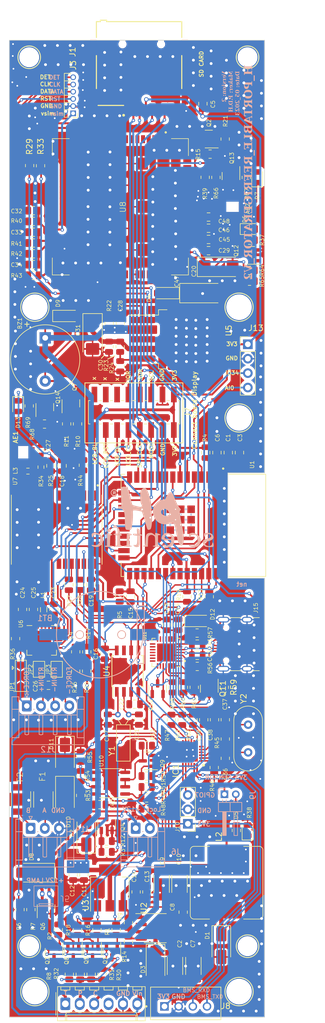
<source format=kicad_pcb>
(kicad_pcb (version 20221018) (generator pcbnew)
  (layers (0 "F.Cu" signal) (31 "B.Cu" signal) (34 "B.Paste" user) (35 "F.Paste" user) (36 "B.SilkS" user "B.Silkscreen") (37 "F.SilkS" user "F.Silkscreen") (38 "B.Mask" user) (39 "F.Mask" user) (44 "Edge.Cuts" user))
  (net 0 "")
  (net 1 "GND")
  (net 2 "+5V")
  (net 3 "+3V3")
  (net 4 "+12V")
  (net 5 "ESP_EN")
  (net 6 "Net-(D1-K)")
  (net 7 "Net-(U7-~{RESET})")
  (net 8 "Net-(D2-A)")
  (net 9 "Net-(D5-A)")
  (net 10 "/GPS/gps_ant")
  (net 11 "ESP_IO0")
  (net 15 "+3V8")
  (net 16 "Net-(JP1-C)")
  (net 17 "Net-(Q1-B)")
  (net 18 "Net-(Q1-C)")
  (net 19 "Net-(Q2-B)")
  (net 20 "Net-(Q3-B)")
  (net 21 "Net-(Q4-G)")
  (net 22 "Net-(Q5-B)")
  (net 23 "Net-(Q5-C)")
  (net 24 "Net-(Q8-B)")
  (net 25 "Net-(Q8-C)")
  (net 26 "Net-(U5-EN)")
  (net 27 "Net-(U5-ADJ)")
  (net 28 "Net-(U7-TXD{slash}SPI_MISO)")
  (net 29 "Net-(U7-RXD{slash}SPI_MOSI)")
  (net 37 "+BATT")
  (net 40 "Net-(D13-K)")
  (net 52 "/AI01")
  (net 53 "Net-(U2-BOOT)")
  (net 54 "Net-(U4-X1)")
  (net 55 "Net-(U4-X2)")
  (net 56 "Net-(U6-DVDD)")
  (net 57 "Net-(J12-Pin_2)")
  (net 58 "Net-(J12-Pin_3)")
  (net 59 "Net-(BZ1-+)")
  (net 60 "Net-(C27-Pad1)")
  (net 61 "/GSM Block/sim_data")
  (net 62 "/GSM Block/sim_clk")
  (net 63 "/GSM Block/sim_rst")
  (net 64 "Net-(IC1-XTAL1)")
  (net 65 "Net-(IC1-XTAL2)")
  (net 66 "/I2C Expand Block/Vin")
  (net 67 "Net-(D10-A1)")
  (net 68 "Net-(D11-A2)")
  (net 69 "Net-(D12-A)")
  (net 70 "/Uart to RS485/A")
  (net 71 "/Uart to RS485/B")
  (net 72 "Net-(IC1-~{RESET})")
  (net 73 "/I2C Expand Block/a0{slash}cs")
  (net 74 "/I2C Expand Block/a1{slash}si")
  (net 76 "/I2C_SCL")
  (net 77 "/I2C_SDA")
  (net 78 "Net-(IC1-~{IRQ})")
  (net 79 "/I2C Expand Block/Buzzer")
  (net 80 "/I2C Expand Block/Lamp")
  (net 81 "/I2C Expand Block/Lock")
  (net 82 "/I2C Expand Block/P1")
  (net 83 "/I2C Expand Block/P2")
  (net 84 "/I2C Expand Block/P3")
  (net 85 "/I2C Expand Block/P4")
  (net 86 "/I2C Expand Block/gpio7{slash}ri")
  (net 87 "/I2C Expand Block/rts")
  (net 88 "/I2C Expand Block/cts")
  (net 89 "/I2C Expand Block/BMS_RXD")
  (net 90 "/I2C Expand Block/BMS_TXD")
  (net 92 "/SPI_SD_CS")
  (net 93 "/SPI_MOSI")
  (net 94 "/SPI_CLK")
  (net 95 "/SPI_MISO")
  (net 97 "/GSM Block/VSIM")
  (net 98 "/GSM Block/sim_rst#")
  (net 99 "/GSM Block/sim_data#")
  (net 100 "/GSM Block/sim_clk#")
  (net 101 "/GSM Block/sim_det#")
  (net 102 "/LCD_CS")
  (net 103 "/TS_IQR")
  (net 104 "/LCD_DC")
  (net 105 "/LCD_RST")
  (net 106 "/LCD_BL")
  (net 107 "/I2C Expand Block/T")
  (net 108 "/I2C Expand Block/P")
  (net 109 "/I2C Expand Block/C")
  (net 110 "Net-(J12-Pin_1)")
  (net 111 "Net-(J12-Pin_4)")
  (net 112 "/MCU Block/IO34")
  (net 113 "/MCU Block/AI00")
  (net 114 "Net-(J15-CC1)")
  (net 115 "/MCU Block/USB_D+")
  (net 116 "/MCU Block/USB_D-")
  (net 117 "Net-(J15-CC2)")
  (net 118 "/ESP_TX")
  (net 119 "/ESP_RX")
  (net 120 "Net-(Q6-G)")
  (net 121 "Net-(D8-A)")
  (net 122 "Net-(Q7-B)")
  (net 123 "Net-(Q9-B)")
  (net 124 "Net-(Q9-C)")
  (net 125 "Net-(Q10-B)")
  (net 126 "/MCU Block/CP_RST")
  (net 127 "Net-(Q11-B)")
  (net 128 "/MCU Block/CP_DTR")
  (net 129 "Net-(U2-VSENSE)")
  (net 130 "Net-(R17-Pad2)")
  (net 131 "/GPS_TXD")
  (net 132 "/GPS_RXD")
  (net 133 "/GSM_TXD")
  (net 134 "Net-(U8-TXD)")
  (net 135 "/GSM_RXD")
  (net 136 "Net-(U8-RXD)")
  (net 137 "/GPS/vRF")
  (net 138 "/SENSOR_DOOR")
  (net 139 "Net-(U6-BIAS)")
  (net 140 "Net-(U6-ISENSOR)")
  (net 141 "/GSM Block/sim_det")
  (net 142 "/SOFTWARE_RXD")
  (net 143 "Net-(U10-RO)")
  (net 144 "/MCU Block/CP_RXD")
  (net 145 "/MCU Block/CP_TXD")
  (net 146 "/SPI_MAX_CS")
  (net 147 "/GSM_PWR_KEY")
  (net 154 "/GSM Block/pwrkey")
  (net 191 "/GSM Block/NetLight")
  (net 193 "/GSM Block/Status")
  (net 196 "/MCU Block/CP_DCD")
  (net 197 "/MCU Block/CP_RI")
  (net 202 "/MCU Block/CP_CTS")
  (net 203 "/MCU Block/CP_DSR")
  (net 204 "Net-(D6-K)")
  (net 205 "Net-(D7-K)")
  (net 206 "Net-(Q12-B)")
  (net 207 "Net-(Q12-C)")
  (net 208 "Net-(Q13-B)")
  (net 209 "Net-(Q13-C)")
  (net 210 "/SOFTWARE_TXD")
  (net 211 "Net-(AE2-A)")
  (net 212 "Net-(Q14-B)")
  (net 213 "Net-(Q14-C)")
  (net 214 "/GPS/Timepluse")
  (footprint "Capacitor_SMD:C_0805_2012Metric" (layer "F.Cu") (at 57.095 138.9)
    (fp_text reference "C22")
    (fp_text value "10uF")
  )
  (footprint "Connector_Molex:Molex_KK-254_AE-6410-06A_1x06_P2.54mm_Vertical" (layer "F.Cu") (at 44.875 191.65)
    (fp_text reference "J11" hide)
    (fp_text value "refrigerator")
  )
  (footprint "Lib_Hien:CP2102" (layer "F.Cu") (at 62.635 129.795 180)
    (fp_text reference "U11")
    (fp_text value "CP2102-GM")
  )
  (footprint "Resistor_SMD:R_0805_2012Metric" (layer "F.Cu") (at 57.845 141.6125 90)
    (fp_text reference "C21")
    (fp_text value "7pF")
  )
  (footprint "LED_SMD:LED_0805_2012Metric" (layer "F.Cu") (at 77 161.1125 90)
    (fp_text reference "D5")
    (fp_text value "RED")
  )
  (footprint "LED_SMD:LED_0805_2012Metric" (layer "F.Cu") (at 36.55 86.425 -90)
    (fp_text reference "D13")
    (fp_text value "blue")
  )
  (footprint "Resistor_SMD:R_0805_2012Metric" (layer "F.Cu") (at 38.5 86.3875 -90)
    (fp_text reference "R69")
    (fp_text value "1K")
  )
  (footprint "Package_TO_SOT_SMD:TO-263-5_TabPin3" (layer "F.Cu") (at 66.125 74.65)
    (fp_text reference "U5")
    (fp_text value "MIC29302WU")
  )
  (footprint "Resistor_SMD:R_0805_2012Metric" (layer "F.Cu") (at 52.1625 164.9 180)
    (fp_text reference "R3")
    (fp_text value "100R")
  )
  (footprint "Resistor_SMD:R_0805_2012Metric" (layer "F.Cu") (at 39.2375 52 180)
    (fp_text reference "C32")
    (fp_text value "22pF")
  )
  (footprint "Resistor_SMD:R_0805_2012Metric" (layer "F.Cu") (at 39.2375 55.8 180)
    (fp_text reference "C33")
    (fp_text value "22pF")
  )
  (footprint "Lib_Hien:Antenna_RF" (layer "F.Cu") (at 74.15 51.325 90)
    (fp_text reference "AE2")
    (fp_text value "gsm")
  )
  (footprint "Resistor_SMD:R_0805_2012Metric" (layer "F.Cu") (at 67.6 135.925 90)
    (fp_text reference "R61")
    (fp_text value "470R")
  )
  (footprint "Jumper:SolderJumper-2_P1.3mm_Open_Pad1.0x1.5mm" (layer "F.Cu") (at 40.225 132.75 -90)
    (fp_text reference "JP2")
    (fp_text value "SolderJumper_2_Open")
  )
  (footprint "Package_TO_SOT_SMD:SOT-23" (layer "F.Cu") (at 70.1625 39.4 180)
    (fp_text reference "Q2")
    (fp_text value "C1815_SOT23")
  )
  (footprint "Resistor_SMD:R_0805_2012Metric" (layer "F.Cu") (at 59.2125 153.475 180)
    (fp_text reference "R51")
    (fp_text value "10K")
  )
  (footprint "01phkicad:hole_4mm" (layer "F.Cu") (at 39.5 189.5)
    (fp_text reference "REF**" hide)
    (fp_text value "hole_4mm")
  )
  (footprint "Capacitor_Tantalum_SMD:CP_EIA-6032-15_Kemet-U" (layer "F.Cu") (at 68.8 66.525)
    (fp_text reference "C47")
    (fp_text value "100uF")
  )
  (footprint "Resistor_SMD:R_0805_2012Metric" (layer "F.Cu") (at 39.25 122.2125 90)
    (fp_text reference "C25")
    (fp_text value "100nF")
  )
  (footprint "Resistor_SMD:R_0805_2012Metric" (layer "F.Cu") (at 37.325 122.2125 90)
    (fp_text reference "C24")
    (fp_text value "1uF")
  )
  (footprint "Resistor_SMD:R_0805_2012Metric" (layer "F.Cu") (at 48.15 168.95 -90)
    (fp_text reference "C11")
    (fp_text value "10uF")
  )
  (footprint "Resistor_SMD:R_0805_2012Metric" (layer "F.Cu") (at 39.2375 61.5 180)
    (fp_text reference "C34")
    (fp_text value "22pF")
  )
  (footprint "Package_SO:SOIC-8W_5.3x5.3mm_P1.27mm" (layer "F.Cu") (at 55.84 133.075 90)
    (fp_text reference "U4")
    (fp_text value "DS1307Z+_SMD")
  )
  (footprint "Resistor_SMD:R_0805_2012Metric" (layer "F.Cu") (at 45.1 89.55 90)
    (fp_text reference "R11")
    (fp_text value "10k")
  )
  (footprint "Resistor_SMD:R_0805_2012Metric" (layer "F.Cu") (at 71.425 46.15 90)
    (fp_text reference "R66")
    (fp_text value "4.7K")
  )
  (footprint "Resistor_SMD:R_0805_2012Metric" (layer "F.Cu") (at 39.2375 57.7 180)
    (fp_text reference "R41")
    (fp_text value "22R")
  )
  (footprint "Jumper:SolderJumper-2_P1.3mm_Open_Pad1.0x1.5mm" (layer "F.Cu") (at 43.35 132.75 -90)
    (fp_text reference "JP3")
    (fp_text value "SolderJumper_2_Open")
  )
  (footprint "Resistor_SMD:R_0805_2012Metric" (layer "F.Cu") (at 50.441666 178.6 -90)
    (fp_text reference "R16")
    (fp_text value "1k")
  )
  (footprint "Diode_SMD:D_SMA" (layer "F.Cu") (at 44.8 148.05 -90)
    (fp_text reference "D11")
    (fp_text value "D_TVS")
  )
  (footprint "Resistor_SMD:R_0603_1608Metric" (layer "F.Cu") (at 38.275 97.8625 180)
    (fp_text reference "L3")
    (fp_text value "22uH")
  )
  (footprint "Resistor_SMD:R_2010_5025Metric" (layer "F.Cu") (at 64.2 184.975 -90)
    (fp_text reference "C2")
    (fp_text value "10uF")
  )
  (footprint "Resistor_SMD:R_0805_2012Metric" (layer "F.Cu") (at 59.225 157.3 180)
    (fp_text reference "R48")
    (fp_text value "10K")
  )
  (footprint "Capacitor_SMD:C_0805_2012Metric" (layer "F.Cu") (at 62.81 124.925 90)
    (fp_text reference "C43")
    (fp_text value "10uF")
  )
  (footprint "Resistor_SMD:R_0805_2012Metric" (layer "F.Cu") (at 45.575 186.4375 90)
    (fp_text reference "R8")
    (fp_text value "680R")
  )
  (footprint "Capacitor_SMD:C_0805_2012Metric" (layer "F.Cu") (at 68.13 130.295)
    (fp_text reference "C42")
    (fp_text value "100nF")
  )
  (footprint "Resistor_SMD:R_0805_2012Metric" (layer "F.Cu") (at 48.625 133.075 -90)
    (fp_text reference "R20")
    (fp_text value "10k")
  )
  (footprint "Package_TO_SOT_SMD:SOT-23" (layer "F.Cu") (at 49.675 182.525 -90)
    (fp_text reference "Q5")
    (fp_text value "C1815")
  )
  (footprint "Crystal:Crystal_DS26_D2.0mm_L6.0mm_Horizontal" (layer "F.Cu") (at 54.145 140.725)
    (fp_text reference "Y1")
    (fp_text value "32.768")
  )
  (footprint "Capacitor_SMD:C_0805_2012Metric" (layer "F.Cu") (at 44.3 96.925 90)
    (fp_text reference "C18")
    (fp_text value "100nF")
  )
  (footprint "Resistor_SMD:R_0805_2012Metric" (layer "F.Cu") (at 46.7 133.075 90)
    (fp_text reference "R26")
    (fp_text value "1k")
  )
  (footprint "Resistor_SMD:R_0805_2012Metric" (layer "F.Cu") (at 72.9 135.925 -90)
    (fp_text reference "R59")
    (fp_text value "10k")
  )
  (footprint "Capacitor_SMD:C_0805_2012Metric" (layer "F.Cu") (at 69.125 33.175 90)
    (fp_text reference "C5")
    (fp_text value "100nF")
  )
  (footprint "Resistor_SMD:R_0805_2012Metric" (layer "F.Cu") (at 52.575 75.9625 -90)
    (fp_text reference "C30")
    (fp_text value "1uF")
  )
  (footprint "01phkicad:hole_4mm" (layer "F.Cu") (at 75.5 88.5)
    (fp_text reference "REF**" hide)
    (fp_text value "hole_4mm")
  )
  (footprint "Resistor_SMD:R_0805_2012Metric" (layer "F.Cu") (at 73.075 145.03 -90)
    (fp_text reference "R45")
    (fp_text value "1k")
  )
  (footprint "Resistor_SMD:R_2010_5025Metric" (layer "F.Cu") (at 67.45 184.975 -90)
    (fp_text reference "C7")
    (fp_text value "10uF")
  )
  (footprint "Resistor_SMD:R_0805_2012Metric" (layer "F.Cu") (at 39.2375 59.6 180)
    (fp_text reference "R42")
    (fp_text value "22R")
  )
  (footprint "Resistor_SMD:R_0805_2012Metric" (layer "F.Cu") (at 47.5 186.4375 -90)
    (fp_text reference "R32")
    (fp_text value "810R")
  )
  (footprint "Resistor_SMD:R_0805_2012Metric" (layer "F.Cu") (at 59.2125 151.55 180)
    (fp_text reference "R50")
    (fp_text value "2.2K")
  )
  (footprint "Resistor_SMD:R_0805_2012Metric" (layer "F.Cu") (at 52.37 141.6125 90)
    (fp_text reference "C17")
    (fp_text value "7pF")
  )
  (footprint "Capacitor_SMD:C_0805_2012Metric" (layer "F.Cu") (at 71.6 94.6 90)
    (fp_text reference "C6")
    (fp_text value "10uF")
  )
  (footprint "Resistor_SMD:R_0805_2012Metric" (layer "F.Cu") (at 40.5 44.1 90)
    (fp_text reference "R33")
    (fp_text value "22R")
  )
  (footprint "Capacitor_SMD:C_0805_2012Metric" (layer "F.Cu") (at 42.325 96.925 -90)
    (fp_text reference "R25")
    (fp_text value "10k")
  )
  (footprint "Resistor_SMD:R_0805_2012Metric" (layer "F.Cu") (at 73.075 148.43 90)
    (fp_text reference "C36")
    (fp_text value "18pF")
  )
  (footprint "Resistor_SMD:R_0805_2012Metric" (layer "F.Cu") (at 77.35 62.525)
    (fp_text reference "R64")
    (fp_text value "4.7K")
  )
  (footprint "Resistor_SMD:R_0805_2012Metric" (layer "F.Cu") (at 71.175 141.6375 -90)
    (fp_text reference "C38")
    (fp_text value "100nF")
  )
  (footprint "Resistor_SMD:R_0805_2012Metric" (layer "F.Cu") (at 69.525 46.1375 -90)
    (fp_text reference "R39")
    (fp_text value "4.7K")
  )
  (footprint "Connector_PinHeader_2.54mm:PinHeader_1x03_P2.54mm_Vertical" (layer "F.Cu") (at 66.475 159.95 180)
    (fp_text reference "J10")
    (fp_text value "Extra")
  )
  (footprint "Resistor_SMD:R_0805_2012Metric" (layer "F.Cu") (at 66.325 119.95 90)
    (fp_text reference "R19")
    (fp_text value "4.7K")
  )
  (footprint "Resistor_SMD:R_0805_2012Metric" (layer "F.Cu") (at 42.85 122.1875 -90)
    (fp_text reference "C23")
    (fp_text value "1uF")
  )
  (footprint "Capacitor_SMD:C_0805_2012Metric" (layer "F.Cu") (at 70.125 53.125)
    (fp_text reference "C48")
    (fp_text value "10pF")
  )
  (footprint "Resistor_SMD:R_0805_2012Metric" (layer "F.Cu") (at 71.125 150.05 -90)
    (fp_text reference "R46")
    (fp_text value "1k")
  )
  (footprint "Resistor_SMD:R_0805_2012Metric" (layer "F.Cu") (at 73.075 141.63 -90)
    (fp_text reference "C37")
    (fp_text value "18pF")
  )
  (footprint "Resistor_SMD:R_0805_2012Metric" (layer "F.Cu") (at 70.25 119.975 90)
    (fp_text reference "R13")
    (fp_text value "4.7K")
  )
  (footprint "01phkicad:hole_4mm" (layer "F.Cu") (at 75.5 69)
    (fp_text reference "REF**" hide)
    (fp_text value "hole_4mm")
  )
  (footprint "Package_TO_SOT_SMD:SOT-23" (layer "F.Cu") (at 77.5875 59.875 180)
    (fp_text reference "Q12")
    (fp_text value "C1815_SOT23")
  )
  (footprint "Jumper:SolderJumper-3_P2.0mm_Open_TrianglePad1.0x1.5mm" (layer "F.Cu") (at 37 133.9 -90)
    (fp_text reference "JP1")
    (fp_text value "SolderJumper_3_Bridged12")
  )
  (footprint "Lib_Hien:Antenna_RF" (layer "F.Cu") (at 37.45 94.7375 180)
    (fp_text reference "AE1")
    (fp_text value "GPS")
  )
  (footprint "Resistor_SMD:R_0805_2012Metric" (layer "F.Cu") (at 54.575 71.85 90)
    (fp_text reference "C28")
    (fp_text value "10uF")
  )
  (footprint "Package_TO_SOT_SMD:SOT-23" (layer "F.Cu") (at 41.475 174.8375 90)
    (fp_text reference "Q6")
    (fp_text value "AO3400A")
  )
  (footprint "Capacitor_SMD:C_0805_2012Metric" (layer "F.Cu") (at 56.375 119.95 -90)
    (fp_text reference "C15")
    (fp_text value "10uF")
  )
  (footprint "Lib_Hien:Header_4P_2.54mm" (layer "F.Cu") (at 66.1 191.575)
    (fp_text reference "J8")
    (fp_text value "Header_4P_2.54mm")
  )
  (footprint "LED_SMD:LED_0805_2012Metric" (layer "F.Cu") (at 78.7 46.1375 90)
    (fp_text reference "D7")
    (fp_text value "blue")
  )
  (footprint "Resistor_SMD:R_0805_2012Metric" (layer "F.Cu") (at 41.2 89.575 180)
    (fp_text reference "R68")
    (fp_text value "4.7K")
  )
  (footprint "Lib_Hien:Fuse_SMD_1812" (layer "F.Cu") (at 40.6502 155.8056 -90)
    (fp_text reference "F1")
    (fp_text value "Fuse")
  )
  (footprint "Resistor_SMD:R_0805_2012Metric" (layer "F.Cu") (at 69.275 141.6375 -90)
    (fp_text reference "C39")
    (fp_text value "10uF")
  )
  (footprint "01phkicad:hole_3mm" (layer "F.Cu") (at 77 181.5)
    (fp_text reference "REF**" hide)
    (fp_text value "Vit-4mm")
  )
  (footprint "Diode_SMD:D_SOD-123F" (layer "F.Cu") (at 68.13 124.245)
    (fp_text reference "D12")
    (fp_text value "1N4007_T7")
  )
  (footprint "Lib_Hien:microSD_Card" (layer "F.Cu") (at 58.35 22.7075 180)
    (fp_text reference "J1")
    (fp_text value "microSD_Card")
  )
  (footprint "Resistor_SMD:R_0805_2012Metric" (layer "F.Cu") (at 63.575 141.65 -90)
    (fp_text reference "R47")
    (fp_text value "1k")
  )
  (footprint "Capacitor_SMD:C_0805_2012Metric" (layer "F.Cu") (at 70.125 55.1)
    (fp_text reference "C46")
    (fp_text value "33pF")
  )
  (footprint "Resistor_SMD:R_0805_2012Metric" (layer "F.Cu") (at 68.105 126.37)
    (fp_text reference "R57")
    (fp_text value "5.1K")
  )
  (footprint "Diode_SMD:D_SOD-123" (layer "F.Cu") (at 62.6 66.525 180)
    (fp_text reference "D4")
    (fp_text value "5.1V")
  )
  (footprint "Capacitor_SMD:C_0805_2012Metric" (layer "F.Cu") (at 49.4 117.875 -90)
    (fp_text reference "C19")
    (fp_text value "100nF")
  )
  (footprint "Resistor_SMD:R_0805_2012Metric" (layer "F.Cu") (at 39.2375 63.4 180)
    (fp_text reference "R43")
    (fp_text value "22R")
  )
  (footprint "Lib_Hien:QFN50P400X400X100-25N" (layer "F.Cu") (at 66.85 147.625 180)
    (fp_text reference "IC1")
    (fp_text value "SC16IS750IBS,128")
  )
  (footprint "Resistor_SMD:R_0805_2012Metric" (layer "F.Cu") (at 65.65 175.5125 -90)
    (fp_text reference "C8")
    (fp_text value "10nF")
  )
  (footprint "Resistor_SMD:R_0805_2012Metric" (layer "F.Cu") (at 46.25 168.95 -90)
    (fp_text reference "C12")
    (fp_text value "100nF")
  )
  (footprint "Resistor_SMD:R_0805_2012Metric" (layer "F.Cu") (at 57.35 171.95 -90)
    (fp_text reference "C14")
    (fp_text value "100nF")
  )
  (footprint "Capacitor_SMD:C_0805_2012Metric" (layer "F.Cu") (at 69.625 94.6 90)
    (fp_text reference "R4")
    (fp_text value "10K")
  )
  (footprint "Resistor_SMD:R_0805_2012Metric" (layer "F.Cu") (at 76.775 46.1625 90)
    (fp_text reference "R67")
    (fp_text value "1K")
  )
  (footprint "Package_SO:SOIC-8-1EP_3.9x4.9mm_P1.27mm_EP2.29x3mm_ThermalVias" (layer "F.Cu") (at 60.725 178.3275)
    (fp_text reference "U2")
    (fp_text value "TPS5430DDAR")
  )
  (footprint "Capacitor_SMD:C_0805_2012Metric" (layer "F.Cu") (at 73.6 94.6 90)
    (fp_text reference "C1")
    (fp_text value "10uF")
  )
  (footprint "Resistor_SMD:R_0805_2012Metric" (layer "F.Cu") (at 38.575 44.075 90)
    (fp_text reference "R29")
    (fp_text value "22R")
  )
  (footprint "Resistor_SMD:R_0805_2012Metric" (layer "F.Cu") (at 52.6 71.85 90)
    (fp_text reference "R22")
    (fp_text value "10k")
  )
  (footprint "Resistor_SMD:R_0805_2012Metric" (layer "F.Cu") (at 51.35 186.4375 -90)
    (fp_text reference "R30")
    (fp_text value "47k")
  )
  (footprint "Resistor_SMD:R_0805_2012Metric" (layer "F.Cu") (at 47.45 117.875 90)
    (fp_text reference "R28")
    (fp_text value "22R")
  )
  (footprint "Resistor_SMD:R_0805_2012Metric" (layer "F.Cu") (at 47.575 154.9625 90)
    (fp_text reference "R53")
    (fp_text value "4.7K")
  )
  (footprint "Lib_Hien:SimCom_A7670" (layer "F.Cu") (at 54.529 51.371 -90)
    (fp_text reference "U8")
    (fp_text value "SIM_COM_A7670")
  )
  (footprint "Package_TO_SOT_SMD:SOT-23-3" (layer "F.Cu") (at 52.1625 160 90)
    (fp_text reference "Q4")
    (fp_text value "AO3400A")
  )
  (footprint "Diode_SMD:D_SOD-123" (layer "F.Cu") (at 45 70.55)
    (fp_text reference "D9")
    (fp_text value "1N4148_T4")
  )
  (footprint "Inductor_SMD:L_0805_2012Metric" (layer "F.Cu") (at 41.05 122.2625 -90)
    (fp_text reference "L1")
    (fp_text value "L600R")
  )
  (footprint "Package_SO:SO-8_3.9x4.9mm_P1.27mm" (layer "F.Cu") (at 52.85 152.8 180)
    (fp_text reference "U10")
    (fp_text value "MAX485")
  )
  (footprint "Resistor_SMD:R_2010_5025Metric" (layer "F.Cu") (at 61.85 170.525 -90)
    (fp_text reference "C9")
    (fp_text value "10uF")
  )
  (footprint "Resistor_SMD:R_0805_2012Metric" (layer "F.Cu") (at 54.55 79.4 -90)
    (fp_text reference "R24")
    (fp_text value "10.5k/1%")
  )
  (footprint "01phkicad:hole_3mm" (layer "F.Cu") (at 38.5 181.5)
    (fp_text reference "REF**" hide)
    (fp_text value "Vit-4mm")
  )
  (footprint "Resistor_SMD:R_0805_2012Metric" (layer "F.Cu") (at 48.65 129.6875 -90)
    (fp_text reference "R17")
    (fp_text value "1k")
  )
  (footprint "Package_TO_SOT_SMD:SOT-23" (layer "F.Cu") (at 70.25 136.165 -90)
    (fp_text reference "Q11")
    (fp_text value "S8050")
  )
  (footprint "Capacitor_SMD:C_0805_2012Metric" (layer "F.Cu") (at 70.125 59.05)
    (fp_text reference "C29")
    (fp_text value "10uF")
  )
  (footprint "Diode_SMD:D_SMA" (layer "F.Cu") (at 44.8 155.1 -90)
    (fp_text reference "D10")
    (fp_text value "D_TVS")
  )
  (footprint "Resistor_SMD:R_0805_2012Metric" (layer "F.Cu") (at 53.825 178.6 -90)
    (fp_text reference "R1")
    (fp_text value "1k")
  )
  (footprint "Capacitor_SMD:C_0805_2012Metric" (layer "F.Cu") (at 41.9 135.575)
    (fp_text reference "C26")
    (fp_text value "100nF")
  )
  (footprint "Resistor_SMD:R_0603_1608Metric" (layer "F.Cu") (at 40.575 97.1625 90)
    (fp_text reference "R34")
    (fp_text value "10R")
  )
  (footprint "Resistor_SMD:R_0805_2012Metric" (layer "F.Cu") (at 63.8 135.925 -90)
    (fp_text reference "R58")
    (fp_text value "10k")
  )
  (footprint "Package_TO_SOT_SMD:SOT-23" (layer "F.Cu") (at 41.25 86.6 90)
    (fp_text reference "Q14")
    (fp_text value "C1815_SOT23")
  )
  (footprint "Resistor_SMD:R_0805_2012Metric" (layer "F.Cu") (at 47.575 151.5625 90)
    (fp_text reference "R54")
    (fp_text value "120R")
  )
  (footprint "Resistor_SMD:R_0805_2012Metric" (layer "F.Cu") (at 56 180.7375 -90)
    (fp_text reference "R14")
    (fp_text value "4k7 1%")
  )
  (footprint "Diode_SMD:D_SMA" (layer "F.Cu") (at 39.475 168.5625 180)
    (fp_text reference "D8")
    (fp_text value "M7")
  )
  (footprint "01phkicad:hole_4mm" (layer "F.Cu") (at 39.5 69)
    (fp_text reference "REF**" hide)
    (fp_text value "hole_4mm")
  )
  (footprint "01phkicad:hole_3mm" (layer "F.Cu") (at 38.5 25)
    (fp_text reference "REF**" hide)
    (fp_text value "Vit-4mm")
  )
  (footprint "Resistor_SMD:R_0805_2012Metric" (layer "F.Cu") (at 48.05 96.825 90)
    (fp_text reference "R44")
    (fp_text value "4.7K")
  )
  (footprint "Package_DFN_QFN:QFN-20-1EP_5x5mm_P0.65mm_EP3.35x3.35mm" (layer "F.Cu") (at 40.7 127.6625)
    (fp_text reference "U6")
    (fp_text value "MAX31865_TQFN")
  )
  (footprint "Resistor_SMD:R_0805_2012Metric" (layer "F.Cu") (at 52.1625 163 180)
    (fp_text reference "R12")
    (fp_text value "10k")
  )
  (footprint "Capacitor_Tantalum_SMD:CP_EIA-6032-15_Kemet-U" (layer "F.Cu") (at 49.675 73.8875 -90)
    (fp_text reference "C31")
    (fp_text value "100uF")
  )
  (footprint "Resistor_SMD:R_0805_2012Metric" (layer "F.Cu") (at 46.7 129.675 -90)
    (fp_text reference "C4")
    (fp_text value "100nF")
  )
  (footprint "Resistor_SMD:R_0805_2012Metric" (layer "F.Cu") (at 47.025 178.6 -90)
    (fp_text reference "R18")
    (fp_text value "1k")
  )
  (footprint "Package_TO_SOT_SMD:SOT-223-3_TabPin2" (layer "F.Cu") (at 52.725 171.2375 90)
    (fp_text reference "U3")
    (fp_text value "AMS1117-3.3")
  )
  (footprint "Resistor_SMD:R_0805_2012Metric" (layer "F.Cu") (at 59.2125 155.4 180)
    (fp_text reference "R49")
    (fp_text value "4.7K")
  )
  (footprint "Connector_PinSocket_2.00mm:PinSocket_2x08_P2.00mm_Vertical_SMD" (layer "F.Cu") (at 57 87.5 -90)
    (fp_text reference "J7")
    (fp_text value "Conn_02x08_Odd_Even")
  )
  (footprint "Capacitor_SMD:C_0805_2012Metric" (layer "F.Cu") (at 68.13 128.32)
    (fp_text reference "C41")
    (fp_text value "10uF")
  )
  (footprint "Resistor_SMD:R_0805_2012Metric" (layer "F.Cu") (at 47.025 89.55 90)
    (fp_text reference "R10")
    (fp_text value "1k")
  )
  (footprint "Crystal:Crystal_HC49-4H_Vertical" (layer "F.Cu") (at 77.1 142.5 -90)
    (fp_text reference "Y2")
    (fp_text value "14.7456 MHz")
  )
  (footprint "Diode_SMD:D_SMA" (layer "F.Cu") (at 72.375 181.4 -90)
    (fp_text reference "D1")
    (fp_text value "SS3x_SMA")
  )
  (footprint "Resistor_SMD:R_0805_2012Metric" (layer "F.Cu") (at 39.2375 53.9 180)
    (fp_text reference "R40")
    (fp_text value "22R")
  )
  (footprint "Lib_Hien:Fuse_SMD_1812" (layer "F.Cu") (at 36.7004 155.8043 -90)
    (fp_text reference "F2")
    (fp_text value "Fuse")
  )
  (footprint "Package_TO_SOT_SMD:SOT-23" (layer "F.Cu") (at 45.85 85.9375 90)
    (fp_text reference "Q7")
    (fp_text value "C1815_SOT23")
  )
  (footprint "01phkicad:hole_3mm" (layer "F.Cu") (at 77 25)
    (fp_text reference "REF**" hide)
    (fp_text value "Vit-4mm")
  )
  (footprint "Inductor_SMD:L_Bourns_SRR1260" (layer "F.Cu") (at 73.3 170.325 90)
    (fp_text reference "L2")
    (fp_text value "15uH")
  )
  (footprint "Resistor_SMD:R_0805_2012Metric" (layer "F.Cu") (at 54.5375 75.9625 -90)
    (fp_text reference "R23")
    (fp_text value "5.1k/1%")
  )
  (footprint "Capacitor_SMD:C_0805_2012Metric" (layer "F.Cu") (at 70.125 57.075)
    (fp_text reference "C45")
    (fp_text value "100nF")
  )
  (footprint "Diode_SMD:D_SMA" (layer "F.Cu") (at 48.575 161.6125 90)
    (fp_text reference "D2")
    (fp_text value "m7")
  )
  (footprint "Resistor_SMD:R_0805_2012Metric" (layer "F.Cu") (at 38.8 175.0625 -90)
    (fp_text reference "R7")
    (fp_text value "10k")
  )
  (footprint "Package_TO_SOT_SMD:SOT-23" (layer "F.Cu") (at 53.075 182.525 -90)
    (fp_text reference "Q1")
    (fp_text value "C1815")
  )
  (footprint "Capacitor_SMD:C_0805_2012Metric" (layer "F.Cu") (at 75.575 94.6 90)
    (fp_text reference "C3")
    (fp_text value "100nF")
  )
  (footprint "Resistor_SMD:R_0805_2012Metric" (layer "F.Cu") (at 77.35 64.425)
    (fp_text reference "R65")
    (fp_text value "4.7K")
  )
  (footprint "Resistor_SMD:R_0805_2012Metric" (layer "F.Cu") (at 56 177.3625 -90)
    (fp_text reference "R9")
    (fp_text value "10k1%")
  )
  (footprint "Resistor_SMD:R_0805_2012Metric" (layer "F.Cu") (at 65.7 135.925 90)
    (fp_text reference "R60")
    (fp_text value "470R")
  )
  (footprint "Resistor_SMD:R_0805_2012Metric" (layer "F.Cu") (at 65.475 141.65 90)
    (fp_text reference "R63")
    (fp_text value "4.7K")
  )
  (footprint "01phkicad:hole_4mm" (layer "F.Cu") (at 75.5 189.5)
    (fp_text reference "REF**" hide)
    (fp_text value "hole_4mm")
  )
  (footprint "LED_SMD:LED_0805_2012Metric" (layer "F.Cu") (at 77.3875 55.25)
    (fp_text reference "D6")
    (fp_text value "blue")
  )
  (footprint "Buzzer_Beeper:Buzzer_12x9.5RM7.6" (layer "F.Cu") (at 41.325 74.4 -90)
    (fp_text reference "BZ1")
    (fp_text value "Buzzer-Device")
  )
  (footprint "Resistor_SMD:R_0805_2012Metric" (layer "F.Cu") (at 67.375 141.6375 90)
    (fp_text reference "R62")
    (fp_text value "4.7K")
  )
  (footprint "Resistor_SMD:R_0805_2012Metric" (layer "F.Cu") (at 47.575 148.15 90)
    (fp_text reference "R55")
    (fp_text value "4.7K")
  )
  (footprint "Package_TO_SOT_SMD:SOT-23" (layer "F.Cu") (at 74.075 45.9125 -90)
    (fp_text reference "Q13")
    (fp_text value "C1815_SOT23")
  )
  (footprint "Package_TO_SOT_SMD:SOT-23" (layer "F.Cu") (at 59.45 148.875 180)
    (fp_text reference "Q9")
    (fp_text value "2SC1815-HF")
  )
  (footprint "Resistor_SMD:R_0805_2012Metric" (layer "F.Cu") (at 43.633332 178.5875 -90)
    (fp_text reference "R2")
    (fp_text value "1k")
  )
  (footprint "Lib_Hien:MODULE_ESP32-WROOM-32" (layer "F.Cu") (at 67.455 107.415 -90)
    (fp_text reference "U1")
    (fp_text value "ESP32-WROOM")
  )
  (footprint "Resistor_SMD:R_0805_2012Metric" (layer "F.Cu") (at 36.1 127.35 -90)
    (fp_text reference "R36")
    (fp_text value "400R")
  )
  (footprint "Resistor_SMD:R_0805_2012Metric" (layer "F.Cu") (at 75.025 161.125 -90)
    (fp_text reference "R38")
    (fp_text value "1k")
  )
  (footprint "Capacitor_SMD:C_0805_2012Metric" (layer "F.Cu") (at 51.84 130.025 -90)
    (fp_text reference "C16")
    (fp_text value "100nF")
  )
  (footprint "Package_TO_SOT_SMD:SOT-23" (layer "F.Cu") (at 61.15 136.165 90)
    (fp_text reference "Q10")
    (fp_text value "S8050")
  )
  (footprint "Package_TO_SOT_SMD:SOT-23" (layer "F.Cu") (at 42.875 182.525 -90)
    (fp_text reference "Q3")
    (fp_text value "C1815")
  )
  (footprint "Resistor_SMD:R_0805_2012Metric" (layer "F.Cu") (at 77.3625 57.2)
    (fp_text reference "R37")
    (fp_text value "1K")
  )
  (footprint "Capacitor_SMD:C_0805_2012Metric" (layer "F.Cu") (at 45.5 117.875 90)
    (fp_text reference "R27")
    (fp_text value "22R")
  )
  (footprint "Connector_PinHeader_1.27mm:PinHeader_1x06_P1.27mm_Horizontal" (layer "F.Cu") (at 46.25 34.875 180)
    (fp_text reference "J3")
    (fp_text value "Conn_01x06_Pin")
  )
  (footprint "Capacitor_SMD:C_0805_2012Metric" (layer "F.Cu") (at 51 156.575 180)
    (fp_text reference "C40")
    (fp_text value "100nF")
  )
  (footprint "Resistor_SMD:R_0603_1608Metric" (layer "F.Cu") (at 40.575 94.1875 90)
    (fp_text reference "C27")
    (fp_text value "10nF")
  )
  (footprint "Resistor_SMD:R_0805_2012Metric" (layer "F.Cu") (at 59.2375 146.2 180)
    (fp_text reference "R52")
    (fp_text value "10K")
  )
  (footprint "Lib_Hien:XCVR_NEO-M9N-00B" (layer "F.Cu") (at 43.35 108.175 -90)
    (fp_text reference "U7")
    (fp_text value "NEO-M8M")
  )
  (footprint "Diode_SMD:D_SMA" (layer "F.Cu") (at 60.775 184.675 -90)
    (fp_text reference "D3")
    (fp_text value "SS3x_SMA")
  )
  (footprint "Resistor_SMD:R_2010_5025Metric" (layer "F.Cu") (at 65 170.525 -90)
    (fp_text reference "C10")
    (fp_text value "10uF")
  )
  (footprint "Connector_PinHeader_2.54mm:PinHeader_1x04_P2.54mm_Vertical" (layer "F.Cu") (at 77.05 75.53)
    (fp_text reference "J13")
    (fp_text value "Extra")
  )
  (footprint "Capacitor_SMD:C_0805_2012Metric" (layer "F.Cu") (at 64.785 124.925 90)
    (fp_text reference "C44")
    (fp_text value "100nF")
  )
  (footprint "Resistor_SMD:R_0805_2012Metric" (layer "F.Cu") (at 59.25 171.95 -90)
    (fp_text reference "C13")
    (fp_text value "10uF")
  )
  (footprint "Resistor_SMD:R_0805_2012Metric" (layer "F.Cu") (at 73.05 39.4 90)
    (fp_text reference "R21")
    (fp_text value "10k")
  )
  (footprint "Resistor_SMD:R_0805_2012Metric" (layer "F.Cu") (at 70.4 42.05 180)
    (fp_text reference "R15")
    (fp_text value "1k")
  )
  (footprint "Resistor_SMD:R_0805_2012Metric" (layer "F.Cu") (at 68.13 132.245)
    (fp_text reference "R56")
    (fp_text value "5.1K")
  )
  (footprint "Connector_USB:USB_C_Receptacle_GCT_USB4105-xx-A_16P_TopMnt_Horizontal" (layer "F.Cu") (at 75.83 128.325 90)
    (fp_text reference "J15")
    (fp_text value "USB_C_Receptacle_USB2.0")
  )
  (footprint "Resistor_SMD:R_0805_2012Metric" (layer "F.Cu") (at 54.45 119.93 90)
    (fp_text reference "R5")
    (fp_text value "10k")
  )
  (footprint "Resistor_SMD:R_0805_2012Metric" (layer "F.Cu") (at 49.425 186.4375 -90)
    (fp_text reference "R31")
    (fp_text value "4.7k")
  )
  (footprint "Capacitor_Tantalum_SMD:CP_EIA-6032-15_Kemet-U" (layer "F.Cu") (at 71.9 61.9)
    (fp_text reference "C20")
    (fp_text value "100uF")
  )
  (footprint "Resistor_SMD:R_0805_2012Metric" (layer "F.Cu") (at 36.875 175.0625 -90)
    (fp_text reference "R6")
    (fp_text value "100R")
  )
  (footprint "Package_TO_SOT_SMD:SOT-23" (layer "F.Cu") (at 46.275 182.525 -90)
    (fp_text reference "Q8")
    (fp_text value "C1815")
  )
  (footprint "Connector_JST:JST_EH_S4B-EH_1x04_P2.50mm_Horizontal" (layer "B.Cu") (at 38.075 139.205)
    (fp_text reference "J12")
    (fp_text value "Conn_01x04")
  )
  (footprint "01phkicad:logo" (layer "B.Cu") (at 59.51713 108.203918 180)
    (fp_text reference "G***" hide)
    (fp_text value "LOGO" hide)
  )
  (footprint "Lib_Hien:Header_2P_1.25mm" (layer "B.Cu") (at 42.05 172.275 180)
    (fp_text reference "J5")
    (fp_text value "lamp")
  )
  (footprint "Connector_JST:JST_EH_S3B-EH_1x03_P2.50mm_Horizontal" (layer "B.Cu") (at 38.75 160.75)
    (fp_text reference "J14")
    (fp_text value "Conn_01x03_Pin")
  )
  (footprint "Lib_Ph:BT_CR1220" (layer "B.Cu") (at 58.8 126.65 180)
    (fp_text reference "BT1")
    (fp_text value "cr1220")
  )
  (footprint "Connector_JST:JST_EH_S2B-EH_1x02_P2.50mm_Horizontal" (layer "B.Cu") (at 57.275 160.725)
    (fp_text reference "J6")
    (fp_text value "lock_latch")
  )
  (footprint "Connector_PinHeader_2.00mm:PinHeader_1x02_P2.00mm_Horizontal" (layer "B.Cu") (at 72.925 154.75 -90)
    (fp_text reference "J9")
    (fp_text value "sensor")
  )
  (gr_line (start 80 116.713) (end 73.533 116.713) (stroke (width 0.1)) (layer "F.SilkS"))
  (gr_line (start 80 98.171) (end 80 22) (stroke (width 0.1)) (layer "F.SilkS"))
  (gr_line (start 73.533 116.713) (end 73.533 98.171) (stroke (width 0.1)) (layer "F.SilkS"))
  (gr_line (start 35 194) (end 35 22) (stroke (width 0.1)) (layer "F.SilkS"))
  (gr_line (start 80 194) (end 35 194) (stroke (width 0.1)) (layer "F.SilkS"))
  (gr_rect (start 48.325 82.325) (end 65.6 92.9) (stroke (width 0.15)) (fill none) (layer "F.SilkS"))
  (gr_line (start 35 22) (end 80 22) (stroke (width 0.1)) (layer "F.SilkS"))
  (gr_line (start 52.35 78.1375) (end 53.6 77.5125) (stroke (width 0.15)) (layer "F.SilkS"))
  (gr_line (start 73.533 98.171) (end 80 98.171) (stroke (width 0.1)) (layer "F.SilkS"))
  (gr_line (start 51.225 78) (end 51.725 77.5) (stroke (width 0.15)) (layer "F.SilkS"))
  (gr_line (start 80 194) (end 80 116.713) (stroke (width 0.1)) (layer "F.SilkS"))
  (gr_line (start 73.533 98.171) (end 80 98.171) (stroke (width 0.1)) (layer "Edge.Cuts"))
  (gr_line (start 80 98.171) (end 80 22) (stroke (width 0.1)) (layer "Edge.Cuts"))
  (gr_line (start 80 116.713) (end 73.533 116.713) (stroke (width 0.1)) (layer "Edge.Cuts"))
  (gr_line (start 35 194) (end 80 194) (stroke (width 0.1)) (layer "Edge.Cuts"))
  (gr_line (start 35 22) (end 80 22) (stroke (width 0.1)) (layer "Edge.Cuts"))
  (gr_line (start 35 194) (end 35 22) (stroke (width 0.1)) (layer "Edge.Cuts"))
  (gr_line (start 73.533 116.713) (end 73.533 98.171) (stroke (width 0.1)) (layer "Edge.Cuts"))
  (gr_line (start 80 194) (end 80 116.713) (stroke (width 0.1)) (layer "Edge.Cuts"))
  (gr_text "3V3" (at 70.525 160.475) (layer "B.SilkS") (effects (font (size 0.8 0.8) (thickness 0.15) bold) (justify left bottom mirror)))
  (gr_text "RTDIN+" (at 41.1 132.25 90) (layer "B.SilkS") (effects (font (size 0.8 0.8) (thickness 0.15) bold) (justify left bottom mirror)))
  (gr_text "BMS_RXD" (at 65.525 189.65) (layer "B.SilkS") (effects (font (size 0.7 0.7) (thickness 0.1)) (justify left bottom)))
  (gr_text "C" (at 49.675 190.275) (layer "B.SilkS") (effects (font (size 0.8 0.8) (thickness 0.15) bold) (justify left bottom)))
  (gr_text "3V3" (at 77.075 152.25) (layer "B.SilkS") (effects (font (size 0.8 0.8) (thickness 0.15) bold) (justify left bottom mirror)))
  (gr_text "SENSOR" (at 74.3 152.225) (layer "B.SilkS") (effects (font (size 0.8 0.8) (thickness 0.15) bold) (justify left bottom mirror)))
  (gr_text "DET" (at 41.925 28.95) (layer "B.SilkS") (effects (font (size 0.7 0.7) (thickness 0.15) bold) (justify left bottom)))
  (gr_text "B" (at 38.85 158.075) (layer "B.SilkS") (effects (font (size 0.8 0.8) (thickness 0.15) bold) (justify left bottom mirror)))
  (gr_text "T" (at 44.5 190.275) (layer "B.SilkS") (effects (font (size 0.8 0.8) (thickness 0.15) bold) (justify left bottom)))
  (gr_text "Version: 2\nMaker: P.D.H\nDate: 05_2023" (at 74.075 27.425 90) (layer "B.SilkS") (effects (font (size 0.7 0.7) (thickness 0.175) bold) (justify left mirror)))
  (gr_text "GPIO7" (at 71.35 155.375) (layer "B.SilkS") (effects (font (size 0.8 0.8) (thickness 0.15) bold) (justify left bottom mirror)))
  (gr_text "DATA" (at 41.975 31.475) (layer "B.SilkS") (effects (font (size 0.7 0.7) (thickness 0.15) bold) (justify left bottom)))
  (gr_text "A" (at 41.625 158.05) (layer "B.SilkS") (effects (font (size 0.8 0.8) (thickness 0.15) bold) (justify left bottom mirror)))
  (gr_text "GND" (at 42.025 34.025) (layer "B.SilkS") (effects (font (size 0.7 0.7) (thickness 0.15) bold) (justify left bottom)))
  (gr_text "GND" (at 53.75 190.3) (layer "B.SilkS") (effects (font (size 0.8 0.8) (thickness 0.15) bold) (justify left bottom)))
  (gr_text "Vin" (at 56.6 190.325) (layer "B.SilkS") (effects (font (size 0.8 0.8) (thickness 0.15) bold) (justify left bottom)))
  (gr_text "BMS_TXD" (at 68.025 190.8) (layer "B.SilkS") (effects (font (size 0.7 0.7) (thickness 0.1)) (justify left bottom)))
  (gr_text "RTDIN-" (at 43.425 132.25 90) (layer "B.SilkS") (effects (font (size 0.8 0.8) (thickness 0.15) bold) (justify left bottom mirror)))
  (gr_text "GND" (at 70.7 158.1) (layer "B.SilkS") (effects (font (size 0.8 0.8) (thickness 0.15) bold) (justify left bottom mirror)))
  (gr_text "LAMP" (at 41.15 170.425) (layer "B.SilkS") (effects (font (size 0.8 0.8) (thickness 0.15) bold) (justify left bottom mirror)))
  (gr_text "FORCE+" (at 38.5 132.275 90) (layer "B.SilkS") (effects (font (size 0.8 0.8) (thickness 0.15) bold) (justify left bottom mirror)))
  (gr_text "GND" (at 63.5 190.85) (layer "B.SilkS") (effects (font (size 0.8 0.8) (thickness 0.15) bold) (justify left bottom)))
  (gr_text "CLK" (at 41.95 30.2) (layer "B.SilkS") (effects (font (size 0.7 0.7) (thickness 0.15) bold) (justify left bottom)))
  (gr_text "P" (at 47 190.275) (layer "B.SilkS") (effects (font (size 0.8 0.8) (thickness 0.15) bold) (justify left bottom)))
  (gr_text "net" (at 76 117.775) (layer "B.SilkS") (effects (font (size 0.8 0.8)) (justify mirror)))
  (gr_text "+12V" (at 44.725 170.375) (layer "B.SilkS") (effects (font (size 0.8 0.8) (thickness 0.15) bold) (justify left bottom mirror)))
  (gr_text "3V3" (at 60.975 190.825) (layer "B.SilkS") (effects (font (size 0.8 0.8) (thickness 0.15) bold) (justify left bottom)))
  (gr_text "+12V" (at 58.275 157.85) (layer "B.SilkS") (effects (font (size 0.8 0.8) (thickness 0.15) bold) (justify left bottom mirror)))
  (gr_text "PH_PORTABLE_REFRIGERATOR_V2" (at 77.225 44.55 90) (layer "B.SilkS") (effects (font (size 1.4 1.4) (thickness 0.28) bold) (justify mirror)))
  (gr_text "Lock" (at 61.85 157.875) (layer "B.SilkS") (effects (font (size 0.8 0.8) (thickness 0.15) bold) (justify left bottom mirror)))
  (gr_text "FORCE-" (at 46.025 132.225 90) (layer "B.SilkS") (effects (font (size 0.8 0.8) (thickness 0.15) bold) (justify left bottom mirror)))
  (gr_text "RST" (at 42 32.75) (layer "B.SilkS") (effects (font (size 0.7 0.7) (thickness 0.15) bold) (justify left bottom)))
  (gr_text "vsim" (at 42.1 35.35) (layer "B.SilkS") (effects (font (size 0.7 0.7) (thickness 0.15) bold) (justify left bottom)))
  (gr_text "GND" (at 44.925 158.075) (layer "B.SilkS") (effects (font (size 0.8 0.8) (thickness 0.15) bold) (justify left bottom mirror)))
  (gr_text "LCD_RST" (at 52.45 97.45 90) (layer "F.SilkS") (effects (font (size 0.7 0.7) (thickness 0.15) bold) (justify left bottom)))
  (gr_text "T" (at 44.5 190.275) (layer "F.SilkS") (effects (font (size 0.8 0.8) (thickness 0.15) bold) (justify left bottom)))
  (gr_text "IQR" (at 56.375 82.075 90) (layer "F.SilkS") (effects (font (size 0.7 0.7) (thickness 0.15) bold) (justify left bottom)))
  (gr_text "GND" (at 73.05 78.4) (layer "F.SilkS") (effects (font (size 0.7 0.7) (thickness 0.15) bold) (justify left bottom)))
  (gr_text "x" (at 50.325 81.925 90) (layer "F.SilkS") (effects (font (size 0.7 0.7) (thickness 0.15) bold) (justify left bottom)))
  (gr_text "GND" (at 62.475 95.25 90) (layer "F.SilkS") (effects (font (size 0.7 0.7) (thickness 0.15) bold) (justify left bottom)))
  (gr_text "IO34" (at 72.975 80.975) (layer "F.SilkS") (effects (font (size 0.7 0.7) (thickness 0.15) bold) (justify left bottom)))
  (gr_text "LCD_DC" (at 54.45 97.075 90) (layer "F.SilkS") (effects (font (size 0.7 0.7) (thickness 0.15) bold) (justify left bottom)))
  (gr_text "x" (at 54.375 82.075 90) (layer "F.SilkS") (effects (font (size 0.7 0.7) (thickness 0.15) bold) (justify left bottom)))
  (gr_text "vsim" (at 40.475 35.3) (layer "F.SilkS") (effects (font (size 0.7 0.7) (thickness 0.15) bold) (justify left bottom)))
  (gr_text "x" (at 52.2 81.975 90) (layer "F.SilkS") (effects (font (size 0.7 0.7) (thickness 0.15) bold) (justify left bottom)))
  (gr_text "GND" (at 53.75 190.3) (layer "F.SilkS") (effects (font (size 0.8 0.8) (thickness 0.15) bold) (justify left bottom)))
  (gr_text "3V3" (at 64.55 82.075 90) (layer "F.SilkS") (effects (font (size 0.7 0.7) (thickness 0.15) bold) (justify left bottom)))
  (gr_text "CLK" (at 40.325 30.15) (layer "F.SilkS") (effects (font (size 0.7 0.7) (thickness 0.15) bold) (justify left bottom)))
  (gr_text "MOSI" (at 60.45 95.75 90) (layer "F.SilkS") (effects (font (size 0.7 0.7) (thickness 0.15) bold) (justify left bottom)))
  (gr_text "3V3" (at 64.575 95.35 90) (layer "F.SilkS") (effects (font (size 0.7 0.7) (thickness 0.15) bold) (justify left bottom)))
  (gr_text "Connect board Display" (at 68.1 94.1 90) (layer "F.SilkS") (effects (font (size 0.8 0.8) (thickness 0.15) bold) (justify left bottom)))
  (gr_text "SD CARD" (at 69.275 28.6 90) (layer "F.SilkS") (effects (font (size 0.7 0.7) (thickness 0.15) bold) (justify left bottom)))
  (gr_text "DET" (at 40.3 28.9) (layer "F.SilkS") (effects (font (size 0.7 0.7) (thickness 0.15) bold) (justify left bottom)))
  (gr_text "GND" (at 40.4 33.975) (layer "F.SilkS") (effects (font (size 0.7 0.7) (thickness 0.15) bold) (justify left bottom)))
  (gr_text "LCD_BL" (at 50.5 96.8 90) (layer "F.SilkS") (effects (font (size 0.7 0.7) (thickness 0.15) bold) (justify left bottom)))
  (gr_text "3V3" (at 60.975 190.825) (layer "F.SilkS") (effects (font (size 0.8 0.8) (thickness 0.15) bold) (justify left bottom)))
  (gr_text "BMS_RXD" (at 65.525 189.65) (layer "F.SilkS") (effects (font (size 0.7 0.7) (thickness 0.1)) (justify left bottom)))
  (gr_text "BMS_TXD" (at 68.025 190.8) (layer "F.SilkS") (effects (font (size 0.7 0.7) (thickness 0.1)) (justify left bottom)))
  (gr_text "C" (at 49.675 190.275) (layer "F.SilkS") (effects (font (size 0.8 0.8) (thickness 0.15) bold) (justify left bottom)))
  (gr_text "3V3" (at 73.175 75.9) (layer "F.SilkS") (effects (font (size 0.7 0.7) (thickness 0.15) bold) (justify left bottom)))
  (gr_text "LCD_CS" (at 56.4 97.1 90) (layer "F.SilkS") (effects (font (size 0.7 0.7) (thickness 0.15) bold) (justify left bottom)))
  (gr_text "AI0" (at 72.925 83.625) (layer "F.SilkS") (effects (font (size 0.7 0.7) (thickness 0.15) bold) (justify left bottom)))
  (gr_text "Vin" (at 56.6 190.325) (layer "F.SilkS") (effects (font (size 0.8 0.8) (thickness 0.15) bold) (justify left bottom)))
  (gr_text "SPI_CLK" (at 58.375 97.375 90) (layer "F.SilkS") (effects (font (size 0.7 0.7) (thickness 0.15) bold) (justify left bottom)))
  (gr_text "SCL" (at 60.45 82.175 90) (layer "F.SilkS") (effects (font (size 0.7 0.7) (thickness 0.15) bold) (justify left bottom)))
  (gr_text "P" (at 47 190.275) (layer "F.SilkS") (effects (font (size 0.8 0.8) (thickness 0.15) bold) (justify left bottom)))
  (gr_text "DATA" (at 40.35 31.425) (layer "F.SilkS") (effects (font (size 0.7 0.7) (thickness 0.15) bold) (justify left bottom)))
  (gr_text "GND" (at 62.325 82.125 90) (layer "F.SilkS") (effects (font (size 0.7 0.7) (thickness 0.15) bold) (justify left bottom)))
  (gr_text "SDA" (at 58.5 81.975 90) (layer "F.SilkS") (effects (font (size 0.7 0.7) (thickness 0.15) bold) (justify left bottom)))
  (gr_text "RST" (at 40.375 32.7) (layer "F.SilkS") (effects (font (size 0.7 0.7) (thickness 0.15) bold) (justify left bottom)))
  (gr_text "GND" (at 63.5 190.85) (layer "F.SilkS") (effects (font (size 0.8 0.8) (thickness 0.15) bold) (justify left bottom)))
  (segment (start 69.9 66.525) (end 71.2625 66.525) (width 0.3) (layer "F.Cu") (net 1))
  (segment (start 67.2175 131.969434) (end 67.2175 132.245) (width 0.25) (layer "F.Cu") (net 1))
  (segment (start 38.375 92.425) (end 39.6375 92.425) (width 0.3) (layer "F.Cu") (net 1))
  (segment (start 60.95 65.325) (end 60.95 66.525) (width 0.3) (layer "F.Cu") (net 1))
  (segment (start 64.85 147.875) (end 66 147.875) (width 0.25) (layer "F.Cu") (net 1))
  (segment (start 61.275 87.95) (end 50.175 87.95) (width 0.3) (layer "F.Cu") (net 1))
  (segment (start 55.1 163.7) (end 55.325 163.875) (width 0.25) (layer "F.Cu") (net 1))
  (segment (start 57.745 136.725) (end 57.745 138.6) (width 0.25) (layer "F.Cu") (net 1))
  (segment (start 42 130.1125) (end 42 128.9625) (width 0.25) (layer "F.Cu") (net 1))
  (segment (start 46.25 169.8625) (end 48.15 169.8625) (width 0.5) (layer "F.Cu") (net 1))
  (segment (start 40.575 93.3625) (end 41.6875 93.3625) (width 0.3) (layer "F.Cu") (net 1))
  (segment (start 52.37 142.525) (end 57.845 142.525) (width 0.25) (layer "F.Cu") (net 1))
  (segment (start 67.95 125.45) (end 67.95 122.825) (width 0.25) (layer "F.Cu") (net 1))
  (segment (start 42 125.2125) (end 42 126.3625) (width 0.25) (layer "F.Cu") (net 1))
  (segment (start 73.075 139.675) (end 73.3 139.45) (width 0.25) (layer "F.Cu") (net 1))
  (segment (start 49.8 33.6) (end 49.8 32.1275) (width 0.3) (layer "F.Cu") (net 1))
  (segment (start 62.0975 32.1275) (end 65.95 32.1275) (width 0.35) (layer "F.Cu") (net 1))
  (segment (start 40.309251 174.15) (end 41.934251 175.775) (width 0.25) (layer "F.Cu") (net 1))
  (segment (start 48.15 169.8625) (end 48.15 174.025) (width 0.3) (layer "F.Cu") (net 1))
  (segment (start 72.25 52.975) (end 71.225 52.975) (width 0.35) (layer "F.Cu") (net 1))
  (segment (start 47.8 173.925) (end 48.05 174.175) (width 0.25) (layer "F.Cu") (net 1))
  (segment (start 57.745 138.6) (end 58.045 138.9) (width 0.25) (layer "F.Cu") (net 1))
  (segment (start 51.05 76.35) (end 51.6 76.9) (width 0.3) (layer "F.Cu") (net 1))
  (segment (start 79.275 65.925) (end 76.825 65.925) (width 0.3) (layer "F.Cu") (net 1))
  (segment (start 62 90.625) (end 62 88.675) (width 0.3) (layer "F.Cu") (net 1))
  (segment (start 56.625 158.675) (end 59.85 158.675) (width 0.25) (layer "F.Cu") (net 1))
  (segment (start 71.075 56.1) (end 71.075 59.05) (width 0.35) (layer "F.Cu") (net 1))
  (segment (start 64.225 191.475) (end 64.225 187.3125) (width 0.3) (layer "F.Cu") (net 1))
  (segment (start 69.125 32.225) (end 71.55 32.225) (width 0.35) (layer "F.Cu") (net 1))
  (segment (start 58.975 138.9) (end 59.275 139.2) (width 0.25) (layer "F.Cu") (net 1))
  (segment (start 63.1 147.875) (end 62.8 148.175) (width 0.25) (layer "F.Cu") (net 1))
  (segment (start 38.8 174.15) (end 40.309251 174.15) (width 0.25) (layer "F.Cu") (net 1))
  (segment (start 46.8 86.875) (end 46.775 86.85) (width 0.3) (layer "F.Cu") (net 1))
  (segment (start 59.25 147.7) (end 59.25 145.475) (width 0.25) (layer "F.Cu") (net 1))
  (segment (start 73.0125 38.45) (end 73.05 38.4875) (width 0.3) (layer "F.Cu") (net 1))
  (segment (start 52.225 104.05) (end 48.95 107.325) (width 0.3) (layer "F.Cu") (net 1))
  (segment (start 62.685 123.85) (end 60.175 123.85) (width 0.25) (layer "F.Cu") (net 1))
  (segment (start 67.975 122.8) (end 72.35 122.8) (width 0.25) (layer "F.Cu") (net 1))
  (segment (start 65.95 32.1275) (end 65.95 23.1275) (width 0.35) (layer "F.Cu") (net 1))
  (segment (start 58.045 138.9) (end 58.975 138.9) (width 0.25) (layer "F.Cu") (net 1))
  (segment (start 49.4 118.825) (end 49.4 121.5) (width 0.25) (layer "F.Cu") (net 1))
  (segment (start 59.25 145.475) (end 58.8 145.025) (width 0.25) (layer "F.Cu") (net 1))
  (segment (start 42.85 125.2125) (end 42.85 123.1) (width 0.25) (layer "F.Cu") (net 1))
  (segment (start 77 93.95) (end 76.7 93.65) (width 0.35) (layer "F.Cu") (net 1))
  (segment (start 67.2175 132.245) (end 67.2175 133.1425) (width 0.25) (layer "F.Cu") (net 1))
  (segment (start 55.15 119.9) (end 52.725 119.9) (width 0.25) (layer "F.Cu") (net 1))
  (segment (start 48.375 33.7) (end 49.7 33.7) (width 0.3) (layer "F.Cu") (net 1))
  (segment (start 35.975 94.7375) (end 35.975 92.975) (width 0.3) (layer "F.Cu") (net 1))
  (segment (start 63.135 130.295) (end 62.635 129.795) (width 0.25) (layer "F.Cu") (net 1))
  (segment (start 67.8375 178.9625) (end 63.2 178.9625) (width 0.3) (layer "F.Cu") (net 1))
  (segment (start 38.925 92.975) (end 38.375 92.425) (width 0.3) (layer "F.Cu") (net 1))
  (segment (start 75.375 64.425) (end 74.3625 63.4125) (width 0.35) (layer "F.Cu") (net 1))
  (segment (start 57.35 172.8625) (end 57.35 174.2) (width 0.25) (layer "F.Cu") (net 1))
  (segment (start 44.8 146.05) (end 47.325 146.05) (width 0.25) (layer "F.Cu") (net 1))
  (segment (start 38.55 102.175) (end 38.55 104.2) (width 0.3) (layer "F.Cu") (net 1))
  (segment (start 71.2625 63.5125) (end 72.875 61.9) (width 0.35) (layer "F.Cu") (net 1))
  (segment (start 72.275 52.95) (end 72.25 52.975) (width 0.35) (layer "F.Cu") (net 1))
  (segment (start 42.2 87.5375) (end 42.2 89.4875) (width 0.35) (layer "F.Cu") (net 1))
  (segment (start 74.125 50.075) (end 73.95 49.9) (width 0.35) (layer "F.Cu") (net 1))
  (segment (start 46.7 130.5875) (end 45.4 130.5875) (width 0.25) (layer "F.Cu") (net 1))
  (segment (start 52.575 79.325) (end 53.5625 80.3125) (width 0.3) (layer "F.Cu") (net 1))
  (segment (start 72.15 131.525) (end 72.15 132.07) (width 0.25) (layer "F.Cu") (net 1))
  (segment (start 35.975 116.3) (end 35.975 120.9) (width 0.3) (layer "F.Cu") (net 1))
  (segment (start 73.975 52.975) (end 72.3 52.975) (width 0.35) (layer "F.Cu") (net 1))
  (segment (start 53.425 101.7) (end 52.225 102.9) (width 0.3) (layer "F.Cu") (net 1))
  (segment (start 61.27 34.1275) (end 61.4 34.2575) (width 0.35) (layer "F.Cu") (net 1))
  (segment (start 56.625 79.225) (end 63.725 79.225) (width 0.35) (layer "F.Cu") (net 1))
  (segment (start 55.85 187.25) (end 55.85 181.8) (width 0.3) (layer "F.Cu") (net 1))
  (segment (start 72.15 125.125) (end 72.15 124.58) (width 0.25) (layer "F.Cu") (net 1))
  (segment (start 67.575 133.5) (end 70.075 133.5) (width 0.25) (layer "F.Cu") (net 1))
  (segment (start 70.075 133.5) (end 70.93 132.645) (width 0.25) (layer "F.Cu") (net 1))
  (segment (start 71.425 49.425) (end 71.425 47.0625) (width 0.35) (layer "F.Cu") (net 1))
  (segment (start 48.9125 147.2375) (end 50.275 148.6) (width 0.25) (layer "F.Cu") (net 1))
  (segment (start 56.15 120.9) (end 55.15 119.9) (width 0.25) (layer "F.Cu") (net 1))
  (segment (start 73.125 46.425) (end 73.125 44.975) (width 0.35) (layer "F.Cu") (net 1))
  (segment (start 57.35 174.2) (end 57.325 174.225) (width 0.25) (layer "F.Cu") (net 1))
  (segment (start 44.95 130.125) (end 42.0125 130.125) (width 0.25) (layer "F.Cu") (net 1))
  (segment (start 55.85 181.8) (end 56 181.65) (width 0.3) (layer "F.Cu") (net 1))
  (segment (start 61.321586 147.96409) (end 61.282496 147.925) (width 0.25) (layer "F.Cu") (net 1))
  (segment (start 62.55 77.425) (end 65.2 77.425) (width 0.35) (layer "F.Cu") (net 1))
  (segment (start 73.3 97.05) (end 76.675 97.05) (width 0.35) (layer "F.Cu") (net 1))
  (segment (start 48.65 174.175) (end 48.95 174.475) (width 0.25) (layer "F.Cu") (net 1))
  (segment (start 71.225 52.975) (end 71.075 53.125) (width 0.35) (layer "F.Cu") (net 1))
  (segment (start 38.55 104.2) (end 37.775 104.975) (width 0.3) (layer "F.Cu") (net 1))
  (segment (start 39.4 121.3) (end 40.375 122.275) (width 0.25) (layer "F.Cu") (net 1))
  (segment (start 70.695 78.07) (end 70.05 77.425) (width 0.3) (layer "F.Cu") (net 1))
  (segment (start 72.725 123.175) (end 72.725 124.005) (width 0.25) (layer "F.Cu") (net 1))
  (segment (start 52.225 102.9) (end 52.225 104.05) (width 0.3) (layer "F.Cu") (net 1))
  (segment (start 58.8 145.025) (end 56.625 145.025) (width 0.25) (layer "F.Cu") (net 1))
  (segment (start 72.35 122.8) (end 72.725 123.175) (width 0.25) (layer "F.Cu") (net 1))
  (segment (start 76.4375 65.5375) (end 76.4375 64.425) (width 0.3) (layer "F.Cu") (net 1))
  (segment (start 74.3625 61.9) (end 74.3625 58.2375) (width 0.35) (layer "F.Cu") (net 1))
  (segment (start 65.125 122.8) (end 64.785 123.14) (width 0.25) (layer "F.Cu") (net 1))
  (segment (start 55.25 160.05) (end 55.25 159.85) (width 0.25) (layer "F.Cu") (net 1))
  (segment (start 74.3 149.175) (end 74.1325 149.3425) (width 0.25) (layer "F.Cu") (net 1))
  (segment (start 73.075 140.7175) (end 73.075 139.675) (width 0.25) (layer "F.Cu") (net 1))
  (segment (start 69.08 128.32) (end 69.08 130.295) (width 0.25) (layer "F.Cu") (net 1))
  (segment (start 71.425 47.0625) (end 71.4625 47.025) (width 0.35) (layer "F.Cu") (net 1))
  (segment (start 67.975 122.8) (end 65.125 122.8) (width 0.25) (layer "F.Cu") (net 1))
  (segment (start 66.5 147.875) (end 66.6 147.875) (width 0.25) (layer "F.Cu") (net 1))
  (segment (start 53.975 166.1) (end 44.625 166.1) (width 0.25) (layer "F.Cu") (net 1))
  (segment (start 40.375 122.275) (end 42.025 122.275) (width 0.25) (layer "F.Cu") (net 1))
  (segment (start 61.4 39.25) (end 61.575 39.425) (width 0.35) (layer "F.Cu") (net 1))
  (segment (start 67.1925 126.37) (end 67.1925 126.2075) (width 0.25) (layer "F.Cu") (net 1))
  (segment (start 58.05 64.8) (end 60.425 64.8) (width 0.3) (layer "F.Cu") (net 1))
  (segment (start 48.95 107.325) (end 46.05 107.325) (width 0.3) (layer "F.Cu") (net 1))
  (segment (start 52.55 76.9) (end 52.575 76.875) (width 0.3) (layer "F.Cu") (net 1))
  (segment (start 67.95 122.825) (end 67.975 122.8) (width 0.25) (layer "F.Cu") (net 1))
  (segment (start 56.4375 158.8625) (end 56.675 158.625) (width 0.25) (layer "F.Cu") (net 1))
  (segment (start 73.3 139.45) (end 73.75 139.45) (width 0.25) (layer "F.Cu") (net 1))
  (segment (start 67.45 187.2875) (end 64.2 187.2875) (width 0.3) (layer "F.Cu") (net 1))
  (segment (start 49.8 32.1275) (end 49.8 23.1275) (width 0.3) (layer "F.Cu") (net 1))
  (segment (start 61.27 32.955) (end 62.0975 32.1275) (width 0.35) (layer "F.Cu") (net 1))
  (segment (start 43.825 159.375) (end 43.825 161.3) (width 0.25) (layer "F.Cu") (net 1))
  (segment (start 48.95 174.475) (end 50.3375 174.475) (width 0.3) (layer "F.Cu") (net 1))
  (segment (start 76.4375 64.425) (end 75.375 64.425) (width 0.35) (layer "F.Cu") (net 1))
  (segment (start 73.95 49.9) (end 71.9 49.9) (width 0.35) (layer "F.Cu") (net 1))
  (segment (start 51.84 135.06) (end 51.84 130.975) (width 0.25) (layer "F.Cu") (net 1))
  (segment (start 76.905 122.455) (end 76.905 124.005) (width 0.25) (layer "F.Cu") (net 1))
  (segment (start 50.3375 174.475) (end 50.425 174.3875) (width 0.3) (layer "F.Cu") (net 1))
  (segment (start 67.6375 172.8375) (end 67.675 172.875) (width 0.25) (layer "F.Cu") (net 1))
  (segment (start 37.325 121.3) (end 39.25 121.3) (width 0.25) (layer "F.Cu") (net 1))
  (segment (start 71.9 49.9) (end 71.425 49.425) (width 0.35) (layer "F.Cu") (net 1))
  (segment (start 72.715 98.915) (end 72.715 97.635) (width 0.35) (layer "F.Cu") (net 1))
  (segment (start 62 88.675) (end 61.275 87.95) (width 0.3) (layer "F.Cu") (net 1))
  (segment (start 54.4 163) (end 55.1 163.7) (width 0.25) (layer "F.Cu") (net 1))
  (segment (start 60.1375 158.3875) (end 60.1375 157.3) (width 0.25) (layer "F.Cu") (net 1))
  (segment (start 57.375 172.8375) (end 57.35 172.8625) (width 0.25) (layer "F.Cu") (net 1))
  (segment (start 66.25 148.125) (end 66.5 147.875) (width 0.25) (layer "F.Cu") (net 1))
  (segment (start 56.625 145.025) (end 55.425 146.225) (width 0.25) (layer "F.Cu") (net 1))
  (segment (start 79.85 59.2) (end 79.85 65.35) (width 0.3) (layer "F.Cu") (net 1))
  (segment (start 56.675 158.625) (end 56.675 157.425) (width 0.25) (layer "F.Cu") (net 1))
  (segment (start 44.275 169.25) (end 44.8875 169.8625) (width 0.25) (layer "F.Cu") (net 1))
  (segment (start 50.325 136.575) (end 51.84 135.06) (width 0.25) (layer "F.Cu") (net 1))
  (segment (start 72.15 124.58) (end 72.725 124.005) (width 0.25) (layer "F.Cu") (net 1))
  (segment (start 64.785 123.14) (end 64.785 123.975) (width 0.25) (layer "F.Cu") (net 1))
  (segment (start 53.1125 161.1375) (end 53.1125 160.8875) (width 0.35) (layer "F.Cu") (net 1))
  (segment (start 52.1 156.725) (end 51.95 156.575) (width 0.25) (layer "F.Cu") (net 1))
  (segment (start 44.275 166.45) (end 44.275 169.25) (width 0.25) (layer "F.Cu") (net 1))
  (segment (start 36.5 136.4) (end 36.5 144.625) (width 0.25) (layer "F.Cu") (net 1))
  (segment (start 45.1 90.4625) (end 44.0375 90.4625) (width 0.3) (layer "F.Cu") (net 1))
  (segment (start 47.575 146.3) (end 47.575 147.2375) (width 0.25) (layer "F.Cu") (net 1))
  (segment (start 69.275 140.725) (end 73.0675 140.725) (width 0.25) (layer "F.Cu") (net 1))
  (segment (start 37.775 104.975) (end 36.35 104.975) (width 0.3) (layer "F.Cu") (net 1))
  (segment (start 39.6375 92.425) (end 40.575 93.3625) (width 0.3) (layer "F.Cu") (net 1))
  (segment (start 44.625 166.1) (end 44.275 166.45) (width 0.25) (layer "F.Cu") (net 1))
  (segment (start 60.425 64.8) (end 60.95 65.325) (width 0.3) (layer "F.Cu") (net 1))
  (segment (start 48.15 174.025) (end 48.6 174.475) (width 0.3) (layer "F.Cu") (net 1))
  (segment (start 61.0125 172.8375) (end 61.85 172.8375) (width 0.25) (layer "F.Cu") (net 1))
  (segment (start 67.875 180.4) (end 67.875 179) (width 0.3) (layer "F.Cu") (net 1))
  (segment (start 71.075 53.125) (end 71.075 56.1) (width 0.35) (layer "F.Cu") (net 1))
  (segment (start 39.25 121.3) (end 39.4 121.3) (width 0.25) (layer "F.Cu") (net 1))
  (segment (start 72.375 185.125) (end 72.375 183.4) (width 0.3) (layer "F.Cu") (net 1))
  (segment (start 74.25 82.1) (end 74.25 78.675) (width 0.35) (layer "F.Cu") (net 1))
  (segment (start 38.925 94.7375) (end 38.925 92.975) (width 0.3) (layer "F.Cu") (net 1))
  (segment (start 43.15 126.3625) (end 42 126.3625) (width 0.25) (layer "F.Cu") (net 1))
  (segment (start 65.5225 34.1275) (end 64.57 34.1275) (width 0.35) (layer "F.Cu") (net 1))
  (segment (start 57.575 63.225) (end 57.575 64.325) (width 0.3) (layer "F.Cu") (net 1))
  (segment (start 43.15 89.575) (end 42.1125 89.575) (width 0.3) (layer "F.Cu") (net 1))
  (segment (start 64.85 192.1) (end 64.225 191.475) (width 0.3) (layer "F.Cu") (net 1))
  (segment (start 36.375 121.3) (end 37.325 121.3) (width 0.3) (layer "F.Cu") (net 1))
  (segment (start 36.5 144.625) (end 37.925 146.05) (width 0.25) (layer "F.Cu") (net 1))
  (segment (start 65.95 33.7) (end 65.5225 34.1275) (width 0.35) (layer "F.Cu") (net 1))
  (segment (start 60.925 157.3) (end 60.1375 157.3) (width 0.25) (layer "F.Cu") (net 1))
  (segment (start 54.1625 161.1375) (end 55.25 160.05) (width 0.25) (layer "F.Cu") (net 1))
  (segment (start 55.035 191.65) (end 55.035 188.065) (width 0.3) (layer "F.Cu") (net 1))
  (segment (start 74.855 78.07) (end 77.05 78.07) (width 0.35) (layer "F.Cu") (net 1))
  (segment (start 50.175 87.95) (end 49.1 86.875) (width 0.3) (layer "F.Cu") (net 1))
  (segment (start 53.1125 161.1375) (end 54.1625 161.1375) (width 0.25) (layer "F.Cu") (net 1))
  (segment (start 72.715 115.915) (end 72.715 118.265) (width 0.25) (layer "F.Cu") (net 1))
  (segment (start 76.7 93.65) (end 71.6 93.65) (width 0.35) (layer "F.Cu") (net 1))
  (segment (start 41.934251 175.775) (end 42.425 175.775) (width 0.25) (layer "F.Cu") (net 1))
  (segment (start 69.875 71.175) (end 69.025 70.325) (width 0.3) (layer "F.Cu") (net 1))
  (segment (start 53.1125 162.9625) (end 53.075 163) (width 0.35) (layer "F.Cu") (net 1))
  (segment (start 52.575 76.875) (end 52.575 79.325) (width 0.3) (layer "F.Cu") (net 1))
  (segment (start 36.35 104.975) (end 36.35 102.175) (width 0.3) (layer "F.Cu") (net 1))
  (segment (start 71.6 93.65) (end 71.6 84.75) (width 0.35) (layer "F.Cu") (net 1))
  (segment (start 65 172.8375) (end 57.375 172.8375) (width 0.25) (layer "F.Cu") (net 1))
  (segment (start 69.08 128.32) (end 68.97 128.32) (width 0.25) (layer "F.Cu") (net 1))
  (segment (start 57.575 64.325) (end 58.05 64.8) (width 0.3) (layer "F.Cu") (net 1))
  (segment (start 55.45 159.85) (end 56.4375 158.8625) (width 0.25) (layer "F.Cu") (net 1))
  (segment (start 65.005 130.295) (end 63.135 130.295) (width 0.25) (layer "F.Cu") (net 1))
  (segment (start 65.005 130.295) (end 65.543066 130.295) (width 0.25) (layer "F.Cu") (net 1))
  (segment (start 51.6 76.9) (end 52.55 76.9) (width 0.3) (layer "F.Cu") (net 1))
  (segment (start 50.55 63.25) (end 50.575 63.225) (width 0.3) (layer "F.Cu") (net 1))
  (segment (start 56.4375 158.8625) (end 56.625 158.675) (width 0.25) (layer "F.Cu") (net 1))
  (segment (start 56.575 63.225) (end 57.575 63.225) (width 0.3) (layer "F.Cu") (net 1))
  (segment (start 46.775 77.65) (end 48.075 76.35) (width 0.3) (layer "F.Cu") (net 1))
  (segment (start 73.05 33.725) (end 73.05 38.4875) (width 0.35) (layer "F.Cu") (net 1))
  (segment (start 77 96.725) (end 77 93.95) (width 0.35) (layer "F.Cu") (net 1))
  (segment (start 65 172.8375) (end 67.6375 172.8375) (width 0.25) (layer "F.Cu") (net 1))
  (segment (start 58.925 142.525) (end 57.845 142.525) (width 0.25) (layer "F.Cu") (net 1))
  (segment (start 64.225 187.3125) (end 64.2 187.2875) (width 0.3) (layer "F.Cu") (net 1))
  (segment (start 76.905 124.005) (end 72.725 124.005) (width 0.25) (layer "F.Cu") (net 1))
  (segment (start 50.55 64.6) (end 50.55 63.25) (width 0.3) (layer "F.Cu") (net 1))
  (segment (start 49.675 76.35) (end 51.05 76.35) (width 0.3) (layer "F.Cu") (net 1))
  (segment (start 42 128.9625) (end 40.7 127.6625) (width 0.25) (layer "F.Cu") (net 1))
  (segment (start 70.93 132.645) (end 72.725 132.645) (width 0.25) (layer "F.Cu") (net 1))
  (segment (start 74.3625 58.2375) (end 74.35 58.225) (width 0.35) (layer "F.Cu") (net 1))
  (segment (start 36.35 114.175) (end 36.35 104.975) (width 0.3) (layer "F.Cu") (net 1))
  (segment (start 69.025 67.4) (end 69.9 66.525) (width 0.3) (layer "F.Cu") (net 1))
  (segment (start 72.3 52.975) (end 72.275 52.95) (width 0.35) (layer "F.Cu") (net 1))
  (segment (start 72.15 127.075) (end 70.325 127.075) (width 0.25) (layer "F.Cu") (net 1))
  (segment (start 48.075 76.35) (end 49.675 76.35) (width 0.3) (layer "F.Cu") (net 1))
  (segment (start 65.95 32.1275) (end 65.95 33.7) (width 0.35) (layer "F.Cu") (net 1))
  (segment (start 47.55 174.175) (end 47.8 173.925) (width 0.25) (layer "F.Cu") (net 1))
  (segment (start 36.35 114.175) (end 36.35 115.925) (width 0.3) (layer "F.Cu") (net 1))
  (segment (start 51.9 114.175) (end 50.35 114.175) (width 0.25) (layer "F.Cu") (net 1))
  (segment (start 54.55 80.3125) (end 55.5375 80.3125) (width 0.3) (layer "F.Cu") (net 1))
  (segment (start 67.2175 133.1425) (end 67.575 133.5) (width 0.25) (layer "F.Cu") (net 1))
  (segment (start 79.575 58.925) (end 79.85 59.2) (width 0.3) (layer "F.Cu") (net 1))
  (segment (start 48.05 174.175) (end 48.65 174.175) (width 0.25) (layer "F.Cu") (net 1))
  (segment (start 42.0125 130.125) (end 42 130.1125) (width 0.25) (layer "F.Cu") (net 1))
  (segment (start 79.85 65.35) (end 79.275 65.925) (width 0.3) (layer "F.Cu") (net 1))
  (segment (start 64.85 147.875) (end 63.1 147.875) (width 0.25) (layer "F.Cu") (net 1))
  (segment (start 69.025 70.325) (end 69.025 67.4) (width 0.3) (layer "F.Cu") (net 1))
  (segment (start 35.975 92.975) (end 36.525 92.425) (width 0.3) (layer "F.Cu") (net 1))
  (segment (start 46.775 86.85) (end 46.775 77.65) (width 0.3) (layer "F.Cu") (net 1))
  (segment (start 54.575 70.9375) (end 54.575 69.6) (width 0.3) (layer "F.Cu") (net 1))
  (segment (start 68.97 128.32) (end 67.1925 126.5425) (width 0.25) (layer "F.Cu") (net 1))
  (segment (start 50.425 174.3875) (end 50.425 174.725) (width 0.3) (layer "F.Cu") (net 1))
  (segment (start 35.975 120.9) (end 36.375 121.3) (width 0.3) (layer "F.Cu") (net 1))
  (segment (start 46.25 33.605) (end 46.345 33.7) (width 0.3) (layer "F.Cu") (net 1))
  (segment (start 59.275 139.2) (end 59.275 142.175) (width 0.25) (layer "F.Cu") (net 1))
  (segment (start 62 77.975) (end 62.55 77.425) (width 0.35) (layer "F.Cu") (net 1))
  (segment (start 72.875 61.9) (end 74.3625 61.9) (width 0.35) (layer "F.Cu") (net 1))
  (segment (start 46.7 135.625) (end 47.65 136.575) (width 0.25) (layer "F.Cu") (net 1))
  (segment (start 44.8 143.6) (end 44.8 146.05) (width 0.25) (layer "F.Cu") (net 1))
  (segment (start 71.1 38.45) (end 73.0125 38.45) (width 0.3) (layer "F.Cu") (net 1))
  (segment (start 54.575 69.6) (end 54.6 69.575) (width 0.3) (layer "F.Cu") (net 1))
  (segment (start 72.715 123.995) (end 72.725 124.005) (width 0.35) (layer "F.Cu") (net 1))
  (segment (start 43.15 175.775) (end 44.75 174.175) (width 0.25) (layer "F.Cu") (net 1))
  (segment (start 67.875 179) (end 67.8375 178.9625) (width 0.3) (layer "F.Cu") (net 1))
  (segment (start 71.275 130.075) (end 70.9 130.45) (width 0.25) (layer "F.Cu") (net 1))
  (segment (start 48.275 33.8) (end 48.375 33.7) (width 0.3) (layer "F.Cu") (net 1))
  (segment (start 42.2 89.4875) (end 42.1125 89.575) (width 0.35) (layer "F.Cu") (net 1))
  (segment (start 65.2 77.75) (end 65.2 77.425) (width 0.3) (layer "F.Cu") (net 1))
  (segment (start 52.725 115) (end 51.9 114.175) (width 0.25) (layer "F.Cu") (net 1))
  (segment (start 67.2175 132.1575) (end 69.08 130.295) (width 0.25) (layer "F.Cu") (net 1))
  (segment (start 42 125.2125) (end 42.85 125.2125) (width 0.25) (layer "F.Cu") (net 1))
  (segment (start 36.35 115.925) (end 35.975 116.3) (width 0.3) (layer "F.Cu") (net 1))
  (segment (start 53.1125 161.1375) (end 53.1125 162.9625) (width 0.35) (layer "F.Cu") (net 1))
  (segment (start 67.1925 126.2075) (end 67.95 125.45) (width 0.25) (layer "F.Cu") (net 1))
  (segment (start 37.925 146.05) (end 44.8 146.05) (width 0.25) (layer "F.Cu") (net 1))
  (segment (start 47.65 136.575) (end 50.325 136.575) (width 0.25) (layer "F.Cu") (net 1))
  (segment (start 50.25 122.35) (end 56.025 122.35) (width 0.25) (layer "F.Cu") (net 1))
  (segment (start 36.075 94.8375) (end 35.975 94.7375) (width 0.3) (layer "F.Cu") (net 1))
  (segment (start 66.375 50.325) (end 66.375 46.325) (width 0.5) (layer "F.Cu") (net 1))
  (segment (start 73.0675 140.725) (end 73.075 140.7175) (width 0.25) (layer "F.Cu") (net 1))
  (segment (start 72.15 130.075) (end 71.275 130.075) (width 0.25) (layer "F.Cu") (net 1))
  (segment (start 52.725 119.9) (end 52.725 115) (width 0.25) (layer "F.Cu") (net 1))
  (segment (start 44.8875 169.8625) (end 46.25 169.8625) (width 0.25) (layer "F.Cu") (net 1))
  (segment (start 62 84.375) (end 62 77.975) (width 0.35) (layer "F.Cu") (net 1))
  (segment (start 55.325 163.875) (end 55.1 164.975) (width 0.25) (layer "F.Cu") (net 1))
  (segment (start 46.7 130.5875) (end 45.4125 130.5875) (width 0.25) (layer "F.Cu") (net 1))
  (segment (start 74.15 52.8) (end 73.975 52.975) (width 0.35) (layer "F.Cu") (net 1))
  (segment (start 59.85 158.675) (end 60.1375 158.3875) (width 0.25) (layer "F.Cu") (net 1))
  (segment (start 76.675 97.05) (end 77 96.725) (width 0.35) (layer "F.Cu") (net 1))
  (segment (start 42.425 175.775) (end 43.15 175.775) (width 0.25) (layer "F.Cu") (net 1))
  (segment (start 71.4625 47.025) (end 72.525 47.025) (width 0.35) (layer "F.Cu") (net 1))
  (segment (start 36.525 92.425) (end 38.375 92.425) (width 0.3) (layer "F.Cu") (net 1))
  (segment (start 36.35 102.175) (end 36.075 101.9) (width 0.3) (layer "F.Cu") (net 1))
  (segment (start 66.375 53.325) (end 66.375 52.325) (width 0.5) (layer "F.Cu") (net 1))
  (segment (start 55.975 156.725) (end 52.1 156.725) (width 0.25) (layer "F.Cu") (net 1))
  (segment (start 48.6 174.475) (end 48.95 174.475) (width 0.3) (layer "F.Cu") (net 1))
  (segment (start 74.3625 63.4125) (end 74.3625 61.9) (width 0.35) (layer "F.Cu") (net 1))
  (segment (start 65 172.8375) (end 61.85 172.8375) (width 0.25) (layer "F.Cu") (net 1))
  (segment (start 55.035 188.065) (end 55.85 187.25) (width 0.3) (layer "F.Cu") (net 1))
  (segment (start 70.325 127.075) (end 69.08 128.32) (width 0.25) (layer "F.Cu") (net 1))
  (segment (start 72.525 47.025) (end 73.125 46.425) (width 0.35) (layer "F.Cu") (net 1))
  (segment (start 41.6875 93.3625) (end 44.3 95.975) (width 0.3) (layer "F.Cu") (net 1))
  (segment (start 44.75 174.175) (end 47.55 174.175) (width 0.25) (layer "F.Cu") (net 1))
  (segment (start 63.725 79.225) (end 65.2 77.75) (width 0.3) (layer "F.Cu") (net 1))
  (segment (start 76.825 65.925) (end 76.4375 65.5375) (width 0.3) (layer "F.Cu") (net 1))
  (segment (start 56.375 120.9) (end 56.15 120.9) (width 0.25) (layer "F.Cu") (net 1))
  (segment (start 74.25 78.675) (end 74.855 78.07) (width 0.35) (layer "F.Cu") (net 1))
  (segment (start 49.1 86.875) (end 46.8 86.875) (width 0.3) (layer "F.Cu") (net 1))
  (segment (start 62.81 123.975) (end 62.685 123.85) (width 0.25) (layer "F.Cu") (net 1))
  (segment (start 44.8 157.1) (end 44.8 158.4) (width 0.25) (layer "F.Cu") (net 1))
  (segment (start 44.0375 90.4625) (end 43.15 89.575) (width 0.3) (layer "F.Cu") (net 1))
  (segment (start 61.075 156.35) (end 61.075 157.15) (width 0.25) (layer "F.Cu") (net 1))
  (segment (start 47.325 146.05) (end 47.575 146.3) (width 0.25) (layer "F.Cu") (net 1))
  (segment (start 45.4 130.5875) (end 45.4 132.6875) (width 0.25) (layer "F.Cu") (net 1))
  (segment (start 65.95 32.1275) (end 69.0275 32.1275) (width 0.35) (layer "F.Cu") (net 1))
  (segment (start 56.025 122.35) (end 56.375 122) (width 0.25) (layer "F.Cu") (net 1))
  (segment (start 67.45 187.2875) (end 70.2125 187.2875) (width 0.3) (layer "F.Cu") (net 1))
  (segment (start 71.6 84.75) (end 74.25 82.1) (width 0.35) (layer "F.Cu") (net 1))
  (segment (start 66.6 147.875) (end 66.85 147.625) (width 0.25) (layer "F.Cu") (net 1))
  (segment (start 37 135.9) (end 36.5 136.4) (width 0.25) (layer "F.Cu") (net 1))
  (segment (start 44.8 158.4) (end 43.825 159.375) (width 0.25) (layer "F.Cu") (net 1))
  (segment (start 61.075 157.15) (end 60.925 157.3) (width 0.25) (layer "F.Cu") (net 1))
  (segment (start 76.905 132.645) (end 72.725 132.645) (width 0.25) (layer "F.Cu") (net 1))
  (segment (start 49.4 121.5) (end 50.25 122.35) (width 0.25) (layer "F.Cu") (net 1))
  (segment (start 71.2625 66.525) (end 71.2625 63.5125) (width 0.35) (layer "F.Cu") (net 1))
  (segment (start 55.25 159.85) (end 55.45 159.85) (width 0.25) (layer "F.Cu") (net 1))
  (segment (start 45.4125 130.5875) (end 44.95 130.125) (width 0.25) (layer "F.Cu") (net 1))
  (segment (start 55.5375 80.3125) (end 56.625 79.225) (width 0.3) (layer "F.Cu") (net 1))
  (segment (start 46.345 33.7) (end 48.175 33.7) (width 0.3) (layer "F.Cu") (net 1))
  (segment (start 72.375 183.4) (end 70.875 183.4) (width 0.3) (layer "F.Cu") (net 1))
  (segment (start 70.9 130.45) (end 70.9 132.615) (width 0.25) (layer "F.Cu") (net 1))
  (segment (start 56.675 157.425) (end 55.975 156.725) (width 0.25) (layer "F.Cu") (net 1))
  (segment (start 56.375 122) (end 56.375 120.9) (width 0.25) (layer "F.Cu") (net 1))
  (segment (start 47.575 147.2375) (end 48.9125 147.2375) (width 0.25) (layer "F.Cu") (net 1))
  (segment (start 69.0275 32.1275) (end 69.125 32.225) (width 0.35) (layer "F.Cu") (net 1))
  (segment (start 42 126.3625) (end 40.7 127.6625) (width 0.25) (layer "F.Cu") (net 1))
  (segment (start 65.543066 130.295) (end 67.2175 131.969434) (width 0.25) (layer "F.Cu") (net 1))
  (segment (start 45.875 142.525) (end 44.8 143.6) (width 0.25) (layer "F.Cu") (net 1))
  (segment (start 42.025 122.275) (end 42.85 123.1) (width 0.25) (layer "F.Cu") (net 1))
  (segment (start 61.282496 147.925) (end 60.3875 147.925) (width 0.25) (layer "F.Cu") (net 1))
  (segment (start 74.1325 149.3425) (end 73.075 149.3425) (width 0.25) (layer "F.Cu") (net 1))
  (segment (start 50.275 150.895) (end 55.425 150.895) (width 0.25) (layer "F.Cu") (net 1))
  (segment (start 70.2125 187.2875) (end 72.375 185.125) (width 0.3) (layer "F.Cu") (net 1))
  (segment (start 66 147.875) (end 66.25 148.125) (width 0.25) (layer "F.Cu") (net 1))
  (segment (start 72.15 132.07) (end 72.725 132.645) (width 0.25) (layer "F.Cu") (net 1))
  (segment (start 45.4 132.6875) (end 46.7 133.9875) (width 0.25) (layer "F.Cu") (net 1))
  (segment (start 58.475 74.65) (end 67.625 74.65) (width 0.35) (layer "F.Cu") (net 1))
  (segment (start 64.785 123.975) (end 62.81 123.975) (width 0.25) (layer "F.Cu") (net 1))
  (segment (start 52.37 142.525) (end 45.875 142.525) (width 0.25) (layer "F.Cu") (net 1))
  (segment (start 70.9 132.615) (end 70.93 132.645) (width 0.25) (layer "F.Cu") (net 1))
  (segment (start 67.2175 132.245) (end 67.2175 132.1575) (width 0.25) (layer "F.Cu") (net 1))
  (segment (start 55.1 164.975) (end 53.975 166.1) (width 0.25) (layer "F.Cu") (net 1))
  (segment (start 36.075 101.9) (end 36.075 94.8375) (width 0.3) (layer "F.Cu") (net 1))
  (segment (start 59.275 142.175) (end 58.925 142.525) (width 0.25) (layer "F.Cu") (net 1))
  (segment (start 61.4 34.2575) (end 61.4 39.25) (width 0.35) (layer "F.Cu") (net 1))
  (segment (start 78.525 58.925) (end 79.575 58.925) (width 0.3) (layer "F.Cu") (net 1))
  (segment (start 72.715 118.265) (end 76.905 122.455) (width 0.25) (layer "F.Cu") (net 1))
  (segment (start 46.7 133.9875) (end 46.7 135.625) (width 0.25) (layer "F.Cu") (net 1))
  (segment (start 53.5625 80.3125) (end 54.55 80.3125) (width 0.3) (layer "F.Cu") (net 1))
  (segment (start 55.205 101.7) (end 53.425 101.7) (width 0.3) (layer "F.Cu") (net 1))
  (segment (start 50.275 148.6) (end 50.275 150.895) (width 0.25) (layer "F.Cu") (net 1))
  (segment (start 53.075 163) (end 54.4 163) (width 0.25) (layer "F.Cu") (net 1))
  (segment (start 48.175 33.7) (end 48.275 33.8) (width 0.3) (layer "F.Cu") (net 1))
  (segment (start 59.475 147.925) (end 59.25 147.7) (width 0.25) (layer "F.Cu") (net 1))
  (segment (start 67.1925 126.5425) (end 67.1925 126.37) (width 0.25) (layer "F.Cu") (net 1))
  (segment (start 61.27 34.1275) (end 61.27 32.955) (width 0.35) (layer "F.Cu") (net 1))
  (segment (start 49.7 33.7) (end 49.8 33.6) (width 0.3) (layer "F.Cu") (net 1))
  (segment (start 70.875 183.4) (end 67.875 180.4) (width 0.3) (layer "F.Cu") (net 1))
  (segment (start 55.425 146.225) (end 55.425 150.895) (width 0.25) (layer "F.Cu") (net 1))
  (segment (start 72.715 97.635) (end 73.3 97.05) (width 0.35) (layer "F.Cu") (net 1))
  (segment (start 71.55 32.225) (end 73.05 33.725) (width 0.35) (layer "F.Cu") (net 1))
  (segment (start 60.3875 147.925) (end 59.475 147.925) (width 0.25) (layer "F.Cu") (net 1))
  (via (at 79.475 174.391666) (size 0.8) (drill 0.5) (layers "F.Cu" "B.Cu") (net 1))
  (via (at 39.525 48.9) (size 0.8) (drill 0.5) (layers "F.Cu" "B.Cu") (net 1))
  (via (at 79.475 178.858333) (size 0.8) (drill 0.5) (layers "F.Cu" "B.Cu") (net 1))
  (via (at 67.875 75.695) (size 1) (drill 0.5) (layers "F.Cu" "B.Cu") (net 1))
  (via (at 72.675 54.3) (size 0.6) (drill 0.3) (layers "F.Cu" "B.Cu") (net 1))
  (via (at 39.641667 148.875) (size 0.8) (drill 0.5) (layers "F.Cu" "B.Cu") (net 1))
  (via (at 79.475 176.625) (size 0.8) (drill 0.5) (layers "F.Cu" "B.Cu") (net 1))
  (via (at 69.275 49.9) (size 0.6) (drill 0.3) (layers "F.Cu" "B.Cu") (net 1))
  (via (at 48.875 51.3) (size 0.8) (drill 0.5) (layers "F.Cu" "B.Cu") (net 1))
  (via (at 75.5 38.208333) (size 0.8) (drill 0.5) (layers "F.Cu" "B.Cu") (net 1))
  (via (at 37.275 55.7) (size 0.8) (drill 0.5) (layers "F.Cu" "B.Cu") (net 1))
  (via (at 79.3 90.375) (size 0.8) (drill 0.5) (layers "F.Cu" "B.Cu") (net 1))
  (via (at 52.75 43.908333) (size 0.8) (drill 0.5) (layers "F.Cu" "B.Cu") (net 1))
  (via (at 76.566666 120.7) (size 0.8) (drill 0.5) (layers "F.Cu" "B.Cu") (net 1))
  (via (at 47.125 141.625) (size 0.8) (drill 0.5) (layers "F.Cu" "B.Cu") (net 1))
  (via (at 64.55 37.175) (size 0.8) (drill 0.5) (layers "F.Cu" "B.Cu") (net 1))
  (via (at 35.975 68.516666) (size 0.8) (drill 0.5) (layers "F.Cu" "B.Cu") (net 1))
  (via (at 38.525 35.341666) (size 0.8) (drill 0.5) (layers "F.Cu" "B.Cu") (net 1))
  (via (at 37.041667 185.475) (size 0.8) (drill 0.5) (layers "F.Cu" "B.Cu") (net 1))
  (via (at 62.175 170.825) (size 0.8) (drill 0.5) (layers "F.Cu" "B.Cu") (net 1))
  (via (at 44.45 61.225) (size 0.8) (drill 0.5) (layers "F.Cu" "B.Cu") (net 1))
  (via (at 68.75 153.6) (size 0.6) (drill 0.3) (layers "F.Cu" "B.Cu") (net 1))
  (via (at 48.875 55.766666) (size 0.8) (drill 0.5) (layers "F.Cu" "B.Cu") (net 1))
  (via (at 43.425 86.325) (size 0.6) (drill 0.3) (layers "F.Cu" "B.Cu") (net 1))
  (via (at 36.4 30.025) (size 0.6) (drill 0.3) (layers "F.Cu" "B.Cu") (net 1))
  (via (at 42.25 67.825) (size 0.8) (drill 0.5) (layers "F.Cu" "B.Cu") (net 1))
  (via (at 65.183333 177.825) (size 0.8) (drill 0.5) (layers "F.Cu" "B.Cu") (net 1))
  (via (at 37.916667 166.25) (size 0.8) (drill 0.5) (layers "F.Cu" "B.Cu") (net 1))
  (via (at 44.725 58.7) (size 0.6) (drill 0.3) (layers "F.Cu" "B.Cu") (net 1))
  (via (at 55.925 183.966667) (size 0.8) (drill 0.5) (layers "F.Cu" "B.Cu") (net 1))
  (via (at 66.258334 181.05) (size 0.8) (drill 0.5) (layers "F.Cu" "B.Cu") (net 1))
  (via (at 65.866666 162.25) (size 0.8) (drill 0.5) (layers "F.Cu" "B.Cu") (net 1))
  (via (at 47.55 104.4) (size 0.8) (drill 0.5) (layers "F.Cu" "B.Cu") (net 1))
  (via (at 48.9 43.933333) (size 0.8) (drill 0.5) (layers "F.Cu" "B.Cu") (net 1))
  (via (at 73.275 29.991666) (size 0.8) (drill 0.5) (layers "F.Cu" "B.Cu") (net 1))
  (via (at 46 175.6) (size 0.6) (drill 0.3) (layers "F.Cu" "B.Cu") (net 1))
  (via (at 48.916666 61.225) (size 0.8) (drill 0.5) (layers "F.Cu" "B.Cu") (net 1))
  (via (at 72.275 52.95) (size 0.6) (drill 0.3) (layers "F.Cu" "B.Cu") (net 1))
  (via (at 69.65 177.825) (size 0.8) (drill 0.5) (layers "F.Cu" "B.Cu") (net 1))
  (via (at 76.95 156) (size 0.6) (drill 0.3) (layers "F.Cu" "B.Cu") (net 1))
  (via (at 46.325 97.325) (size 0.6) (drill 0.3) (layers "F.Cu" "B.Cu") (net 1))
  (via (at 58.175 186.783333) (size 0.8) (drill 0.5) (layers "F.Cu" "B.Cu") (net 1))
  (via (at 64.325 56.083333) (size 0.8) (drill 0.5) (layers "F.Cu" "B.Cu") (net 1))
  (via (at 64.4 75.57) (size 1) (drill 0.5) (layers "F.Cu" "B.Cu") (net 1))
  (via (at 66.225 72.715) (size 1) (drill 0.5) (layers "F.Cu" "B.Cu") (net 1))
  (via (at 67.225 41.375) (size 0.8) (drill 0.5) (layers "F.Cu" "B.Cu") (net 1))
  (via (at 37.85 65.425) (size 0.6) (drill 0.3) (layers "F.Cu" "B.Cu") (net 1))
  (via (at 74.766667 170.05) (size 0.8) (drill 0.5) (layers "F.Cu" "B.Cu") (net 1))
  (via (at 79.45 33.566666) (size 0.8) (drill 0.5) (layers "F.Cu" "B.Cu") (net 1))
  (via (at 77 170.05) (size 0.8) (drill 0.5) (layers "F.Cu" "B.Cu") (net 1))
  (via (at 69.875 77.035) (size 1) (drill 0.5) (layers "F.Cu" "B.Cu") (net 1))
  (via (at 78.15 129.416666) (size 0.8) (drill 0.5) (layers "F.Cu" "B.Cu") (net 1))
  (via (at 69.875 78.5) (size 1) (drill 0.5) (layers "F.Cu" "B.Cu") (net 1))
  (via (at 54.45 35.3) (size 0.8) (drill 0.5) (layers "F.Cu" "B.Cu") (net 1))
  (via (at 74.85 133.875) (size 0.8) (drill 0.5) (layers "F.Cu" "B.Cu") (net 1))
  (via (at 70.575 28.341666) (size 0.8) (drill 0.5) (layers "F.Cu" "B.Cu") (net 1))
  (via (at 47.95 30.775) (size 0.6) (drill 0.3) (layers "F.Cu" "B.Cu") (net 1))
  (via (at 61.591666 24.875) (size 0.8) (drill 0.5) (layers "F.Cu" "B.Cu") (net 1))
  (via (at 46.7 135.625) (size 0.8) (drill 0.5) (layers "F.Cu" "B.Cu") (net 1))
  (via (at 63.841667 185) (size 0.8) (drill 0.5) (layers "F.Cu" "B.Cu") (net 1))
  (via (at 38.75 83.45) (size 0.8) (drill 0.5) (layers "F.Cu" "B.Cu") (net 1))
  (via (at 48.35 175.225) (size 0.6) (drill 0.3) (layers "F.Cu" "B.Cu") (net 1))
  (via (at 74.85 138.341666) (size 0.8) (drill 0.5) (layers "F.Cu" "B.Cu") (net 1))
  (via (at 50.55 64.6) (size 0.6) (drill 0.3) (layers "F.Cu" "B.Cu") (net 1))
  (via (at 79.3 87.975) (size 0.8) (drill 0.5) (layers "F.Cu" "B.Cu") (net 1))
  (via (at 48.025 27.675) (size 0.6) (drill 0.3) (layers "F.Cu" "B.Cu") (net 1))
  (via (at 78.525 192.925) (size 0.8) (drill 0.5) (layers "F.Cu" "B.Cu") (net 1))
  (via (at 78.05 133.875) (size 0.8) (drill 0.5) (layers "F.Cu" "B.Cu") (net 1))
  (via (at 71.6 88.475) (size 0.8) (drill 0.5) (layers "F.Cu" "B.Cu") (net 1))
  (via (at 38.475 171.625) (size 0.8) (drill 0.5) (layers "F.Cu" "B.Cu") (net 1))
  (via (at 78.05 138.341666) (size 0.8) (drill 0.5) (layers "F.Cu" "B.Cu") (net 1))
  (via (at 64.85 188.8) (size 0.6) (drill 0.3) (layers "F.Cu" "B.Cu") (net 1))
  (via (at 54.675 24.075) (size 0.8) (drill 0.5) (layers "F.Cu" "B.Cu") (net 1))
  (via (at 74.85 140.575) (size 0.8) (drill 0.5) (layers "F.Cu" "B.Cu") (net 1))
  (via (at 57.125 24.875) (size 0.8) (drill 0.5) (layers "F.Cu" "B.Cu") (net 1))
  (via (at 35.65 22.675) (size 0.6) (drill 0.3) (layers "F.Cu" "B.Cu") (net 1))
  (via (at 36.35 117.35) (size 0.8) (drill 0.5) (layers "F.Cu" "B.Cu") (net 1))
  (via (at 38 141.65) (size 0.8) (drill 0.5) (layers "F.Cu" "B.Cu") (net 1))
  (via (at 72.9 109.433333) (size 0.8) (drill 0.5) (layers "F.Cu" "B.Cu") (net 1))
  (via (at 73.275 32.225) (size 0.8) (drill 0.5) (layers "F.Cu" "B.Cu") (net 1))
  (via (at 71.075 56.1) (size 0.6) (drill 0.3) (layers "F.Cu" "B.Cu") (net 1))
  (via (at 67.35 146.95) (size 0.6) (drill 0.3) (layers "F.Cu" "B.Cu") (net 1))
  (via (at 55.925 186.2) (size 0.8) (drill 0.5) (layers "F.Cu" "B.Cu") (net 1))
  (via (at 40.15 166.25) (size 0.8) (drill 0.5) (layers "F.Cu" "B.Cu") (net 1))
  (via (at 68.308333 185) (size 0.8) (drill 0.5) (layers "F.Cu" "B.Cu") (net 1))
  (via (at 36.075 77.666666) (size 0.8) (drill 0.5) (layers "F.Cu" "B.Cu") (net 1))
  (via (at 70.575 30.575) (size 0.8) (drill 0.5) (layers "F.Cu" "B.Cu") (net 1))
  (via (at 60.3 48.258333) (size 0.8) (drill 0.5) (layers "F.Cu" "B.Cu") (net 1))
  (via (at 79.05 188.65) (size 0.8) (drill 0.5) (layers "F.Cu" "B.Cu") (net 1))
  (via (at 66.225 75.645) (size 1) (drill 0.5) (layers "F.Cu" "B.Cu") (net 1))
  (via (at 38.75 76.75) (size 0.8) (drill 0.5) (layers "F.Cu" "B.Cu") (net 1))
  (via (at 67.908333 165.575) (size 0.8) (drill 0.5) (layers "F.Cu" "B.Cu") (net 1))
  (via (at 48.95 67.825) (size 0.8) (drill 0.5) (layers "F.Cu" "B.Cu") (net 1))
  (via (at 58.175 182.316667) (size 0.8) (drill 0.5) (layers "F.Cu" "B.Cu") (net 1))
  (via (at 43.15 124.95) (size 0.8) (drill 0.5) (layers "F.Cu" "B.Cu") (net 1))
  (via (at 40.15 104.625) (size 0.8) (drill 0.5) (layers "F.Cu" "B.Cu") (net 1))
  (via (at 72.9 107.2) (size 0.8) (drill 0.5) (layers "F.Cu" "B.Cu") (net 1))
  (via (at 75.091666 172.575) (size 0.8) (drill 0.5) (layers "F.Cu" "B.Cu") (net 1))
  (via (at 70.625 172.575) (size 0.8) (drill 0.5) (layers "F.Cu" "B.Cu") (net 1))
  (via (at 73 42.375) (size 0.6) (drill 0.3) (layers "F.Cu" "B.Cu") (net 1))
  (via (at 79.3 81.275) (size 0.8) (drill 0.5) (layers "F.Cu" "B.Cu") (net 1))
  (via (at 79.375 74.858333) (size 0.8) (drill 0.5) (layers "F.Cu" "B.Cu") (net 1))
  (via (at 45.716666 22.925) (size 0.8) (drill 0.5) (layers "F.Cu" "B.Cu") (net 1))
  (via (at 68.25 49.55) (size 0.6) (drill 0.3) (layers "F.Cu" "B.Cu") (net 1))
  (via (at 39.55 35.575) (size 0.6) (drill 0.3) (layers "F.Cu" "B.Cu") (net 1))
  (via (at 60.3 50.491666) (size 0.8) (drill 0.5) (layers "F.Cu" "B.Cu") (net 1))
  (via (at 48.275 33.8) (size 0.6) (drill 0.3) (layers "F.Cu" "B.Cu") (net 1))
  (via (at 70.333333 162.25) (size 0.8) (drill 0.5) (layers "F.Cu" "B.Cu") (net 1))
  (via (at 64.408334 170.825) (size 0.8) (drill 0.5) (layers "F.Cu" "B.Cu") (net 1))
  (via (at 76.35 27.275) (size 0.8) (drill 0.5) (layers "F.Cu" "B.Cu") (net 1))
  (via (at 64.275 44.925) (size 0.8) (drill 0.5) (layers "F.Cu" "B.Cu") (net 1))
  (via (at 45.316666 104.4) (size 0.8) (drill 0.5) (layers "F.Cu" "B.Cu") (net 1))
  (via (at 66.175 34.45) (size 0.6) (drill 0.3) (layers "F.Cu" "B.Cu") (net 1))
  (via (at 66.225 71.25) (size 1) (drill 0.5) (layers "F.Cu" "B.Cu") (net 1))
  (via (at 51.8 26.383333) (size 0.8) (drill 0.5) (layers "F.Cu" "B.Cu") (net 1))
  (via (at 66.3 146.95) (size 0.6) (drill 0.3) (layers "F.Cu" "B.Cu") (net 1))
  (via (at 47.95 22.925) (size 0.8) (drill 0.5) (layers "F.Cu" "B.Cu") (net 1))
  (via (at 55.325 163.875) (size 0.6) (drill 0.3) (layers "F.Cu" "B.Cu") (net 1))
  (via (at 66.075 185) (size 0.8) (drill 0.5) (layers "F.Cu" "B.Cu") (net 1))
  (via (at 79.05 190.883333) (size 0.8) (drill 0.5) (layers "F.Cu" "B.Cu") (net 1))
  (via (at 68.391666 172.575) (size 0.8) (drill 0.5) (layers "F.Cu" "B.Cu") (net 1))
  (via (at 64.3 63.85) (size 0.8) (drill 0.5) (layers "F.Cu" "B.Cu") (net 1))
  (via (at 61.075 156.35) (size 0.6) (drill 0.3) (layers "F.Cu" "B.Cu") (net 1))
  (via (at 69.875 71.175) (size 1) (drill 0.5) (layers "F.Cu" "B.Cu") (net 1))
  (via (at 71.6 90.875) (size 0.8) (drill 0.5) (layers "F.Cu" "B.Cu") (net 1))
  (via (at 55.275 161.8) (size 0.6) (drill 0.3) (layers "F.Cu" "B.Cu") (net 1))
  (via (at 60.275 61.475) (size 0.8) (drill 0.5) (layers "F.Cu" "B.Cu") (net 1))
  (via (at 55.25 159.85) (size 0.6) (drill 0.3) (layers "F.Cu" "B.Cu") (net 1))
  (via (at 77.525 150.475) (size 0.6) (drill 0.3) (layers "F.Cu" "B.Cu") (net 1))
  (via (at 60.175 123.85) (size 0.6) (drill 0.3) (layers "F.Cu" "B.Cu") (net 1))
  (via (at 79.3 97.075) (size 0.8) (drill 0.5) (layers "F.Cu" "B.Cu") (net 1))
  (via (at 51.15 61.225) (size 0.8) (drill 0.5) (layers "F.Cu" "B.Cu") (net 1))
  (via (at 75.5 40.441666) (size 0.8) (drill 0.5) (layers "F.Cu" "B.Cu") (net 1))
  (via (at 36.375 104.65) (size 0.8) (drill 0.5) (layers "F.Cu" "B.Cu") (net 1))
  (via (at 38.525 37.575) (size 0.8) (drill 0.5) (layers "F.Cu" "B.Cu") (net 1))
  (via (at 75.525 128.291666) (size 0.8) (drill 0.5) (layers "F.Cu" "B.Cu") (net 1))
  (via (at 42.7 42.025) (size 0.8) (drill 0.5) (layers "F.Cu" "B.Cu") (net 1))
  (via (at 79.3 85.741666) (size 0.8) (drill 0.5) (layers "F.Cu" "B.Cu") (net 1))
  (via (at 39.4 65.425) (size 0.6) (drill 0.3) (layers "F.Cu" "B.Cu") (net 1))
  (via (at 74.075 73.225) (size 0.8) (drill 0.5) (layers "F.Cu" "B.Cu") (net 1))
  (via (at 76.325 50.725) (size 0.6) (drill 0.3) (layers "F.Cu" "B.Cu") (net 1))
  (via (at 79.45 31.333333) (size 0.8) (drill 0.5) (layers "F.Cu" "B.Cu") (net 1))
  (via (at 37.975 28.475) (size 0.6) (drill 0.3) (layers "F.Cu" "B.Cu") (net 1))
  (via (at 67.875 78.625) (size 1) (drill 0.5) (layers "F.Cu" "B.Cu") (net 1))
  (via (at 67.875 74.23) (size 1) (drill 0.5) (layers "F.Cu" "B.Cu") (net 1))
  (via (at 35.975 70.75) (size 0.8) (drill 0.5) (layers "F.Cu" "B.Cu") (net 1))
  (via (at 49.675 171.825) (size 0.6) (drill 0.3) (layers "F.Cu" "B.Cu") (net 1))
  (via (at 76.35 29.508333) (size 0.8) (drill 0.5) (layers "F.Cu" "B.Cu") (net 1))
  (via (at 43.45 89.175) (size 0.6) (drill 0.3) (layers "F.Cu" "B.Cu") (net 1))
  (via (at 75.525 130.525) (size 0.8) (drill 0.5) (layers "F.Cu" "B.Cu") (net 1))
  (via (at 62.758333 41.375) (size 0.8) (drill 0.5) (layers "F.Cu" "B.Cu") (net 1))
  (via (at 79.375 77.091666) (size 0.8) (drill 0.5) (layers "F.Cu" "B.Cu") (net 1))
  (via (at 66.225 77.11) (size 1) (drill 0.5) (layers "F.Cu" "B.Cu") (net 1))
  (via (at 65.675 165.575) (size 0.8) (drill 0.5) (layers "F.Cu" "B.Cu") (net 1))
  (via (at 40.6502 155.8056) (size 0.8) (drill 0.5) (layers "F.Cu" "B.Cu") (net 1))
  (via (at 39.925 36.675) (size 0.6) (drill 0.3) (layers "F.Cu" "B.Cu") (net 1))
  (via (at 54.675 26.308333) (size 0.8) (drill 0.5) (layers "F.Cu" "B.Cu") (net 1))
  (via (at 48.9 41.7) (size 0.8) (drill 0.5) (layers "F.Cu" "B.Cu") (net 1))
  (via (at 35.975 66.283333) (size 0.8) (drill 0.5) (layers "F.Cu" "B.Cu") (net 1))
  (via (at 69.875 75.57) (size 1) (drill 0.5) (layers "F.Cu" "B.Cu") (net 1))
  (via (at 60.275 59.241666) (size 0.8) (drill 0.5) (layers "F.Cu" "B.Cu") (net 1))
  (via (at 79.45 35.8) (size 0.8) (drill 0.5) (layers "F.Cu" "B.Cu") (net 1))
  (via (at 59.358333 24.875) (size 0.8) (drill 0.5) (layers "F.Cu" "B.Cu") (net 1))
  (via (at 72.858333 172.575) (size 0.8) (drill 0.5) (layers "F.Cu" "B.Cu") (net 1))
  (via (at 48.075 26.3) (size 0.8) (drill 0.5) (layers "F.Cu" "B.Cu") (net 1))
  (via (at 42.7 39.791667) (size 0.8) (drill 0.5) (layers "F.Cu" "B.Cu") (net 1))
  (via (at 46.05 107.325) (size 0.6) (drill 0.3) (layers "F.Cu" "B.Cu") (net 1))
  (via (at 66.783333 37.175) (size 0.8) (drill 0.5) (layers "F.Cu" "B.Cu") (net 1))
  (via (at 77.625 39.258333) (size 0.8) (drill 0.5) (layers "F.Cu" "B.Cu") (net 1))
  (via (at 36.375 109.116666) (size 0.8) (drill 0.5) (layers "F.Cu" "B.Cu") (net 1))
  (via (at 66.35 61.9) (size 0.6) (drill 0.3) (layers "F.Cu" "B.Cu") (net 1))
  (via (at 36.075 75.433333) (size 0.8) (drill 0.5) (layers "F.Cu" "B.Cu") (net 1))
  (via (at 48.9 48.4) (size 0.8) (drill 0.5) (layers "F.Cu" "B.Cu") (net 1))
  (via (at 64.991666 41.375) (size 0.8) (drill 0.5) (layers "F.Cu" "B.Cu") (net 1))
  (via (at 48.875 58) (size 0.8) (drill 0.5) (layers "F.Cu" "B.Cu") (net 1))
  (via (at 72.675 48.325) (size 0.6) (drill 0.3) (layers "F.Cu" "B.Cu") (net 1))
  (via (at 39.55 50.4) (size 0.8) (drill 0.5) (layers "F.Cu" "B.Cu") (net 1))
  (via (at 40.15 111.325) (size 0.8) (drill 0.5) (layers "F.Cu" "B.Cu") (net 1))
  (via (at 44.3 63.275) (size 0.8) (drill 0.5) (layers "F.Cu" "B.Cu") (net 1))
  (via (at 66.641667 170.825) (size 0.8) (drill 0.5) (layers "F.Cu" "B.Cu") (net 1))
  (via (at 51.8 24.15) (size 0.8) (drill 0.5) (layers "F.Cu" "B.Cu") (net 1))
  (via (at 69.016666 37.175) (size 0.8) (drill 0.5) (layers "F.Cu" "B.Cu") (net 1))
  (via (at 39.6 47.2) (size 0.8) (drill 0.5) (layers "F.Cu" "B.Cu") (net 1))
  (via (at 64.325 53.85) (size 0.8) (drill 0.5) (layers "F.Cu" "B.Cu") (net 1))
  (via (at 67.875 72.765) (size 1) (drill 0.5) (layers "F.Cu" "B.Cu") (net 1))
  (via (at 77.625 43.725) (size 0.8) (drill 0.5) (layers "F.Cu" "B.Cu") (net 1))
  (via (at 41.675 175.55) (size 0.6) (drill 0.3) (layers "F.Cu" "B.Cu") (net 1))
  (via (at 72.9 105.375) (size 0.8) (drill 0.5) (layers "F.Cu" "B.Cu") (net 1))
  (via (at 68.075 50.2) (size 0.6) (drill 0.3) (layers "F.Cu" "B.Cu") (net 1))
  (via (at 67.45 23.275) (size 0.8) (drill 0.5) (layers "F.Cu" "B.Cu") (net 1))
  (via (at 36.075 79.9) (size 0.8) (drill 0.5) (layers "F.Cu" "B.Cu") (net 1))
  (via (at 67.875 179) (size 0.6) (drill 0.3) (layers "F.Cu" "B.Cu") (net 1))
  (via (at 51.8 28.616666) (size 0.8) (drill 0.5) (layers "F.Cu" "B.Cu") (net 1))
  (via (at 70.575 26.108333) (size 0.8) (drill 0.5) (layers "F.Cu" "B.Cu") (net 1))
  (via (at 66.225 78.575) (size 1) (drill 0.5) (layers "F.Cu" "B.Cu") (net 1))
  (via (at 54.675 28.541666) (size 0.8) (drill 0.5) (layers "F.Cu" "B.Cu") (net 1))
  (via (at 64.4 77.035) (size 1) (drill 0.5) (layers "F.Cu" "B.Cu") (net 1))
  (via (at 47.8 173.925) (size 0.6) (drill 0.3) (layers "F.Cu" "B.Cu") (net 1))
  (via (at 60.3 52.725) (size 0.8) (drill 0.5) (layers "F.Cu" "B.Cu") (net 1))
  (via (at 52.216666 35.3) (size 0.8) (drill 0.5) (layers "F.Cu" "B.Cu") (net 1))
  (via (at 76.375 158.3) (size 0.6) (drill 0.3) (layers "F.Cu" "B.Cu") (net 1))
  (via (at 49.983333 35.3) (size 0.8) (drill 0.5) (layers "F.Cu" "B.Cu") (net 1))
  (via (at 69.875 74.105) (size 1) (drill 0.5) (layers "F.Cu" "B.Cu") (net 1))
  (via (at 58.175 184.55) (size 0.8) (drill 0.5) (layers "F.Cu" "B.Cu") (net 1))
  (via (at 67.675 172.875) (size 0.6) (drill 0.3) (layers "F.Cu" "B.Cu") (net 1))
  (via (at 36.375 106.883333) (size 0.8) (drill 0.5) (layers "F.Cu" "B.Cu") (net 1))
  (via (at 78.05 140.575) (size 0.8) (drill 0.5) (layers "F.Cu" "B.Cu") (net 1))
  (via (at 64.4 78.5) (size 1) (drill 0.5) (layers "F.Cu" "B.Cu") (net 1))
  (via (at 46.5 93.925) (size 0.6) (drill 0.3) (layers "F.Cu" "B.Cu") (net 1))
  (via (at 60.3 46.025) (size 0.8) (drill 0.5) (layers "F.Cu" "B.Cu") (net 1))
  (via (at 46.625 99.35) (size 0.6) (drill 0.3) (layers "F.Cu" "B.Cu") (net 1))
  (via (at 54.575 61.175) (size 0.8) (drill 0.5) (layers "F.Cu" "B.Cu") (net 1))
  (via (at 68.1 162.25) (size 0.8) (drill 0.5) (layers "F.Cu" "B.Cu") (net 1))
  (via (at 61.321586 147.96409) (size 0.6) (drill 0.3) (layers "F.Cu" "B.Cu") (net 1))
  (via (at 35.766667 141.65) (size 0.8) (drill 0.5) (layers "F.Cu" "B.Cu") (net 1))
  (via (at 70.575 23.875) (size 0.8) (drill 0.5) (layers "F.Cu" "B.Cu") (net 1))
  (via (at 44.825 92.3) (size 0.6) (drill 0.3) (layers "F.Cu" "B.Cu") (net 1))
  (via (at 72.1 120.7) (size 0.8) (drill 0.5) (layers "F.Cu" "B.Cu") (net 1))
  (via (at 74.333333 120.7) (size 0.8) (drill 0.5) (layers "F.Cu" "B.Cu") (net 1))
  (via (at 68.325 48.525) (size 0.6) (drill 0.3) (layers "F.Cu" "B.Cu") (net 1))
  (via (at 67.875 71.3) (size 1) (drill 0.5) (layers "F.Cu" "B.Cu") (net 1))
  (via (at 68.3 81.65) (size 0.8) (drill 0.5) (layers "F.Cu" "B.Cu") (net 1))
  (via (at 66.225 74.18) (size 1) (drill 0.5) (layers "F.Cu" "B.Cu") (net 1))
  (via (at 48.825 172.95) (size 0.6) (drill 0.3) (layers "F.Cu" "B.Cu") (net 1))
  (via (at 38.041667 163.7) (size 0.8) (drill 0.5) (layers "F.Cu" "B.Cu") (net 1))
  (via (at 36.375 111.35) (size 0.8) (drill 0.5) (layers "F.Cu" "B.Cu") (net 1))
  (via (at 73.75 139.45) (size 0.6) (drill 0.3) (layers "F.Cu" "B.Cu") (net 1))
  (via (at 46.716666 67.825) (size 0.8) (drill 0.5) (layers "F.Cu" "B.Cu") (net 1))
  (via (at 54.6 69.575) (size 0.6) (drill 0.3) (layers "F.Cu" "B.Cu") (net 1))
  (via (at 76.975 50.125) (size 0.6) (drill 0.3) (layers "F.Cu" "B.Cu") (net 1))
  (via (at 36.375 60.375) (size 0.6) (drill 0.3) (layers "F.Cu" "B.Cu") (net 1))
  (via (at 69.075 66.6) (size 0.8) (drill 0.5) (layers "F.Cu" "B.Cu") (net 1))
  (via (at 79.475 181.091666) (size 0.8) (drill 0.5) (layers "F.Cu" "B.Cu") (net 1))
  (via (at 51.8 30.85) (size 0.8) (drill 0.5) (layers "F.Cu" "B.Cu") (net 1))
  (via (at 43.483333 22.925) (size 0.8) (drill 0.5) (layers "F.Cu" "B.Cu") (net 1))
  (via (at 68.875 170.825) (size 0.8) (drill 0.5) (layers "F.Cu" "B.Cu") (net 1))
  (via (at 36.866667 178.2) (size 0.8) (drill 0.5) (layers "F.Cu" "B.Cu") (net 1))
  (via (at 76.5 73.05) (size 0.8) (drill 0.5) (layers "F.Cu" "B.Cu") (net 1))
  (via (at 40.141667 141.7) (size 0.8) (drill 0.5) (layers "F.Cu" "B.Cu") (net 1))
  (via (at 70.725 49.925) (size 0.6) (drill 0.3) (layers "F.Cu" "B.Cu") (net 1))
  (via (at 35.975 64.05) (size 0.8) (drill 0.5) (layers "F.Cu" "B.Cu") (net 1))
  (via (at 73.85 54.5) (size 0.6) (drill 0.3) (layers "F.Cu" "B.Cu") (net 1))
  (via (at 79.3 92.608333) (size 0.8) (drill 0.5) (layers "F.Cu" "B.Cu") (net 1))
  (via (at 68.491667 181.05) (size 0.8) (drill 0.5) (layers "F.Cu" "B.Cu") (net 1))
  (via (at 74.35 58.225) (size 0.6) (drill 0.3) (layers "F.Cu" "B.Cu") (net 1))
  (via (at 52.75 41.675) (size 0.8) (drill 0.5) (layers "F.Cu" "B.Cu") (net 1))
  (via (at 71.25 37.175) (size 0.8) (drill 0.5) (layers "F.Cu" "B.Cu") (net 1))
  (via (at 38.75 78.983333) (size 0.8) (drill 0.5) (layers "F.Cu" "B.Cu") (net 1))
  (via (at 72.9 103.141666) (size 0.8) (drill 0.5) (layers "F.Cu" "B.Cu") (net 1))
  (via (at 44.891667 141.625) (size 0.8) (drill 0.5) (layers "F.Cu" "B.Cu") (net 1))
  (via (at 42.375 141.7) (size 0.8) (drill 0.5) (layers "F.Cu" "B.Cu") (net 1))
  (via (at 79.45 29.1) (size 0.8) (drill 0.5) (layers "F.Cu" "B.Cu") (net 1))
  (via (at 72.533334 170.05) (size 0.8) (drill 0.5) (layers "F.Cu" "B.Cu") (net 1))
  (via (at 79.375 148.8) (size 0.6) (drill 0.3) (layers "F.Cu" "B.Cu") (net 1))
  (via (at 55.925 188.433333) (size 0.8) (drill 0.5) (layers "F.Cu" "B.Cu") (net 1))
  (via (at 48.875 53.533333) (size 0.8) (drill 0.5) (layers "F.Cu" "B.Cu") (net 1))
  (via (at 60.525 41.375) (size 0.8) (drill 0.5) (layers "F.Cu" "B.Cu") (net 1))
  (via (at 43.125 83.775) (size 0.6) (drill 0.3) (layers "F.Cu" "B.Cu") (net 1))
  (via (at 76.35 31.741666) (size 0.8) (drill 0.5) (layers "F.Cu" "B.Cu") (net 1))
  (via (at 72.9 113.9) (size 0.8) (drill 0.5) (layers "F.Cu" "B.Cu") (net 1))
  (via (at 76.35 33.975) (size 0.8) (drill 0.5) (layers "F.Cu" "B.Cu") (net 1))
  (via (at 63.825 24.875) (size 0.8) (drill 0.5) (layers "F.Cu" "B.Cu") (net 1))
  (via (at 36.225 119.525) (size 0.8) (drill 0.5) (layers "F.Cu" "B.Cu") (net 1))
  (via (at 64.325 60.55) (size 0.8) (drill 0.5) (layers "F.Cu" "B.Cu") (net 1))
  (via (at 44.95 34.525) (size 0.8) (drill 0.5) (layers "F.Cu" "B.Cu") (net 1))
  (via (at 79.05 186.416667) (size 0.8) (drill 0.5) (layers "F.Cu" "B.Cu") (net 1))
  (via (at 62.8 148.175) (size 0.6) (drill 0.3) (layers "F.Cu" "B.Cu") (net 1))
  (via (at 67.45 25.508333) (size 0.8) (drill 0.5) (layers "F.Cu" "B.Cu") (net 1))
  (via (at 67.45 27.741666) (size 0.8) (drill 0.5) (layers "F.Cu" "B.Cu") (net 1))
  (via (at 67.475 148.025) (size 0.6) (drill 0.3) (layers "F.Cu" "B.Cu") (net 1))
  (via (at 40.025 119.6) (size 0.8) (drill 0.5) (layers "F.Cu" "B.Cu") (net 1))
  (via (at 44.8 99.55) (size 0.6) (drill 0.3) (layers "F.Cu" "B.Cu") (net 1))
  (via (at 39.1 178.2) (size 0.8) (drill 0.5) (layers "F.Cu" "B.Cu") (net 1))
  (via (at 64.4 72.64) (size 1) (drill 0.5) (layers "F.Cu" "B.Cu") (net 1))
  (via (at 79.25 152.05) (size 0.6) (drill 0.3) (layers "F.Cu" "B.Cu") (net 1))
  (via (at 64.4 74.105) (size 1) (drill 0.5) (layers "F.Cu" "B.Cu") (net 1))
  (via (at 74.85 136.108333) (size 0.8) (drill 0.5) (layers "F.Cu" "B.Cu") (net 1))
  (via (at 78.15 127.183333) (size 0.8) (drill 0.5) (layers "F.Cu" "B.Cu") (net 1))
  (via (at 76.825 48.775) (size 0.6) (drill 0.3) (layers "F.Cu" "B.Cu") (net 1))
  (via (at 64.4 71.175) (size 1) (drill 0.5) (layers "F.Cu" "B.Cu") (net 1))
  (via (at 78.05 136.108333) (size 0.8) (drill 0.5) (layers "F.Cu" "B.Cu") (net 1))
  (via (at 67.416667 177.825) (size 0.8) (drill 0.5) (layers "F.Cu" "B.Cu") (net 1))
  (via (at 43.608333 26.3) (size 0.8) (drill 0.5) (layers "F.Cu" "B.Cu") (net 1))
  (via (at 73.275 25.525) (size 0.8) (drill 0.5) (layers "F.Cu" "B.Cu") (net 1))
  (via (at 40.15 117.425) (size 0.8) (drill 0.5) (layers "F.Cu" "B.Cu") (net 1))
  (via (at 68.725 155.925) (size 0.6) (drill 0.3) (layers "F.Cu" "B.Cu") (net 1))
  (via (at 64.275 47.158333) (size 0.8) (drill 0.5) (layers "F.Cu" "B.Cu") (net 1))
  (via (at 36.75 61.425) (size 0.8) (drill 0.5) (layers "F.Cu" "B.Cu") (net 1))
  (via (at 40.15 109.091666) (size 0.8) (drill 0.5) (layers "F.Cu" "B.Cu") (net 1))
  (via (at 73.275 27.758333) (size 0.8) (drill 0.5) (layers "F.Cu" "B.Cu") (net 1))
  (via (at 52.75 48.375) (size 0.8) (drill 0.5) (layers "F.Cu" "B.Cu") (net 1))
  (via (at 73.75 158.5) (size 0.6) (drill 0.3) (layers "F.Cu" "B.Cu") (net 1))
  (via (at 38.75 81.216666) (size 0.8) (drill 0.5) (layers "F.Cu" "B.Cu") (net 1))
  (via (at 74.058333 192.925) (size 0.8) (drill 0.5) (layers "F.Cu" "B.Cu") (net 1))
  (via (at 72.9 100.908333) (size 0.8) (drill 0.5) (layers "F.Cu" "B.Cu") (net 1))
  (via (at 47.025 137.783333) (size 0.8) (drill 0.5) (layers "F.Cu" "B.Cu") (net 1))
  (via (at 60.275 57.008333) (size 0.8) (drill 0.5) (layers "F.Cu" "B.Cu") (net 1))
  (via (at 35.6 24.775) (size 0.6) (drill 0.3) (layers "F.Cu" "B.Cu") (net 1))
  (via (at 57.275 163.325) (size 0.6) (drill 0.3) (layers "F.Cu" "B.Cu") (net 1))
  (via (at 67.875 77.16) (size 1) (drill 0.5) (layers "F.Cu" "B.Cu") (net 1))
  (via (at 72.75 55.3) (size 0.6) (drill 0.3) (layers "F.Cu" "B.Cu") (net 1))
  (via (at 60.275 54.775) (size 0.8) (drill 0.5) (layers "F.Cu" "B.Cu") (net 1))
  (via (at 76.291666 192.925) (size 0.8) (drill 0.5) (layers "F.Cu" "B.Cu") (net 1))
  (via (at 47.75 35.3) (size 0.8) (drill 0.5) (layers "F.Cu" "B.Cu") (net 1))
  (via (at 64.275 51.625) (size 0.8) (drill 0.5) (layers "F.Cu" "B.Cu") (net 1))
  (via (at 44.483333 67.825) (size 0.8) (drill 0.5) (layers "F.Cu" "B.Cu") (net 1))
  (via (at 35.725 27.025) (size 0.6) (drill 0.3) (layers "F.Cu" "B.Cu") (net 1))
  (via (at 36.075 73.2) (size 0.8) (drill 0.5) (layers "F.Cu" "B.Cu") (net 1))
  (via (at 78.15 124.95) (size 0.8) (drill 0.5) (layers "F.Cu" "B.Cu") (net 1))
  (via (at 71.825 192.925) (size 0.8) (drill 0.5) (layers "F.Cu" "B.Cu") (net 1))
  (via (at 41.875 148.875) (size 0.8) (drill 0.5) (layers "F.Cu" "B.Cu") (net 1))
  (via (at 67.45 29.975) (size 0.8) (drill 0.5) (layers "F.Cu" "B.Cu") (net 1))
  (via (at 48.9 46.166666) (size 0.8) (drill 0.5) (layers "F.Cu" "B.Cu") (net 1))
  (via (at 75.45 144.825) (size 0.6) (drill 0.3) (layers "F.Cu" "B.Cu") (net 1))
  (via (at 52.725 51.325) (size 0.8) (drill 0.5) (layers "F.Cu" "B.Cu") (net 1))
  (via (at 70.725 181.05) (size 0.8) (drill 0.5) (layers "F.Cu" "B.Cu") (net 1))
  (via (at 52.725 55.791666) (size 0.8) (drill 0.5) (layers "F.Cu" "B.Cu") (net 1))
  (via (at 74.3 149.175) (size 0.6) (drill 0.3) (layers "F.Cu" "B.Cu") (net 1))
  (via (at 41.508333 185.475) (size 0.8) (drill 0.5) (layers "F.Cu" "B.Cu") (net 1))
  (via (at 74.775 64.35) (size 0.8) (drill 0.5) (layers "F.Cu" "B.Cu") (net 1))
  (via (at 44.225 130.4) (size 0.8) (drill 0.5) (layers "F.Cu" "B.Cu") (net 1))
  (via (at 75.5 42.675) (size 0.8) (drill 0.5) (layers "F.Cu" "B.Cu") (net 1))
  (via (at 63.441666 165.575) (size 0.8) (drill 0.5) (layers "F.Cu" "B.Cu") (net 1))
  (via (at 78.125 53.075) (size 0.6) (drill 0.3) (layers "F.Cu" "B.Cu") (net 1))
  (via (at 45 33.275) (size 0.8) (drill 0.5) (layers "F.Cu" "B.Cu") (net 1))
  (via (at 78 144.75) (size 0.6) (drill 0.3) (layers "F.Cu" "B.Cu") (net 1))
  (via (at 54.675 30.775) (size 0.8) (drill 0.5) (layers "F.Cu" "B.Cu") (net 1))
  (via (at 77.625 41.491666) (size 0.8) (drill 0.5) (layers "F.Cu" "B.Cu") (net 1))
  (via (at 48.3 32.65) (size 0.6) (drill 0.3) (layers "F.Cu" "B.Cu") (net 1))
  (via (at 45.841666 26.3) (size 0.8) (drill 0.5) (layers "F.Cu" "B.Cu") (net 1))
  (via (at 41.25 22.925) (size 0.8) (drill 0.5) (layers "F.Cu" "B.Cu") (net 1))
  (via (at 69.875 72.64) (size 1) (drill 0.5) (layers "F.Cu" "B.Cu") (net 1))
  (via (at 46.683333 61.225) (size 0.8) (drill 0.5) (layers "F.Cu" "B.Cu") (net 1))
  (via (at 71.375 158.55) (size 0.6) (drill 0.3) (layers "F.Cu" "B.Cu") (net 1))
  (via (at 48.025 29) (size 0.6) (drill 0.3) (layers "F.Cu" "B.Cu") (net 1))
  (via (at 75.525 126.058333) (size 0.8) (drill 0.5) (layers "F.Cu" "B.Cu") (net 1))
  (via (at 43 35.725) (size 0.6) (drill 0.3) (layers "F.Cu" "B.Cu") (net 1))
  (via (at 79.3 94.841666) (size 0.8) (drill 0.5) (layers "F.Cu" "B.Cu") (net 1))
  (via (at 40.15 106.858333) (size 0.8) (drill 0.5) (layers "F.Cu" "B.Cu") (net 1))
  (via (at 70.125 48.8) (size 0.6) (drill 0.3) (layers "F.Cu" "B.Cu") (net 1))
  (via (at 41.375 26.3) (size 0.8) (drill 0.5) (layers "F.Cu" "B.Cu") (net 1))
  (via (at 64.275 49.391666) (size 0.8) (drill 0.5) (layers "F.Cu" "B.Cu") (net 1))
  (via (at 64.325 58.316666) (size 0.8) (drill 0.5) (layers "F.Cu" "B.Cu") (net 1))
  (via (at 52.75 46.141666) (size 0.8) (drill 0.5) (layers "F.Cu" "B.Cu") (net 1))
  (via (at 57.325 174.225) (size 0.6) (drill 0.3) (layers "F.Cu" "B.Cu") (net 1))
  (via (at 79.375 79.325) (size 0.8) (drill 0.5) (layers "F.Cu" "B.Cu") (net 1))
  (via (at 74.5 48.4) (size 0.6) (drill 0.3) (layers "F.Cu" "B.Cu") (net 1))
  (via (at 56.375 122) (size 0.6) (drill 0.3) (layers "F.Cu" "B.Cu") (net 1))
  (via (at 39.575 33.95) (size 0.8) (drill 0.5) (layers "F.Cu" "B.Cu") (net 1))
  (via (at 72.541666 64.35) (size 0.8) (drill 0.5) (layers "F.Cu" "B.Cu") (net 1))
  (via (at 52.725 58.025) (size 0.8) (drill 0.5) (layers "F.Cu" "B.Cu") (net 1))
  (via (at 39.275 185.475) (size 0.8) (drill 0.5) (layers "F.Cu" "B.Cu") (net 1))
  (via (at 79.3 83.508333) (size 0.8) (drill 0.5) (layers "F.Cu" "B.Cu") (net 1))
  (via (at 70.3 170.05) (size 0.8) (drill 0.5) (layers "F.Cu" "B.Cu") (net 1))
  (via (at 79.05 184.183333) (size 0.8) (drill 0.5) (layers "F.Cu" "B.Cu") (net 1))
  (via (at 78.15 131.65) (size 0.8) (drill 0.5) (layers "F.Cu" "B.Cu") (net 1))
  (via (at 72.9 111.666666) (size 0.8) (drill 0.5) (layers "F.Cu" "B.Cu") (net 1))
  (via (at 66.25 148.125) (size 0.6) (drill 0.3) (layers "F.Cu" "B.Cu") (net 1))
  (via (at 52.725 53.558333) (size 0.8) (drill 0.5) (layers "F.Cu" "B.Cu") (net 1))
  (via (at 70.308333 64.35) (size 0.8) (drill 0.5) (layers "F.Cu" "B.Cu") (net 1))
  (via (at 40.275 163.7) (size 0.8) (drill 0.5) (layers "F.Cu" "B.Cu") (net 1))
  (via (at 38.416867 155.8056) (size 0.8) (drill 0.5) (layers "F.Cu" "B.Cu") (net 1))
  (via (at 35.525 29.4) (size 0.6) (drill 0.3) (layers "F.Cu" "B.Cu") (net 1))
  (via (at 38.7 72.525) (size 0.6) (drill 0.3) (layers "F.Cu" "B.Cu") (net 1))
  (segment (start 56.375 122) (end 56.725 122.35) (width 0.25) (layer "B.Cu") (net 1))
  (segment (start 70.305 78.07) (end 77.05 78.07) (width 0.3) (layer "B.Cu") (net 1))
  (segment (start 55.035 191.65) (end 55.035 188.165) (width 0.3) (layer "B.Cu") (net 1))
  (segment (start 61.95 153.775) (end 61.95 153.39375) (width 0.25) (layer "B.Cu") (net 1))
  (segment (start 67.675 172.875) (end 67.675 178.8) (width 0.25) (layer "B.Cu") (net 1))
  (segment (start 60.525 155.2) (end 61.95 153.775) (width 0.25) (layer "B.Cu") (net 1))
  (segment (start 74.3 140) (end 74.3 149.175) (width 0.25) (layer "B.Cu") (net 1))
  (segment (start 60.175 123.775) (end 60.175 123.85) (width 0.25) (layer "B.Cu") (net 1))
  (segment (start 73.75 139.45) (end 72.725 138.425) (width 0.25) (layer "B.Cu") (net 1))
  (segment (start 46.05 104.875) (end 45.825 104.65) (width 0.3) (layer "B.Cu") (net 1))
  (segment (start 72.725 138.425) (end 72.725 132.645) (width 0.25) (layer "B.Cu") (net 1))
  (segment (start 50.55 65.525) (end 54.6 69.575) (width 0.3) (layer "B.Cu") (net 1))
  (segment (start 46.95 178.45) (end 55.075 178.45) (width 0.25) (layer "B.Cu") (net 1))
  (segment (start 60.6 152.04375) (end 60.6 148.2) (width 0.25) (layer "B.Cu") (net 1))
  (segment (start 67.675 178.8) (end 67.875 179) (width 0.25) (layer "B.Cu") (net 1))
  (segment (start 55.075 178.45) (end 57.325 176.2) (width 0.25) (layer "B.Cu") (net 1))
  (segment (start 55.035 188.165) (end 55.85 187.35) (width 0.3) (layer "B.Cu") (net 1))
  (segment (start 68.75 150.55) (end 72.925 150.55) (width 0.25) (layer "B.Cu") (net 1))
  (segment (start 46.05 107.325) (end 46.05 104.875) (width 0.3) (layer "B.Cu") (net 1))
  (segment (start 61.95 153.39375) (end 60.6 152.04375) (width 0.25) (layer "B.Cu") (net 1))
  (segment (start 73.75 139.45) (end 74.3 140) (width 0.25) (layer "B.Cu") (net 1))
  (segment (start 50.55 64.6) (end 50.55 65.525) (width 0.3) (layer "B.Cu") (net 1))
  (segment (start 72.925 150.55) (end 74.3 149.175) (width 0.25) (layer "B.Cu") (net 1))
  (segment (start 60.83591 147.96409) (end 61.321586 147.96409) (width 0.25) (layer "B.Cu") (net 1))
  (segment (start 71.125 56.05) (end 71.125 56.225) (width 0.35) (layer "B.Cu") (net 1))
  (segment (start 72.175 56.05) (end 71.125 56.05) (width 0.35) (layer "B.Cu") (net 1))
  (segment (start 61.075 156.35) (end 62.025 156.35) (width 0.25) (layer "B.Cu") (net 1))
  (segment (start 61.335676 147.95) (end 62.575 147.95) (width 0.25) (layer "B.Cu") (net 1))
  (segment (start 64.275 187.35) (end 64.85 187.925) (width 0.3) (layer "B.Cu") (net 1))
  (segment (start 57.325 176.2) (end 57.325 174.225) (width 0.25) (layer "B.Cu") (net 1))
  (segment (start 60.525 155.8) (end 60.525 155.2) (width 0.25) (layer "B.Cu") (net 1))
  (segment (start 64.85 187.925) (end 64.85 188.8) (width 0.3) (layer "B.Cu") (net 1))
  (segment (start 62.575 147.95) (end 62.8 148.175) (width 0.25) (layer "B.Cu") (net 1))
  (segment (start 68.175 151.125) (end 68.75 150.55) (width 0.25) (layer "B.Cu") (net 1))
  (segment (start 61.075 156.35) (end 60.525 155.8) (width 0.25) (layer "B.Cu") (net 1))
  (segment (start 55.85 187.35) (end 64.275 187.35) (width 0.3) (layer "B.Cu") (net 1))
  (segment (start 60.6 148.2) (end 60.83591 147.96409) (width 0.25) (layer "B.Cu") (net 1))
  (segment (start 61.321586 147.96409) (end 61.335676 147.95) (width 0.25) (layer "B.Cu") (net 1))
  (segment (start 58.75 122.35) (end 60.175 123.775) (width 0.25) (layer "B.Cu") (net 1))
  (segment (start 67.25 151.125) (end 68.175 151.125) (width 0.25) (layer "B.Cu") (net 1))
  (segment (start 74.35 58.225) (end 72.175 56.05) (width 0.35) (layer "B.Cu") (net 1))
  (segment (start 62.025 156.35) (end 67.25 151.125) (width 0.25) (layer "B.Cu") (net 1))
  (segment (start 69.875 78.5) (end 70.305 78.07) (width 0.3) (layer "B.Cu") (net 1))
  (segment (start 43.825 161.3) (end 41.675 163.45) (width 0.25) (layer "B.Cu") (net 1))
  (segment (start 46 175.6) (end 46 177.5) (width 0.25) (layer "B.Cu") (net 1))
  (segment (start 46 177.5) (end 46.95 178.45) (width 0.25) (layer "B.Cu") (net 1))
  (segment (start 56.725 122.35) (end 58.75 122.35) (width 0.25) (layer "B.Cu") (net 1))
  (segment (start 61.85 168.2125) (end 60.0875 168.2125) (width 0.8) (layer "F.Cu") (net 2))
  (segment (start 71.25 167.525) (end 73.3 165.475) (width 1) (layer "F.Cu") (net 2))
  (segment (start 52.55 72.6) (end 58.125 72.6) (width 0.5) (layer "F.Cu") (net 2))
  (segment (start 74.7875 162.0375) (end 74.0625 162.0375) (width 0.35) (layer "F.Cu") (net 2))
  (segment (start 64.135 126.525) (end 64.785 125.875) (width 0.25) (layer "F.Cu") (net 2))
  (segment (start 66.415 124.245) (end 64.785 125.875) (width 0.25) (layer "F.Cu") (net 2))
  (segment (start 73.3 162.8) (end 73.3 163.525) (width 0.35) (layer "F.Cu") (net 2))
  (segment (start 51.9 129.015) (end 51.84 129.075) (width 0.25) (layer "F.Cu") (net 2))
  (segment (start 56 176.45) (end 56 175.3625) (width 0.35) (layer "F.Cu") (net 2))
  (segment (start 62.81 125.875) (end 64.785 125.875) (width 0.25) (layer "F.Cu") (net 2))
  (segment (start 52.55 72.6) (end 54.525 72.6) (width 0.3) (layer "F.Cu") (net 2))
  (segment (start 59.25 169.05) (end 59.25 171.0375) (width 0.8) (layer "F.Cu") (net 2))
  (segment (start 73.3 163.525) (end 73.3 165.475) (width 0.35) (layer "F.Cu") (net 2))
  (segment (start 64.135 127.425) (end 64.135 126.525) (width 0.25) (layer "F.Cu") (net 2))
  (segment (start 51.9 127.775) (end 51.9 129.015) (width 0.25) (layer "F.Cu") (net 2))
  (segment (start 75.025 162.0375) (end 74.7875 162.0375) (width 0.25) (layer "F.Cu") (net 2))
  (segment (start 73.3 165.475) (end 71.95 165.475) (width 0.8) (layer "F.Cu") (net 2))
  (segment (start 74.0625 162.0375) (end 73.3 162.8) (width 0.35) (layer "F.Cu") (net 2))
  (segment (start 57.35 171.0375) (end 56.2375 171.0375) (width 0.8) (layer "F.Cu") (net 2))
  (segment (start 41.325 72.575) (end 43.35 70.55) (width 0.3) (layer "F.Cu") (net 2))
  (segment (start 60.0875 168.2125) (end 59.25 169.05) (width 0.8) (layer "F.Cu") (net 2))
  (segment (start 59.25 171.0375) (end 57.35 171.0375) (width 0.8) (layer "F.Cu") (net 2))
  (segment (start 56 175.3625) (end 55.025 174.3875) (width 0.35) (layer "F.Cu") (net 2))
  (segment (start 53.785 129.275) (end 53.935 129.425) (width 0.25) (layer "F.Cu") (net 2))
  (segment (start 65.6875 167.525) (end 71.25 167.525) (width 1) (layer "F.Cu") (net 2))
  (segment (start 61.85 168.2125) (end 65 168.2125) (width 1) (layer "F.Cu") (net 2))
  (segment (start 55.025 172.25) (end 55.025 174.3875) (width 0.8) (layer "F.Cu") (net 2))
  (segment (start 51.84 129.075) (end 52.04 129.275) (width 0.25) (layer "F.Cu") (net 2))
  (segment (start 49.65 125.4) (end 49.65 125.525) (width 0.25) (layer "F.Cu") (net 2))
  (segment (start 62.3505 125.875) (end 62.81 125.875) (width 0.25) (layer "F.Cu") (net 2))
  (segment (start 58.125 72.6) (end 58.475 72.95) (width 0.5) (layer "F.Cu") (net 2))
  (segment (start 65 168.2125) (end 65.6875 167.525) (width 0.8) (layer "F.Cu") (net 2))
  (segment (start 56.2375 171.0375) (end 55.025 172.25) (width 0.8) (layer "F.Cu") (net 2))
  (segment (start 66.73 124.245) (end 66.415 124.245) (width 0.25) (layer "F.Cu") (net 2))
  (segment (start 49.65 125.525) (end 51.9 127.775) (width 0.25) (layer "F.Cu") (net 2))
  (segment (start 52.15 72.6) (end 55 72.6) (width 0.8) (layer "F.Cu") (net 2))
  (segment (start 54.525 72.6) (end 58.125 72.6) (width 0.3) (layer "F.Cu") (net 2))
  (segment (start 74.76875 161.91875) (end 74.90625 161.91875) (width 0.3) (layer "F.Cu") (net 2))
  (segment (start 52.04 129.275) (end 53.785 129.275) (width 0.25) (layer "F.Cu") (net 2))
  (segment (start 41.325 74.4) (end 41.325 72.575) (width 0.3) (layer "F.Cu") (net 2))
  (segment (start 61.5505 125.075) (end 62.3505 125.875) (width 0.25) (layer "F.Cu") (net 2))
  (via (at 76.7 164.475) (size 0.6) (drill 0.3) (layers "F.Cu" "B.Cu") (net 2))
  (via (at 69.7 167.525) (size 0.6) (drill 0.3) (layers "F.Cu" "B.Cu") (net 2))
  (via (at 49.65 125.4) (size 0.6) (drill 0.3) (layers "F.Cu" "B.Cu") (net 2))
  (via (at 66.975 167.525) (size 0.6) (drill 0.3) (layers "F.Cu" "B.Cu") (net 2))
  (via (at 70.2875 168.625) (size 0.6) (drill 0.3) (layers "F.Cu" "B.Cu") (net 2))
  (via (at 53.575 73.425) (size 0.6) (drill 0.3) (layers "F.Cu" "B.Cu") (net 2))
  (via (at 76.7 166.6) (size 0.6) (drill 0.3) (layers "F.Cu" "B.Cu") (net 2))
  (via (at 61.5505 125.075) (size 0.6) (drill 0.3) (layers "F.Cu" "B.Cu") (net 2))
  (via (at 74.3125 168.625) (size 0.6) (drill 0.3) (layers "F.Cu" "B.Cu") (net 2))
  (via (at 53.575 72.6) (size 0.6) (drill 0.3) (layers "F.Cu" "B.Cu") (net 2))
  (via (at 68.275 168.625) (size 0.6) (drill 0.3) (layers "F.Cu" "B.Cu") (net 2))
  (via (at 72.3 168.625) (size 0.6) (drill 0.3) (layers "F.Cu" "B.Cu") (net 2))
  (via (at 76.325 168.625) (size 0.6) (drill 0.3) (layers "F.Cu" "B.Cu") (net 2))
  (via (at 51.7 73) (size 0.6) (drill 0.3) (layers "F.Cu" "B.Cu") (net 2))
  (via (at 51.9 127.775) (size 0.6) (drill 0.3) (layers "F.Cu" "B.Cu") (net 2))
  (via (at 55.525 73.325) (size 0.6) (drill 0.3) (layers "F.Cu" "B.Cu") (net 2))
  (segment (start 49.4 84.725) (end 41.325 76.65) (width 1) (layer "B.Cu") (net 2))
  (segment (start 60.9505 124.475) (end 53.6 124.475) (width 0.25) (layer "B.Cu") (net 2))
  (segment (start 41.325 74.4) (end 50.3 74.4) (width 1) (layer "B.Cu") (net 2))
  (segment (start 53.6 124.475) (end 51.9 126.175) (width 0.25) (layer "B.Cu") (net 2))
  (segment (start 50.625 145.535786) (end 50.525 145.435786) (width 1) (layer "B.Cu") (net 2))
  (segment (start 50.3 74.4) (end 51.65 73.05) (width 1) (layer "B.Cu") (net 2))
  (segment (start 50.525 130.925) (end 49.4 129.8) (width 1) (layer "B.Cu") (net 2))
  (segment (start 52.1 72.6) (end 54.975 72.6) (width 1) (layer "B.Cu") (net 2))
  (segment (start 61.5505 125.075) (end 60.9505 124.475) (width 0.25) (layer "B.Cu") (net 2))
  (segment (start 50.625 158.35) (end 50.625 145.535786) (width 1) (layer "B.Cu") (net 2))
  (segment (start 50.525 145.435786) (end 50.525 130.925) (width 1) (layer "B.Cu") (net 2))
  (segment (start 49.65 125.4) (end 49.525 125.275) (width 0.25) (layer "B.Cu") (net 2))
  (segment (start 51.9 126.175) (end 51.9 127.775) (width 0.25) (layer "B.Cu") (net 2))
  (segment (start 45.743871 179.6) (end 44.075 177.931129) (width 1) (layer "B.Cu") (net 2))
  (segment (start 51.65 73.05) (end 51.7 73) (width 0.8) (layer "B.Cu") (net 2))
  (segment (start 60.9 169.125) (end 60.9 174.775) (width 1) (layer "B.Cu") (net 2))
  (segment (start 56.075 179.6) (end 45.743871 179.6) (width 1) (layer "B.Cu") (net 2))
  (segment (start 66.975 167.525) (end 62.5 167.525) (width 1) (layer "B.Cu") (net 2))
  (segment (start 49.525 125.275) (end 49.4 125.275) (width 0.25) (layer "B.Cu") (net 2))
  (segment (start 44.075 164.9) (end 50.625 158.35) (width 1) (layer "B.Cu") (net 2))
  (segment (start 62.5 167.525) (end 60.9 169.125) (width 1) (layer "B.Cu") (net 2))
  (segment (start 41.325 76.65) (end 41.325 74.4) (width 1) (layer "B.Cu") (net 2))
  (segment (start 60.9 174.775) (end 56.075 179.6) (width 1) (layer "B.Cu") (net 2))
  (segment (start 44.075 177.931129) (end 44.075 164.9) (width 1) (layer "B.Cu") (net 2))
  (segment (start 51.7 73) (end 52.1 72.6) (width 1) (layer "B.Cu") (net 2))
  (segment (start 49.4 129.8) (end 49.4 84.725) (width 1) (layer "B.Cu") (net 2))
  (segment (start 42.85 121.275) (end 42.475 120.9) (width 0.3) (layer "F.Cu") (net 3))
  (segment (start 71.445 97.505) (end 73.4 95.55) (width 0.35) (layer "F.Cu") (net 3))
  (segment (start 73.35 81.75) (end 73.35 76.95) (width 0.35) (layer "F.Cu") (net 3))
  (segment (start 73.4 95.55) (end 73.6 95.55) (width 0.35) (layer "F.Cu") (net 3))
  (segment (start 70.725 94.6) (end 72.65 94.6) (width 0.35) (layer "F.Cu") (net 3))
  (segment (start 73.775 157.1) (end 74.925 155.95) (width 0.25) (layer "F.Cu") (net 3))
  (segment (start 42.325 95.05) (end 42 94.725) (width 0.3) (layer "F.Cu") (net 3))
  (segment (start 72.65 94.6) (end 73.6 95.55) (width 0.35) (layer "F.Cu") (net 3))
  (segment (start 60.875 153.475) (end 60.125 153.475) (width 0.25) (layer "F.Cu") (net 3))
  (segment (start 47.85 156.15) (end 47.575 155.875) (width 0.25) (layer "F.Cu") (net 3))
  (segment (start 61.4 122.3) (end 62.8375 120.8625) (width 0.3) (layer "F.Cu") (net 3))
  (segment (start 49.4 116.925) (end 49.4 114.325) (width 0.35) (layer "F.Cu") (net 3))
  (segment (start 70.725 84.375) (end 73.35 81.75) (width 0.35) (layer "F.Cu") (net 3))
  (segment (start 71.125 145.45) (end 71.125 142.6) (width 0.25) (layer "F.Cu") (net 3))
  (segment (start 49.4 114.325) (end 49.25 114.175) (width 0.35) (layer "F.Cu") (net 3))
  (segment (start 54.45 120.8425) (end 51.5675 120.8425) (width 0.25) (layer "F.Cu") (net 3))
  (segment (start 65.005 128.295) (end 67.155 128.295) (width 0.25) (layer "F.Cu") (net 3))
  (segment (start 42.85 121.275) (end 41.125 121.275) (width 0.25) (layer "F.Cu") (net 3))
  (segment (start 64 90.625) (end 64 87.425) (width 0.35) (layer "F.Cu") (net 3))
  (segment (start 74.77 75.53) (end 77.05 75.53) (width 0.35) (layer "F.Cu") (net 3))
  (segment (start 36.6 85.4375) (end 36.55 85.4875) (width 0.3) (layer "F.Cu") (net 3))
  (segment (start 71.125 157.1) (end 73.775 157.1) (width 0.25) (layer "F.Cu") (net 3))
  (segment (start 59.07 32.505) (end 59.15 32.425) (width 0.35) (layer "F.Cu") (net 3))
  (segment (start 52.15 87.075) (end 64 87.075) (width 0.5) (layer "F.Cu") (net 3))
  (segment (start 67.155 128.295) (end 67.18 128.32) (width 0.25) (layer "F.Cu") (net 3))
  (segment (start 60.425 146.475) (end 60.15 146.2) (width 0.25) (layer "F.Cu") (net 3))
  (segment (start 64.925 93.775) (end 69.5 93.775) (width 0.35) (layer "F.Cu") (net 3))
  (segment (start 52.725 174.3875) (end 52.725 168.0875) (width 0.8) (layer "F.Cu") (net 3))
  (segment (start 67.375 140.725) (end 67.375 140.775) (width 0.25) (layer "F.Cu") (net 3))
  (segment (start 61.183411 141.766589) (end 62.2125 140.7375) (width 0.25) (layer "F.Cu") (net 3))
  (segment (start 42.325 95.975) (end 42.325 95.05) (width 0.3) (layer "F.Cu") (net 3))
  (segment (start 41.125 121.275) (end 41.05 121.2) (width 0.25) (layer "F.Cu") (net 3))
  (segment (start 69.7 146.875) (end 71.125 145.45) (width 0.25) (layer "F.Cu") (net 3))
  (segment (start 42.475 120.9) (end 42.475 111.6) (width 0.3) (layer "F.Cu") (net 3))
  (segment (start 66.475 159.95) (end 68.325 159.95) (width 0.25) (layer "F.Cu") (net 3))
  (segment (start 66.325 120.8625) (end 70.225 120.8625) (width 0.3) (layer "F.Cu") (net 3))
  (segment (start 69.075 34.175) (end 69.125 34.125) (width 0.35) (layer "F.Cu") (net 3))
  (segment (start 71.125 142.6) (end 71.175 142.55) (width 0.25) (layer "F.Cu") (net 3))
  (segment (start 69.5 93.775) (end 69.625 93.65) (width 0.35) (layer "F.Cu") (net 3))
  (segment (start 65.475 140.7375) (end 63.575 140.7375) (width 0.25) (layer "F.Cu") (net 3))
  (segment (start 62.8375 120.8625) (end 66.325 120.8625) (width 0.3) (layer "F.Cu") (net 3))
  (segment (start 50.225 156.15) (end 47.85 156.15) (width 0.25) (layer "F.Cu") (net 3))
  (segment (start 51.525 117.575) (end 51.525 120.8) (width 0.35) (layer "F.Cu") (net 3))
  (segment (start 64 90.625) (end 64 92.85) (width 0.35) (layer "F.Cu") (net 3))
  (segment (start 64 87.425) (end 64 84.375) (width 0.35) (layer "F.Cu") (net 3))
  (segment (start 46.3 168.0875) (end 46.25 168.0375) (width 0.5) (layer "F.Cu") (net 3))
  (segment (start 52.08 154.705) (end 50.275 154.705) (width 0.25) (layer "F.Cu") (net 3))
  (segment (start 62.2125 140.7375) (end 63.575 140.7375) (width 0.25) (layer "F.Cu") (net 3))
  (segment (start 49.25 111.525) (end 49.25 114.175) (width 0.3) (layer "F.Cu") (net 3))
  (segment (start 61.1 146.475) (end 60.425 146.475) (width 0.25) (layer "F.Cu") (net 3))
  (segment (start 64 84.375) (end 70.725 84.375) (width 0.35) (layer "F.Cu") (net 3))
  (segment (start 71.175 142.55) (end 69.275 142.55) (width 0.3) (layer "F.Cu") (net 3))
  (segment (start 69.775 93.65) (end 70.725 94.6) (width 0.35) (layer "F.Cu") (net 3))
  (segment (start 64 92.85) (end 64.925 93.775) (width 0.35) (layer "F.Cu") (net 3))
  (segment (start 68.325 159.95) (end 71.125 157.15) (width 0.25) (layer "F.Cu") (net 3))
  (segment (start 50.275 154.705) (end 50.275 156.2) (width 0.25) (layer "F.Cu") (net 3))
  (segment (start 49.4 116.925) (end 50.875 116.925) (width 0.35) (layer "F.Cu") (net 3))
  (segment (start 69.625 93.65) (end 69.775 93.65) (width 0.35) (layer "F.Cu") (net 3))
  (segment (start 67.375 140.775) (end 69.15 142.55) (width 0.25) (layer "F.Cu") (net 3))
  (segment (start 52.1 154.725) (end 53.3 155.925) (width 0.25) (layer "F.Cu") (net 3))
  (segment (start 59.07 34.1275) (end 59.07 32.505) (width 0.35) (layer "F.Cu") (net 3))
  (segment (start 42.475 111.6) (end 43 111.075) (width 0.3) (layer "F.Cu") (net 3))
  (segment (start 68.85 146.875) (end 69.7 146.875) (width 0.25) (layer "F.Cu") (net 3))
  (segment (start 67.18 130.295) (end 67.18 128.32) (width 0.25) (layer "F.Cu") (net 3))
  (segment (start 71.125 157.15) (end 71.125 150.9625) (width 0.25) (layer "F.Cu") (net 3))
  (segment (start 70.225 120.8625) (end 70.25 120.8875) (width 0.3) (layer "F.Cu") (net 3))
  (segment (start 74.925 155.95) (end 74.925 154.75) (width 0.25) (layer "F.Cu") (net 3))
  (segment (start 53.3 155.925) (end 55.075 155.925) (width 0.25) (layer "F.Cu") (net 3))
  (segment (start 65.005 128.795) (end 65.005 128.295) (width 0.25) (layer "F.Cu") (net 3))
  (segment (start 50.275 156.2) (end 50.225 156.15) (width 0.25) (layer "F.Cu") (net 3))
  (segment (start 69.15 142.55) (end 69.275 142.55) (width 0.25) (layer "F.Cu") (net 3))
  (segment (start 67.3625 140.7375) (end 67.375 140.725) (width 0.25) (layer "F.Cu") (net 3))
  (segment (start 71.445 98.915) (end 71.445 97.505) (width 0.35) (layer "F.Cu") (net 3))
  (segment (start 61.108411 141.766589) (end 61.183411 141.766589) (width 0.25) (layer "F.Cu") (net 3))
  (segment (start 73.6 95.55) (end 75.575 95.55) (width 0.35) (layer "F.Cu") (net 3))
  (segment (start 71.125 150.9625) (end 71.125 157.1) (width 0.25) (layer "F.Cu") (net 3))
  (segment (start 65.475 140.7375) (end 67.3625 140.7375) (width 0.25) (layer "F.Cu") (net 3))
  (segment (start 51.5675 120.8425) (end 51.525 120.8) (width 0.25) (layer "F.Cu") (net 3))
  (segment (start 50.875 116.925) (end 51.525 117.575) (width 0.35) (layer "F.Cu") (net 3))
  (segment (start 52.725 168.0875) (end 46.3 168.0875) (width 0.8) (layer "F.Cu") (net 3))
  (segment (start 52.1 154.725) (end 52.08 154.705) (width 0.25) (layer "F.Cu") (net 3))
  (segment (start 43 111.075) (end 48.8 111.075) (width 0.3) (layer "F.Cu") (net 3))
  (segment (start 69.075 35.4) (end 69.075 34.175) (width 0.35) (layer "F.Cu") (net 3))
  (segment (start 36.6 84.025) (end 36.6 85.4375) (width 0.3) (layer "F.Cu") (net 3))
  (segment (start 73.35 76.95) (end 74.77 75.53) (width 0.35) (layer "F.Cu") (net 3))
  (segment (start 60.975 153.575) (end 60.875 153.475) (width 0.25) (layer "F.Cu") (net 3))
  (segment (start 48.8 111.075) (end 49.25 111.525) (width 0.3) (layer "F.Cu") (net 3))
  (segment (start 68.85 146.875) (end 68.85 147.375) (width 0.25) (layer "F.Cu") (net 3))
  (via (at 61.4 122.3) (size 0.6) (drill 0.3) (layers "F.Cu" "B.Cu") (net 3))
  (via (at 52.15 87.075) (size 0.8) (drill 0.5) (layers "F.Cu" "B.Cu") (net 3))
  (via (at 48.6 166.825) (size 0.6) (drill 0.3) (layers "F.Cu" "B.Cu") (net 3))
  (via (at 61.108411 141.766589) (size 0.6) (drill 0.3) (layers "F.Cu" "B.Cu") (net 3))
  (via (at 61.1 146.475) (size 0.6) (drill 0.3) (layers "F.Cu" "B.Cu") (net 3))
  (via (at 55.075 155.925) (size 0.6) (drill 0.3) (layers "F.Cu" "B.Cu") (net 3))
  (via (at 47.6 166.825) (size 0.6) (drill 0.3) (layers "F.Cu" "B.Cu") (net 3))
  (via (at 52.1 154.725) (size 0.6) (drill 0.3) (layers "F.Cu" "B.Cu") (net 3))
  (via (at 51.525 120.8) (size 0.6) (drill 0.3) (layers "F.Cu" "B.Cu") (net 3))
  (via (at 36.6 84.025) (size 0.6) (drill 0.3) (layers "F.Cu" "B.Cu") (net 3))
  (via (at 43.375 111.125) (size 0.6) (drill 0.3) (layers "F.Cu" "B.Cu") (net 3))
  (via (at 46.65 166.825) (size 0.6) (drill 0.3) (layers "F.Cu" "B.Cu") (net 3))
  (via (at 69.075 35.4) (size 0.8) (drill 0.5) (layers "F.Cu" "B.Cu") (net 3))
  (via (at 60.975 153.575) (size 0.6) (drill 0.3) (layers "F.Cu" "B.Cu") (net 3))
  (via (at 45.8 166.825) (size 0.6) (drill 0.3) (layers "F.Cu" "B.Cu") (net 3))
  (via (at 42 94.725) (size 0.6) (drill 0.3) (layers "F.Cu" "B.Cu") (net 3))
  (via (at 59.15 32.425) (size 0.8) (drill 0.5) (layers "F.Cu" "B.Cu") (net 3))
  (segment (start 77.125 159.95) (end 66.475 159.95) (width 0.3) (layer "B.Cu") (net 3))
  (segment (start 58.95 120.8) (end 51.525 120.8) (width 0.3) (layer "B.Cu") (net 3))
  (segment (start 48.6 166.825) (end 48.6 162.55) (width 0.5) (layer "B.Cu") (net 3))
  (segment (start 59.15 32.425) (end 66.1 32.425) (width 0.35) (layer "B.Cu") (net 3))
  (segment (start 78.225 171.625) (end 78.225 161.05) (width 0.3) (layer "B.Cu") (net 3))
  (segment (start 79.25 39.225) (end 79.25 73.3) (width 0.35) (layer "B.Cu") (net 3))
  (segment (start 43.425 111.075) (end 43.425 96.15) (width 0.3) (layer "B.Cu") (net 3))
  (segment (start 52.15 87.075) (end 50.5 88.725) (width 0.5) (layer "B.Cu") (net 3))
  (segment (start 69.075 35.4) (end 75.425 35.4) (width 0.35) (layer "B.Cu") (net 3))
  (segment (start 60.925 153.525) (end 59.95 153.525) (width 0.25) (layer "B.Cu") (net 3))
  (segment (start 57.55 155.925) (end 61.575 159.95) (width 0.25) (layer "B.Cu") (net 3))
  (segment (start 50.5 88.725) (end 50.5 120.45) (width 0.5) (layer "B.Cu") (net 3))
  (segment (start 71.7 185.45) (end 71.7 178.15) (width 0.3) (layer "B.Cu") (net 3))
  (segment (start 52.125 159.025) (end 52.125 130.125) (width 0.5) (layer "B.Cu") (net 3))
  (segment (start 79.25 73.3) (end 77.05 75.5) (width 0.35) (layer "B.Cu") (net 3))
  (segment (start 59.95 153.525) (end 57.55 155.925) (width 0.25) (layer "B.Cu") (net 3))
  (segment (start 71.7 178.15) (end 78.225 171.625) (width 0.3) (layer "B.Cu") (net 3))
  (segment (start 51.525 120.8) (end 50.9 120.8) (width 0.35) (layer "B.Cu") (net 3))
  (segment (start 61.372287 122.272287) (end 60.422287 122.272287) (width 0.3) (layer "B.Cu") (net 3))
  (segment (start 62.35 192.1) (end 64.025 190.425) (width 0.3) (layer "B.Cu") (net 3))
  (segment (start 43.375 111.125) (end 43.425 111.075) (width 0.3) (layer "B.Cu") (net 3))
  (segment (start 61.575 159.95) (end 66.475 159.95) (width 0.25) (layer "B.Cu") (net 3))
  (segment (start 59.575 153.15) (end 59.575 148) (width 0.25) (layer "B.Cu") (net 3))
  (segment (start 55.075 155.925) (end 57.55 155.925) (width 0.25) (layer "B.Cu") (net 3))
  (segment (start 50.5 120.45) (end 50.875 120.825) (width 0.5) (layer "B.Cu") (net 3))
  (segment (start 60.422287 122.272287) (end 58.95 120.8) (width 0.3) (layer "B.Cu") (net 3))
  (segment (start 60.975 153.575) (end 60.925 153.525) (width 0.25) (layer "B.Cu") (net 3))
  (segment (start 66.725 190.425) (end 71.7 185.45) (width 0.3) (layer "B.Cu") (net 3))
  (segment (start 42 94.725) (end 41.075 94.725) (width 0.3) (layer "B.Cu") (net 3))
  (segment (start 66.1 32.425) (end 69.075 35.4) (width 0.35) (layer "B.Cu") (net 3))
  (segment (start 75.425 35.4) (end 79.25 39.225) (width 0.35) (layer "B.Cu") (net 3))
  (segment (start 61.4 122.3) (end 61.372287 122.272287) (width 0.3) (layer "B.Cu") (net 3))
  (segment (start 77.05 75.5) (end 77.05 75.53) (width 0.35) (layer "B.Cu") (net 3))
  (segment (start 50.9 120.8) (end 50.875 120.825) (width 0.25) (layer "B.Cu") (net 3))
  (segment (start 52.125 130.125) (end 50.875 128.875) (width 0.5) (layer "B.Cu") (net 3))
  (segment (start 41.075 94.725) (end 36.625 90.275) (width 0.3) (layer "B.Cu") (net 3))
  (segment (start 36.625 90.275) (end 36.625 84.05) (width 0.3) (layer "B.Cu") (net 3))
  (segment (start 59.95 153.525) (end 59.575 153.15) (width 0.25) (layer "B.Cu") (net 3))
  (segment (start 61.108411 141.766589) (end 61.1 141.775) (width 0.25) (layer "B.Cu") (net 3))
  (segment (start 43.425 96.15) (end 42 94.725) (width 0.3) (layer "B.Cu") (net 3))
  (segment (start 78.225 161.05) (end 77.125 159.95) (width 0.3) (layer "B.Cu") (net 3))
  (segment (start 50.875 128.875) (end 50.875 120.825) (width 0.5) (layer "B.Cu") (net 3))
  (segment (start 61.1 141.775) (end 61.1 146.475) (width 0.25) (layer "B.Cu") (net 3))
  (segment (start 36.625 84.05) (end 36.6 84.025) (width 0.3) (layer "B.Cu") (net 3))
  (segment (start 59.575 148) (end 61.1 146.475) (width 0.25) (layer "B.Cu") (net 3))
  (segment (start 64.025 190.425) (end 66.725 190.425) (width 0.3) (layer "B.Cu") (net 3))
  (segment (start 48.6 162.55) (end 52.125 159.025) (width 0.5) (layer "B.Cu") (net 3))
  (segment (start 60.775 178.775) (end 60.775 182.675) (width 0.75) (layer "F.Cu") (net 4))
  (segment (start 46.25 158.375) (end 46.25 163.6125) (width 0.35) (layer "F.Cu") (net 4))
  (segment (start 41.475 168.5625) (end 41.475 166.85) (width 0.5) (layer "F.Cu") (net 4))
  (segment (start 42 169.0875) (end 41.475 168.5625) (width 0.5) (layer "F.Cu") (net 4))
  (segment (start 55.945911 158.204089) (end 55.516822 157.775) (width 0.35) (layer "F.Cu") (net 4))
  (segment (start 42 171.7725) (end 42 169.0875) (width 0.5) (layer "F.Cu") (net 4))
  (segment (start 55.516822 157.775) (end 46.85 157.775) (width 0.35) (layer "F.Cu") (net 4))
  (segment (start 67.45 182.6625) (end 60.7875 182.6625) (width 1) (layer "F.Cu") (net 4))
  (segment (start 42 172.55) (end 42 169.0875) (width 0.5) (layer "F.Cu") (net 4))
  (segment (start 60.7875 182.6625) (end 60.775 182.675) (width 1) (layer "F.Cu") (net 4))
  (segment (start 41.475 166.85) (end 44.7125 163.6125) (width 0.5) (layer "F.Cu") (net 4))
  (segment (start 61.8575 177.6925) (end 60.775 178.775) (width 0.75) (layer "F.Cu") (net 4))
  (segment (start 46.85 157.775) (end 46.25 158.375) (width 0.35) (layer "F.Cu") (net 4))
  (segment (start 57.142655 160.4505) (end 57.142655 161.592655) (width 0.25) (layer "F.Cu") (net 4))
  (segment (start 44.7125 163.6125) (end 46.25 163.6125) (width 0.5) (layer "F.Cu") (net 4))
  (segment (start 46.25 163.6125) (end 48.575 163.6125) (width 0.5) (layer "F.Cu") (net 4))
  (segment (start 63.2 177.6925) (end 61.8575 177.6925) (width 0.75) (layer "F.Cu") (net 4))
  (via (at 55.945911 158.204089) (size 0.6) (drill 0.3) (layers "F.Cu" "B.Cu") (net 4))
  (via (at 60.7 181) (size 0.6) (drill 0.3) (layers "F.Cu" "B.Cu") (net 4))
  (via (at 62.3 182.675) (size 0.6) (drill 0.3) (layers "F.Cu" "B.Cu") (net 4))
  (segment (start 42.6 178.85) (end 44.75 181) (width 0.5) (layer "B.Cu") (net 4))
  (segment (start 55.945911 158.204089) (end 57.275 159.533178) (width 0.5) (layer "B.Cu") (net 4))
  (segment (start 60.7 181.075) (end 62.3 182.675) (width 0.5) (layer "B.Cu") (net 4))
  (segment (start 42.6 173.202082) (end 42.6 178.85) (width 0.5) (layer "B.Cu") (net 4))
  (segment (start 60.7 181) (end 60.7 181.075) (width 0.5) (layer "B.Cu") (net 4))
  (segment (start 42 172.55) (end 42 172.602082) (width 0.5) (layer "B.Cu") (net 4))
  (segment (start 42 172.602082) (end 42.6 173.202082) (width 0.5) (layer "B.Cu") (net 4))
  (segment (start 44.75 181) (end 60.7 181) (width 0.5) (layer "B.Cu") (net 4))
  (segment (start 57.275 159.533178) (end 57.275 160.725) (width 0.5) (layer "B.Cu") (net 4))
  (segment (start 70.175 96.1) (end 70.175 98.915) (width 0.35) (layer "F.Cu") (net 5))
  (segment (start 70.175 103.5) (end 70.175 98.915) (width 0.25) (layer "F.Cu") (net 5))
  (segment (start 61.15 133.95) (end 61.2 133.9) (width 0.25) (layer "F.Cu") (net 5))
  (segment (start 69.625 95.55) (end 70.175 96.1) (width 0.35) (layer "F.Cu") (net 5))
  (segment (start 70.25 103.575) (end 70.175 103.5) (width 0.25) (layer "F.Cu") (net 5))
  (segment (start 71.6 95.55) (end 69.625 95.55) (width 0.35) (layer "F.Cu") (net 5))
  (segment (start 61.15 135.2275) (end 61.15 133.95) (width 0.25) (layer "F.Cu") (net 5))
  (via (at 70.25 103.575) (size 0.6) (drill 0.3) (layers "F.Cu" "B.Cu") (net 5))
  (via (at 61.2 133.9) (size 0.6) (drill 0.3) (layers "F.Cu" "B.Cu") (net 5))
  (segment (start 63.85 115.6) (end 62.725 116.725) (width 0.25) (layer "B.Cu") (net 5))
  (segment (start 70.25 113.475) (end 68.125 115.6) (width 0.25) (layer "B.Cu") (net 5))
  (segment (start 70.25 103.575) (end 70.25 113.475) (width 0.25) (layer "B.Cu") (net 5))
  (segment (start 68.125 115.6) (end 63.85 115.6) (width 0.25) (layer "B.Cu") (net 5))
  (segment (start 62.725 116.725) (end 62.725 132.375) (width 0.25) (layer "B.Cu") (net 5))
  (segment (start 62.725 132.375) (end 61.2 133.9) (width 0.25) (layer "B.Cu") (net 5))
  (segment (start 63.2 176.4225) (end 65.6475 176.4225) (width 0.75) (layer "F.Cu") (net 6))
  (segment (start 73.3 175.175) (end 70.2 175.175) (width 0.75) (layer "F.Cu") (net 6))
  (segment (start 72.375 176.1) (end 73.3 175.175) (width 0.75) (layer "F.Cu") (net 6))
  (segment (start 65.6475 176.4225) (end 65.65 176.425) (width 0.5) (layer "F.Cu") (net 6))
  (segment (start 72.375 179.4) (end 72.375 176.1) (width 0.75) (layer "F.Cu") (net 6))
  (segment (start 70.2 175.175) (end 68.95 176.425) (width 0.75) (layer "F.Cu") (net 6))
  (segment (start 68.95 176.425) (end 65.65 176.425) (width 0.75) (layer "F.Cu") (net 6))
  (segment (start 42.325 97.875) (end 44.3 97.875) (width 0.35) (layer "F.Cu") (net 7))
  (segment (start 40.75 102.175) (end 40.75 100.55) (width 0.35) (layer "F.Cu") (net 7))
  (segment (start 42.325 98.975) (end 42.325 97.875) (width 0.35) (layer "F.Cu") (net 7))
  (segment (start 40.75 100.55) (end 42.325 98.975) (width 0.35) (layer "F.Cu") (net 7))
  (segment (start 48.575 159.6125) (end 49.1625 159.025) (width 0.35) (layer "F.Cu") (net 8))
  (segment (start 54.810781 158.556041) (end 52.468959 158.556041) (width 0.25) (layer "F.Cu") (net 8))
  (segment (start 52 159.025) (end 52.1625 158.8625) (width 0.35) (layer "F.Cu") (net 8))
  (segment (start 52.468959 158.556041) (end 52.1625 158.8625) (width 0.25) (layer "F.Cu") (net 8))
  (segment (start 49.1625 159.025) (end 52 159.025) (width 0.35) (layer "F.Cu") (net 8))
  (via (at 54.810781 158.556041) (size 0.6) (drill 0.3) (layers "F.Cu" "B.Cu") (net 8))
  (segment (start 59.775 159.775) (end 59.775 160.725) (width 0.25) (layer "B.Cu") (net 8))
  (segment (start 54.810781 158.556041) (end 54.810781 158.039219) (width 0.25) (layer "B.Cu") (net 8))
  (segment (start 54.810781 158.039219) (end 55.55 157.3) (width 0.25) (layer "B.Cu") (net 8))
  (segment (start 57.3 157.3) (end 59.775 159.775) (width 0.25) (layer "B.Cu") (net 8))
  (segment (start 55.55 157.3) (end 57.3 157.3) (width 0.25) (layer "B.Cu") (net 8))
  (segment (start 75.1625 160.2125) (end 77 162.05) (width 0.25) (layer "F.Cu") (net 9))
  (segment (start 75.025 160.2125) (end 75.1625 160.2125) (width 0.25) (layer "F.Cu") (net 9))
  (segment (start 37.45 102.175) (end 37.45 96.2625) (width 0.35) (layer "F.Cu") (net 10))
  (segment (start 61.9 122.925) (end 63 121.825) (width 0.25) (layer "F.Cu") (net 11))
  (segment (start 56.205 115.915) (end 56.205 118.83) (width 0.35) (layer "F.Cu") (net 11))
  (segment (start 63 121.825) (end 64.85 121.825) (width 0.25) (layer "F.Cu") (net 11))
  (segment (start 70.25 137.1025) (end 70.25 138.35) (width 0.25) (layer "F.Cu") (net 11))
  (segment (start 57.65 121.65) (end 57.65 119.925) (width 0.25) (layer "F.Cu") (net 11))
  (segment (start 56.375 119) (end 56.33 119.045) (width 0.35) (layer "F.Cu") (net 11))
  (segment (start 56.725 119) (end 56.375 119) (width 0.25) (layer "F.Cu") (net 11))
  (segment (start 57.65 119.925) (end 56.725 119) (width 0.25) (layer "F.Cu") (net 11))
  (segment (start 60.722287 122.922287) (end 60.725 122.925) (width 0.25) (layer "F.Cu") (net 11))
  (segment (start 54.8925 119.045) (end 54.875 119.0625) (width 0.35) (layer "F.Cu") (net 11))
  (segment (start 70.25 138.35) (end 70.225 138.375) (width 0.25) (layer "F.Cu") (net 11))
  (segment (start 60.725 122.925) (end 61.9 122.925) (width 0.25) (layer "F.Cu") (net 11))
  (segment (start 56.33 119.045) (end 54.8925 119.045) (width 0.35) (layer "F.Cu") (net 11))
  (segment (start 56.205 118.83) (end 56.375 119) (width 0.35) (layer "F.Cu") (net 11))
  (via (at 64.85 121.825) (size 0.6) (drill 0.3) (layers "F.Cu" "B.Cu") (net 11))
  (via (at 57.65 121.65) (size 0.6) (drill 0.3) (layers "F.Cu" "B.Cu") (net 11))
  (via (at 60.722287 122.922287) (size 0.6) (drill 0.3) (layers "F.Cu" "B.Cu") (net 11))
  (via (at 70.225 138.375) (size 0.6) (drill 0.3) (layers "F.Cu" "B.Cu") (net 11))
  (segment (start 64.375 137.675) (end 64.375 122.3) (width 0.25) (layer "B.Cu") (net 11))
  (segment (start 60.297287 122.922287) (end 60.722287 122.922287) (width 0.25) (layer "B.Cu") (net 11))
  (segment (start 70.225 138.375) (end 69.7 138.9) (width 0.25) (layer "B.Cu") (net 11))
  (segment (start 57.65 121.65) (end 59.025 121.65) (width 0.25) (layer "B.Cu") (net 11))
  (segment (start 64.375 122.3) (end 64.85 121.825) (width 0.25) (layer "B.Cu") (net 11))
  (segment (start 59.025 121.65) (end 60.297287 122.922287) (width 0.25) (layer "B.Cu") (net 11))
  (segment (start 69.7 138.9) (end 65.6 138.9) (width 0.25) (layer "B.Cu") (net 11))
  (segment (start 65.6 138.9) (end 64.375 137.675) (width 0.25) (layer "B.Cu") (net 11))
  (segment (start 49.675 73.35) (end 49.675 71.425) (width 0.8) (layer "F.Cu") (net 15))
  (segment (start 49.675 68.95) (end 50.75 67.875) (width 0.8) (layer "F.Cu") (net 15))
  (segment (start 54.5375 75.05) (end 52.575 75.05) (width 0.8) (layer "F.Cu") (net 15))
  (segment (start 49.675 71.425) (end 49.675 68.95) (width 0.8) (layer "F.Cu") (net 15))
  (segment (start 51.375 75.05) (end 49.675 73.35) (width 0.8) (layer "F.Cu") (net 15))
  (segment (start 66.3375 66.525) (end 64.1 66.525) (width 0.8) (layer "F.Cu") (net 15))
  (segment (start 78.7 47.075) (end 78.55 47.225) (width 0.3) (layer "F.Cu") (net 15))
  (segment (start 69.175 59.05) (end 69.175 53.125) (width 0.8) (layer "F.Cu") (net 15))
  (segment (start 66.3375 65) (end 69.4375 61.9) (width 0.8) (layer "F.Cu") (net 15))
  (segment (start 76.45 55.25) (end 74.95 55.25) (width 0.3) (layer "F.Cu") (net 15))
  (segment (start 69.175 53.125) (end 68.925 53.125) (width 0.8) (layer "F.Cu") (net 15))
  (segment (start 71.2 61.9) (end 69.4375 61.9) (width 0.3) (layer "F.Cu") (net 15))
  (segment (start 69.15 59.075) (end 69.175 59.05) (width 0.5) (layer "F.Cu") (net 15))
  (segment (start 66.3375 66.525) (end 66.3375 65) (width 0.8) (layer "F.Cu") (net 15))
  (segment (start 74.95 55.25) (end 72.575 57.625) (width 0.3) (layer "F.Cu") (net 15))
  (segment (start 50.75 67.875) (end 62.75 67.875) (width 0.8) (layer "F.Cu") (net 15))
  (segment (start 62.75 67.875) (end 64.1 66.525) (width 0.8) (layer "F.Cu") (net 15))
  (segment (start 76.45 52.55) (end 76.45 55.25) (width 0.3) (layer "F.Cu") (net 15))
  (segment (start 69.4375 61.9) (end 69.15 61.6125) (width 0.5) (layer "F.Cu") (net 15))
  (segment (start 54.675 75.05) (end 54.5375 75.05) (width 0.5) (layer "F.Cu") (net 15))
  (segment (start 78.55 50.45) (end 76.45 52.55) (width 0.3) (layer "F.Cu") (net 15))
  (segment (start 52.575 75.05) (end 51.375 75.05) (width 0.8) (layer "F.Cu") (net 15))
  (segment (start 69.15 61.6125) (end 69.15 59.075) (width 0.8) (layer "F.Cu") (net 15))
  (segment (start 66.375 54.325) (end 66.375 56.325) (width 0.5) (layer "F.Cu") (net 15))
  (segment (start 67.725 54.325) (end 67.225 54.325) (width 0.8) (layer "F.Cu") (net 15))
  (segment (start 72.575 60.525) (end 71.2 61.9) (width 0.3) (layer "F.Cu") (net 15))
  (segment (start 55.975 76.35) (end 54.675 75.05) (width 0.8) (layer "F.Cu") (net 15))
  (segment (start 72.575 57.625) (end 72.575 60.525) (width 0.3) (layer "F.Cu") (net 15))
  (segment (start 66.375 54.325) (end 67.225 54.325) (width 0.5) (layer "F.Cu") (net 15))
  (segment (start 78.55 47.225) (end 78.55 50.45) (width 0.3) (layer "F.Cu") (net 15))
  (segment (start 68.925 53.125) (end 67.725 54.325) (width 0.8) (layer "F.Cu") (net 15))
  (segment (start 58.475 76.35) (end 55.975 76.35) (width 0.8) (layer "F.Cu") (net 15))
  (segment (start 39.4 130.6) (end 38.525 131.475) (width 0.25) (layer "F.Cu") (net 16))
  (segment (start 38.525 131.475) (end 38.525 133.35) (width 0.25) (layer "F.Cu") (net 16))
  (segment (start 38.525 133.35) (end 37.975 133.9) (width 0.25) (layer "F.Cu") (net 16))
  (segment (start 39.4 130.1125) (end 39.4 130.6) (width 0.25) (layer "F.Cu") (net 16))
  (segment (start 37.975 133.9) (end 37 133.9) (width 0.25) (layer "F.Cu") (net 16))
  (segment (start 54.025 181.5875) (end 54.025 179.7125) (width 0.25) (layer "F.Cu") (net 17))
  (segment (start 54.025 179.7125) (end 53.825 179.5125) (width 0.25) (layer "F.Cu") (net 17))
  (segment (start 54.1 183.675) (end 53.2875 183.675) (width 0.25) (layer "F.Cu") (net 18))
  (segment (start 44.225 187.375) (end 44.25 187.35) (width 0.25) (layer "F.Cu") (net 18))
  (segment (start 53.2875 183.675) (end 53.075 183.4625) (width 0.25) (layer "F.Cu") (net 18))
  (segment (start 44.25 187.35) (end 45.575 187.35) (width 0.25) (layer "F.Cu") (net 18))
  (via (at 54.1 183.675) (size 0.6) (drill 0.3) (layers "F.Cu" "B.Cu") (net 18))
  (via (at 44.225 187.375) (size 0.6) (drill 0.3) (layers "F.Cu" "B.Cu") (net 18))
  (segment (start 50.6 187.35) (end 54.1 183.85) (width 0.25) (layer "B.Cu") (net 18))
  (segment (start 44.25 187.35) (end 50.6 187.35) (width 0.25) (layer "B.Cu") (net 18))
  (segment (start 44.225 187.375) (end 44.25 187.35) (width 0.25) (layer "B.Cu") (net 18))
  (segment (start 54.1 183.85) (end 54.1 183.675) (width 0.25) (layer "B.Cu") (net 18))
  (segment (start 73.05 40.3125) (end 71.1375 40.3125) (width 0.3) (layer "F.Cu") (net 19))
  (segment (start 71.1375 40.3125) (end 71.1 40.35) (width 0.3) (layer "F.Cu") (net 19))
  (segment (start 69.975 40.35) (end 71.1 40.35) (width 0.3) (layer "F.Cu") (net 19))
  (segment (start 69.4875 42.05) (end 69.4875 40.8375) (width 0.3) (layer "F.Cu") (net 19))
  (segment (start 69.4875 40.8375) (end 69.975 40.35) (width 0.3) (layer "F.Cu") (net 19))
  (segment (start 43.633332 179.5) (end 43.825 179.691668) (width 0.25) (layer "F.Cu") (net 20))
  (segment (start 43.825 179.691668) (end 43.825 181.5875) (width 0.25) (layer "F.Cu") (net 20))
  (segment (start 51.2125 164.8625) (end 51.25 164.9) (width 0.35) (layer "F.Cu") (net 21))
  (segment (start 51.2125 161.1375) (end 51.2125 164.8625) (width 0.35) (layer "F.Cu") (net 21))
  (segment (start 50.625 181.5875) (end 50.625 179.695834) (width 0.25) (layer "F.Cu") (net 22))
  (segment (start 50.625 179.695834) (end 50.441666 179.5125) (width 0.25) (layer "F.Cu") (net 22))
  (segment (start 49.675 183.4625) (end 49.675 185.275) (width 0.25) (layer "F.Cu") (net 23))
  (segment (start 49.675 185.275) (end 49.425 185.525) (width 0.25) (layer "F.Cu") (net 23))
  (segment (start 47.225 181.5875) (end 47.225 179.7125) (width 0.25) (layer "F.Cu") (net 24))
  (segment (start 47.225 179.7125) (end 47.025 179.5125) (width 0.25) (layer "F.Cu") (net 24))
  (segment (start 46.275 183.4625) (end 46.275 184.3) (width 0.25) (layer "F.Cu") (net 25))
  (segment (start 46.275 184.3) (end 47.5 185.525) (width 0.25) (layer "F.Cu") (net 25))
  (segment (start 52.825 68.775) (end 58.25 68.775) (width 0.3) (layer "F.Cu") (net 26))
  (segment (start 58.25 68.775) (end 58.475 69) (width 0.3) (layer "F.Cu") (net 26))
  (segment (start 58.475 69) (end 58.475 71.25) (width 0.3) (layer "F.Cu") (net 26))
  (segment (start 52.55 69.05) (end 52.825 68.775) (width 0.3) (layer "F.Cu") (net 26))
  (segment (start 52.55 70.775) (end 52.55 69.05) (width 0.3) (layer "F.Cu") (net 26))
  (segment (start 58.475 78.05) (end 58.25 78.275) (width 0.3) (layer "F.Cu") (net 27))
  (segment (start 54.7625 78.275) (end 54.55 78.4875) (width 0.3) (layer "F.Cu") (net 27))
  (segment (start 58.25 78.275) (end 54.7625 78.275) (width 0.3) (layer "F.Cu") (net 27))
  (segment (start 54.55 76.8875) (end 54.5375 76.875) (width 0.3) (layer "F.Cu") (net 27))
  (segment (start 54.55 78.4875) (end 54.55 76.8875) (width 0.3) (layer "F.Cu") (net 27))
  (segment (start 45.95 114.175) (end 45.95 116.475) (width 0.2) (layer "F.Cu") (net 28))
  (segment (start 45.95 116.475) (end 45.5 116.925) (width 0.2) (layer "F.Cu") (net 28))
  (segment (start 47.05 114.175) (end 47.05 117.175) (width 0.25) (layer "F.Cu") (net 29))
  (segment (start 48.15 112.125) (end 48.125 112.1) (width 0.25) (layer "F.Cu") (net 37))
  (segment (start 56.475 136.725) (end 56.475 135.15) (width 0.3) (layer "F.Cu") (net 37))
  (segment (start 48.15 114.175) (end 48.15 112.125) (width 0.25) (layer "F.Cu") (net 37))
  (segment (start 56.475 135.15) (end 58.85 132.775) (width 0.3) (layer "F.Cu") (net 37))
  (segment (start 48.625 124.525) (end 55.025 124.525) (width 0.25) (layer "F.Cu") (net 37))
  (segment (start 55.025 124.525) (end 55.75 125.25) (width 0.25) (layer "F.Cu") (net 37))
  (segment (start 56.475 136.725) (end 56.475 138.57) (width 0.25) (layer "F.Cu") (net 37))
  (segment (start 56.475 138.57) (end 56.145 138.9) (width 0.25) (layer "F.Cu") (net 37))
  (segment (start 48.35 124.25) (end 48.625 124.525) (width 0.25) (layer "F.Cu") (net 37))
  (segment (start 58.85 132.775) (end 58.85 128.4) (width 0.3) (layer "F.Cu") (net 37))
  (via (at 58.85 128.4) (size 0.6) (drill 0.3) (layers "F.Cu" "B.Cu") (net 37))
  (via (at 48.125 112.1) (size 0.6) (drill 0.3) (layers "F.Cu" "B.Cu") (net 37))
  (via (at 48.35 124.25) (size 0.6) (drill 0.3) (layers "F.Cu" "B.Cu") (net 37))
  (via (at 55.75 125.25) (size 0.6) (drill 0.3) (layers "F.Cu" "B.Cu") (net 37))
  (segment (start 48.125 124.025) (end 48.125 112.1) (width 0.25) (layer "B.Cu") (net 37))
  (segment (start 57.3125 126.65) (end 58.8 126.65) (width 0.25) (layer "B.Cu") (net 37))
  (segment (start 55.9125 125.25) (end 57.3125 126.65) (width 0.25) (layer "B.Cu") (net 37))
  (segment (start 48.35 124.25) (end 48.125 124.025) (width 0.25) (layer "B.Cu") (net 37))
  (segment (start 58.85 126.7) (end 58.8 126.65) (width 0.3) (layer "B.Cu") (net 37))
  (segment (start 58.85 128.4) (end 58.85 126.7) (width 0.3) (layer "B.Cu") (net 37))
  (segment (start 55.75 125.25) (end 55.9125 125.25) (width 0.25) (layer "B.Cu") (net 37))
  (segment (start 38.5 87.3) (end 36.6125 87.3) (width 0.35) (layer "F.Cu") (net 40))
  (segment (start 36.6125 87.3) (end 36.55 87.3625) (width 0.35) (layer "F.Cu") (net 40))
  (segment (start 51.15 109.65) (end 53.225 107.575) (width 0.3) (layer "F.Cu") (net 52))
  (segment (start 67.635 100.784239) (end 67.635 98.915) (width 0.3) (layer "F.Cu") (net 52))
  (segment (start 48.65 125.65) (end 47.05 124.05) (width 0.3) (layer "F.Cu") (net 52))
  (segment (start 46.875 123.875) (end 46.875 122.875) (width 0.3) (layer "F.Cu") (net 52))
  (segment (start 59.859266 106.059266) (end 59.859266 105.915734) (width 0.3) (layer "F.Cu") (net 52))
  (segment (start 63.05 102.725) (end 65.694239 102.725) (width 0.3) (layer "F.Cu") (net 52))
  (segment (start 59.859266 105.915734) (end 63.05 102.725) (width 0.3) (layer "F.Cu") (net 52))
  (segment (start 48.2 109.65) (end 51.15 109.65) (width 0.3) (layer "F.Cu") (net 52))
  (segment (start 48.6375 128.7625) (end 48.65 128.775) (width 0.3) (layer "F.Cu") (net 52))
  (segment (start 47.05 124.05) (end 46.875 123.875) (width 0.3) (layer "F.Cu") (net 52))
  (segment (start 65.694239 102.725) (end 67.635 100.784239) (width 0.3) (layer "F.Cu") (net 52))
  (segment (start 48.65 128.775) (end 48.65 125.65) (width 0.3) (layer "F.Cu") (net 52))
  (segment (start 46.7 128.7625) (end 48.6375 128.7625) (width 0.3) (layer "F.Cu") (net 52))
  (via (at 46.875 122.875) (size 0.6) (drill 0.3) (layers "F.Cu" "B.Cu") (net 52))
  (via (at 59.859266 106.059266) (size 0.6) (drill 0.3) (layers "F.Cu" "B.Cu") (net 52))
  (via (at 53.225 107.575) (size 0.6) (drill 0.3) (layers "F.Cu" "B.Cu") (net 52))
  (via (at 48.2 109.65) (size 0.6) (drill 0.3) (layers "F.Cu" "B.Cu") (net 52))
  (segment (start 46.875 122.875) (end 46.875 110.975) (width 0.3) (layer "B.Cu") (net 52))
  (segment (start 59.859266 106.059266) (end 58.343532 107.575) (width 0.3) (layer "B.Cu") (net 52))
  (segment (start 46.875 110.975) (end 48.2 109.65) (width 0.3) (layer "B.Cu") (net 52))
  (segment (start 58.343532 107.575) (end 53.225 107.575) (width 0.3) (layer "B.Cu") (net 52))
  (segment (start 58.25 176.4225) (end 58.25 175.45) (width 0.25) (layer "F.Cu") (net 53))
  (segment (start 58.25 175.45) (end 59.1 174.6) (width 0.25) (layer "F.Cu") (net 53))
  (segment (start 59.1 174.6) (end 65.65 174.6) (width 0.25) (layer "F.Cu") (net 53))
  (segment (start 54.12 140.7) (end 54.145 140.725) (width 0.25) (layer "F.Cu") (net 54))
  (segment (start 54.145 140.725) (end 54.145 136.935) (width 0.25) (layer "F.Cu") (net 54))
  (segment (start 52.37 140.7) (end 54.12 140.7) (width 0.25) (layer "F.Cu") (net 54))
  (segment (start 54.145 136.935) (end 53.935 136.725) (width 0.25) (layer "F.Cu") (net 54))
  (segment (start 55.205 139.885) (end 56.045 140.725) (width 0.25) (layer "F.Cu") (net 55))
  (segment (start 57.845 140.7) (end 56.07 140.7) (width 0.25) (layer "F.Cu") (net 55))
  (segment (start 56.07 140.7) (end 56.045 140.725) (width 0.25) (layer "F.Cu") (net 55))
  (segment (start 55.205 136.725) (end 55.205 139.885) (width 0.25) (layer "F.Cu") (net 55))
  (segment (start 40.05 125.2125) (end 39.4 125.2125) (width 0.25) (layer "F.Cu") (net 56))
  (segment (start 39.4 123.275) (end 39.25 123.125) (width 0.25) (layer "F.Cu") (net 56))
  (segment (start 41.05 123.325) (end 37.525 123.325) (width 0.25) (layer "F.Cu") (net 56))
  (segment (start 39.4 125.2125) (end 39.4 123.275) (width 0.25) (layer "F.Cu") (net 56))
  (segment (start 37.525 123.325) (end 37.325 123.125) (width 0.25) (layer "F.Cu") (net 56))
  (segment (start 41.675 134.85) (end 40.95 135.575) (width 0.25) (layer "F.Cu") (net 57))
  (segment (start 40.225 132.1) (end 41.3 132.1) (width 0.25) (layer "F.Cu") (net 57))
  (segment (start 41.3 132.1) (end 41.675 132.475) (width 0.25) (layer "F.Cu") (net 57))
  (segment (start 40.05 131.925) (end 40.225 132.1) (width 0.25) (layer "F.Cu") (net 57))
  (segment (start 41.675 132.475) (end 41.675 134.85) (width 0.25) (layer "F.Cu") (net 57))
  (segment (start 40.05 130.1125) (end 40.05 131.925) (width 0.25) (layer "F.Cu") (net 57))
  (segment (start 40.925 138.855) (end 40.575 139.205) (width 0.25) (layer "F.Cu") (net 57))
  (segment (start 40.925 135.6) (end 40.925 138.855) (width 0.25) (layer "F.Cu") (net 57))
  (segment (start 40.95 135.575) (end 40.925 135.6) (width 0.25) (layer "F.Cu") (net 57))
  (segment (start 42.85 135.575) (end 42.825 135.6) (width 0.25) (layer "F.Cu") (net 58))
  (segment (start 42.975 135.45) (end 42.975 133.775) (width 0.25) (layer "F.Cu") (net 58))
  (segment (start 42.4 133.4) (end 43.35 133.4) (width 0.25) (layer "F.Cu") (net 58))
  (segment (start 42.825 138.955) (end 43.075 139.205) (width 0.25) (layer "F.Cu") (net 58))
  (segment (start 42.825 135.6) (end 42.825 138.955) (width 0.25) (layer "F.Cu") (net 58))
  (segment (start 42.85 135.575) (end 42.975 135.45) (width 0.25) (layer "F.Cu") (net 58))
  (segment (start 42.975 133.775) (end 43.35 133.4) (width 0.25) (layer "F.Cu") (net 58))
  (segment (start 42.2 132.35) (end 42.2 133.2) (width 0.25) (layer "F.Cu") (net 58))
  (segment (start 40.7 130.85) (end 42.2 132.35) (width 0.25) (layer "F.Cu") (net 58))
  (segment (start 40.7 130.1125) (end 40.7 130.85) (width 0.25) (layer "F.Cu") (net 58))
  (segment (start 42.2 133.2) (end 42.4 133.4) (width 0.25) (layer "F.Cu") (net 58))
  (segment (start 45.85 82.9) (end 45.85 85) (width 0.35) (layer "F.Cu") (net 59))
  (segment (start 46.65 70.55) (end 46.65 74.05) (width 0.3) (layer "F.Cu") (net 59))
  (segment (start 44.95 82) (end 45.85 82.9) (width 0.35) (layer "F.Cu") (net 59))
  (segment (start 46.65 74.05) (end 41.325 79.375) (width 0.3) (layer "F.Cu") (net 59))
  (segment (start 41.325 82) (end 44.95 82) (width 0.35) (layer "F.Cu") (net 59))
  (segment (start 41.325 79.375) (end 41.325 82) (width 0.3) (layer "F.Cu") (net 59))
  (segment (start 39.1 97.8625) (end 39.1 97.0125) (width 0.25) (layer "F.Cu") (net 60))
  (segment (start 39.775 96.3375) (end 40.575 96.3375) (width 0.25) (layer "F.Cu") (net 60))
  (segment (start 40.575 96.3375) (end 40.575 95.0125) (width 0.25) (layer "F.Cu") (net 60))
  (segment (start 39.1 97.0125) (end 39.775 96.3375) (width 0.25) (layer "F.Cu") (net 60))
  (segment (start 42.675 56.325) (end 41.525 56.325) (width 0.3) (layer "F.Cu") (net 61))
  (segment (start 41.525 56.325) (end 41.125 55.925) (width 0.3) (layer "F.Cu") (net 61))
  (segment (start 41.125 54.875) (end 40.15 53.9) (width 0.3) (layer "F.Cu") (net 61))
  (segment (start 40.15 53.9) (end 40.15 52) (width 0.35) (layer "F.Cu") (net 61))
  (segment (start 41.125 55.925) (end 41.125 54.875) (width 0.3) (layer "F.Cu") (net 61))
  (segment (start 40.525 57.325) (end 42.675 57.325) (width 0.35) (layer "F.Cu") (net 62))
  (segment (start 40.15 55.8) (end 40.15 57.7) (width 0.35) (layer "F.Cu") (net 62))
  (segment (start 40.15 57.7) (end 40.525 57.325) (width 0.35) (layer "F.Cu") (net 62))
  (segment (start 41.275 58.325) (end 40.15 59.45) (width 0.35) (layer "F.Cu") (net 63))
  (segment (start 40.15 61.5) (end 40.15 59.6) (width 0.35) (layer "F.Cu") (net 63))
  (segment (start 42.675 58.325) (end 41.275 58.325) (width 0.35) (layer "F.Cu") (net 63))
  (segment (start 40.15 59.45) (end 40.15 59.6) (width 0.35) (layer "F.Cu") (net 63))
  (segment (start 77.1 147.38) (end 73.2125 147.38) (width 0.25) (layer "F.Cu") (net 64))
  (segment (start 68.85 148.375) (end 70.236827 148.375) (width 0.25) (layer "F.Cu") (net 64))
  (segment (start 73.2125 147.38) (end 73.075 147.5175) (width 0.25) (layer "F.Cu") (net 64))
  (segment (start 73.075 145.9425) (end 73.075 147.5175) (width 0.25) (layer "F.Cu") (net 64))
  (segment (start 70.236827 148.375) (end 71.094327 147.5175) (width 0.25) (layer "F.Cu") (net 64))
  (segment (start 71.094327 147.5175) (end 73.075 147.5175) (width 0.25) (layer "F.Cu") (net 64))
  (segment (start 71.775 145.25) (end 72.9075 144.1175) (width 0.25) (layer "F.Cu") (net 65))
  (segment (start 69.75 147.875) (end 71.775 145.85) (width 0.25) (layer "F.Cu") (net 65))
  (segment (start 72.9075 144.1175) (end 73.075 144.1175) (width 0.25) (layer "F.Cu") (net 65))
  (segment (start 71.775 145.85) (end 71.775 145.25) (width 0.25) (layer "F.Cu") (net 65))
  (segment (start 68.85 147.875) (end 69.75 147.875) (width 0.25) (layer "F.Cu") (net 65))
  (segment (start 73.075 142.5425) (end 73.1175 142.5) (width 0.25) (layer "F.Cu") (net 65))
  (segment (start 73.1175 142.5) (end 77.1 142.5) (width 0.25) (layer "F.Cu") (net 65))
  (segment (start 73.075 144.1175) (end 73.075 142.5425) (width 0.25) (layer "F.Cu") (net 65))
  (segment (start 48.7 134.0625) (end 48.625 133.9875) (width 0.35) (layer "F.Cu") (net 66))
  (segment (start 48.7 135.6) (end 48.7 134.0625) (width 0.35) (layer "F.Cu") (net 66))
  (segment (start 57.425 191.825) (end 58 191.25) (width 0.8) (layer "F.Cu") (net 66))
  (segment (start 58 191.25) (end 58 189.45) (width 0.8) (layer "F.Cu") (net 66))
  (segment (start 58 189.45) (end 60.775 186.675) (width 0.8) (layer "F.Cu") (net 66))
  (via (at 48.7 135.6) (size 0.6) (drill 0.3) (layers "F.Cu" "B.Cu") (net 66))
  (segment (start 57.575 191.65) (end 57.575 192.925) (width 0.35) (layer "B.Cu") (net 66))
  (segment (start 37.3 143.7) (end 47.775 143.7) (width 0.35) (layer "B.Cu") (net 66))
  (segment (start 35.5 192.325) (end 35.5 145.5) (width 0.35) (layer "B.Cu") (net 66))
  (segment (start 47.775 143.7) (end 48.7 142.775) (width 0.35) (layer "B.Cu") (net 66))
  (segment (start 57.575 192.925) (end 57 193.5) (width 0.35) (layer "B.Cu") (net 66))
  (segment (start 36.675 193.5) (end 35.5 192.325) (width 0.35) (layer "B.Cu") (net 66))
  (segment (start 57 193.5) (end 36.675 193.5) (width 0.35) (layer "B.Cu") (net 66))
  (segment (start 35.5 145.5) (end 37.3 143.7) (width 0.35) (layer "B.Cu") (net 66))
  (segment (start 48.7 142.775) (end 48.7 135.6) (width 0.35) (layer "B.Cu") (net 66))
  (segment (start 44.3625 153.5375) (end 41 153.5375) (width 0.25) (layer "F.Cu") (net 67))
  (segment (start 47.885 152.165) (end 47.575 152.475) (width 0.25) (layer "F.Cu") (net 67))
  (segment (start 44.8 153.1) (end 45.425 152.475) (width 0.25) (layer "F.Cu") (net 67))
  (segment (start 44.8 153.1) (end 44.3625 153.5375) (width 0.25) (layer "F.Cu") (net 67))
  (segment (start 50.275 152.165) (end 47.885 152.165) (width 0.25) (layer "F.Cu") (net 67))
  (segment (start 47.575 152.475) (end 47.575 154.05) (width 0.25) (layer "F.Cu") (net 67))
  (segment (start 45.425 152.475) (end 47.575 152.475) (width 0.25) (layer "F.Cu") (net 67))
  (segment (start 47.575 149.0625) (end 47.575 150.65) (width 0.25) (layer "F.Cu") (net 68))
  (segment (start 48.85 153.025) (end 49.26 153.435) (width 0.25) (layer "F.Cu") (net 68))
  (segment (start 37.0502 153.5362) (end 37.15 153.4364) (width 0.25) (layer "F.Cu") (net 68))
  (segment (start 44.65 149.9) (end 44.8 150.05) (width 0.25) (layer "F.Cu") (net 68))
  (segment (start 38.15 149.9) (end 44.65 149.9) (width 0.25) (layer "F.Cu") (net 68))
  (segment (start 44.8 150.05) (end 45.4 150.65) (width 0.25) (layer "F.Cu") (net 68))
  (segment (start 37.15 153.4364) (end 37.15 150.9) (width 0.25) (layer "F.Cu") (net 68))
  (segment (start 49.26 153.435) (end 50.275 153.435) (width 0.25) (layer "F.Cu") (net 68))
  (segment (start 45.4 150.65) (end 47.575 150.65) (width 0.25) (layer "F.Cu") (net 68))
  (segment (start 37.15 150.9) (end 38.15 149.9) (width 0.25) (layer "F.Cu") (net 68))
  (via (at 47.55 149.875) (size 0.6) (drill 0.3) (layers "F.Cu" "B.Cu") (net 68))
  (via (at 48.85 153.025) (size 0.6) (drill 0.3) (layers "F.Cu" "B.Cu") (net 68))
  (segment (start 47.55 151.725) (end 47.55 149.875) (width 0.25) (layer "B.Cu") (net 68))
  (segment (start 48.85 153.025) (end 47.55 151.725) (width 0.25) (layer "B.Cu") (net 68))
  (segment (start 74.1 129.350051) (end 72.725051 130.725) (width 0.25) (layer "F.Cu") (net 69))
  (segment (start 72.15 125.925) (end 72.7 125.925) (width 0.25) (layer "F.Cu") (net 69))
  (segment (start 74.1 127.325) (end 74.1 129.350051) (width 0.25) (layer "F.Cu") (net 69))
  (segment (start 69.53 125.23) (end 70.225 125.925) (width 0.25) (layer "F.Cu") (net 69))
  (segment (start 69.53 124.245) (end 69.53 125.23) (width 0.25) (layer "F.Cu") (net 69))
  (segment (start 72.7 125.925) (end 74.1 127.325) (width 0.25) (layer "F.Cu") (net 69))
  (segment (start 70.225 125.925) (end 72.15 125.925) (width 0.25) (layer "F.Cu") (net 69))
  (segment (start 72.725051 130.725) (end 72.15 130.725) (width 0.25) (layer "F.Cu") (net 69))
  (segment (start 41 157.8125) (end 41.325 158.1375) (width 0.25) (layer "F.Cu") (net 70))
  (segment (start 41.325 158.1375) (end 41.325 161.3) (width 0.25) (layer "F.Cu") (net 70))
  (segment (start 37.0502 157.8112) (end 37.0502 158.5752) (width 0.25) (layer "F.Cu") (net 71))
  (segment (start 37.0502 158.5752) (end 38.825 160.35) (width 0.25) (layer "F.Cu") (net 71))
  (segment (start 38.825 160.35) (end 38.825 161.3) (width 0.25) (layer "F.Cu") (net 71))
  (segment (start 71.175 149.3375) (end 70.7125 148.875) (width 0.25) (layer "F.Cu") (net 72))
  (segment (start 70.7125 148.875) (end 68.85 148.875) (width 0.25) (layer "F.Cu") (net 72))
  (segment (start 68.925 144.15) (end 68.925 146.3) (width 0.25) (layer "F.Cu") (net 73))
  (segment (start 67.375 142.55) (end 67.375 142.6) (width 0.25) (layer "F.Cu") (net 73))
  (segment (start 68.925 146.3) (end 68.85 146.375) (width 0.25) (layer "F.Cu") (net 73))
  (segment (start 67.375 142.6) (end 68.925 144.15) (width 0.25) (layer "F.Cu") (net 73))
  (segment (start 65.475 142.5625) (end 66.3875 143.475) (width 0.25) (layer "F.Cu") (net 74))
  (segment (start 68.1 143.975) (end 68.1 145.625) (width 0.25) (layer "F.Cu") (net 74))
  (segment (start 66.3875 143.475) (end 67.6 143.475) (width 0.25) (layer "F.Cu") (net 74))
  (segment (start 67.6 143.475) (end 68.1 143.975) (width 0.25) (layer "F.Cu") (net 74))
  (segment (start 67.1 144.903154) (end 67.1 145.625) (width 0.25) (layer "F.Cu") (net 76))
  (segment (start 65.525 117.9) (end 64.225 117.9) (width 0.25) (layer "F.Cu") (net 76))
  (segment (start 56.475 131.15) (end 56.5 131.175) (width 0.25) (layer "F.Cu") (net 76))
  (segment (start 69.45 112.45) (end 70.175 113.175) (width 0.35) (layer "F.Cu") (net 76))
  (segment (start 56.475 129.425) (end 56.475 131.15) (width 0.25) (layer "F.Cu") (net 76))
  (segment (start 70.175 113.175) (end 70.175 115.915) (width 0.35) (layer "F.Cu") (net 76))
  (segment (start 67.2245 144.778654) (end 67.1 144.903154) (width 0.25) (layer "F.Cu") (net 76))
  (segment (start 60 84.375) (end 60 81.725) (width 0.35) (layer "F.Cu") (net 76))
  (segment (start 70.175 115.915) (end 70.175 118.9875) (width 0.35) (layer "F.Cu") (net 76))
  (segment (start 56.475 125.65) (end 56.475 129.425) (width 0.25) (layer "F.Cu") (net 76))
  (segment (start 60 81.725) (end 60.35 81.375) (width 0.35) (layer "F.Cu") (net 76))
  (segment (start 64.225 117.9) (end 56.475 125.65) (width 0.25) (layer "F.Cu") (net 76))
  (via (at 60.35 81.375) (size 0.6) (drill 0.3) (layers "F.Cu" "B.Cu") (net 76))
  (via (at 69.45 112.45) (size 0.6) (drill 0.3) (layers "F.Cu" "B.Cu") (net 76))
  (via (at 67.2245 144.778654) (size 0.6) (drill 0.3) (layers "F.Cu" "B.Cu") (net 76))
  (via (at 65.525 117.9) (size 0.6) (drill 0.3) (layers "F.Cu" "B.Cu") (net 76))
  (via (at 70.175 117.7) (size 0.6) (drill 0.3) (layers "F.Cu" "B.Cu") (net 76))
  (via (at 56.5 131.175) (size 0.6) (drill 0.3) (layers "F.Cu" "B.Cu") (net 76))
  (segment (start 60.35 87.35) (end 60.35 81.375) (width 0.35) (layer "B.Cu") (net 76))
  (segment (start 70.05 117.825) (end 70.175 117.7) (width 0.25) (layer "B.Cu") (net 76))
  (segment (start 69.45 112.45) (end 69.4 112.4) (width 0.35) (layer "B.Cu") (net 76))
  (segment (start 56.5 136.275) (end 56.5 131.175) (width 0.25) (layer "B.Cu") (net 76))
  (segment (start 69.4 112.4) (end 65.55 112.4) (width 0.35) (layer "B.Cu") (net 76))
  (segment (start 65.6 117.825) (end 70.05 117.825) (width 0.25) (layer "B.Cu") (net 76))
  (segment (start 62.475 109.325) (end 62.475 89.475) (width 0.35) (layer "B.Cu") (net 76))
  (segment (start 62.475 89.475) (end 60.35 87.35) (width 0.35) (layer "B.Cu") (net 76))
  (segment (start 65.525 117.9) (end 65.6 117.825) (width 0.25) (layer "B.Cu") (net 76))
  (segment (start 67.2245 144.778654) (end 65.003654 144.778654) (width 0.25) (layer "B.Cu") (net 76))
  (segment (start 65.003654 144.778654) (end 56.5 136.275) (width 0.25) (layer "B.Cu") (net 76))
  (segment (start 65.55 112.4) (end 62.475 109.325) (width 0.35) (layer "B.Cu") (net 76))
  (segment (start 59.075 81.15) (end 58 82.225) (width 0.35) (layer "F.Cu") (net 77))
  (segment (start 66.365 118.9975) (end 66.325 119.0375) (width 0.35) (layer "F.Cu") (net 77))
  (segment (start 58 82.225) (end 58 84.375) (width 0.35) (layer "F.Cu") (net 77))
  (segment (start 57.745 129.425) (end 57.745 125.016396) (width 0.25) (layer "F.Cu") (net 77))
  (segment (start 57.745 125.016396) (end 63.723896 119.0375) (width 0.25) (layer "F.Cu") (net 77))
  (segment (start 57.725 131.2) (end 57.725 129.445) (width 0.25) (layer "F.Cu") (net 77))
  (segment (start 57.725 129.445) (end 57.745 129.425) (width 0.25) (layer "F.Cu") (net 77))
  (segment (start 66.175 144.225) (end 66.175 144.1) (width 0.25) (layer "F.Cu") (net 77))
  (segment (start 63.723896 119.0375) (end 66.325 119.0375) (width 0.25) (layer "F.Cu") (net 77))
  (segment (start 66.6 145.625) (end 66.6 144.65) (width 0.25) (layer "F.Cu") (net 77))
  (segment (start 66.225 113.425) (end 66.225 115.775) (width 0.35) (layer "F.Cu") (net 77))
  (segment (start 66.225 115.775) (end 66.365 115.915) (width 0.35) (layer "F.Cu") (net 77))
  (segment (start 66.365 115.915) (end 66.365 118.9975) (width 0.35) (layer "F.Cu") (net 77))
  (segment (start 66.6 144.65) (end 66.175 144.225) (width 0.25) (layer "F.Cu") (net 77))
  (via (at 57.725 131.2) (size 0.6) (drill 0.3) (layers "F.Cu" "B.Cu") (net 77))
  (via (at 59.075 81.15) (size 0.6) (drill 0.3) (layers "F.Cu" "B.Cu") (net 77))
  (via (at 66.175 144.1) (size 0.6) (drill 0.3) (layers "F.Cu" "B.Cu") (net 77))
  (via (at 66.225 113.425) (size 0.6) (drill 0.3) (layers "F.Cu" "B.Cu") (net 77))
  (segment (start 59.075 87.25) (end 61.9 90.075) (width 0.35) (layer "B.Cu") (net 77))
  (segment (start 57.725 135.65) (end 57.725 131.2) (width 0.25) (layer "B.Cu") (net 77))
  (segment (start 66.175 144.1) (end 57.725 135.65) (width 0.25) (layer "B.Cu") (net 77))
  (segment (start 61.9 90.075) (end 61.9 109.95) (width 0.35) (layer "B.Cu") (net 77))
  (segment (start 61.9 109.95) (end 65.375 113.425) (width 0.35) (layer "B.Cu") (net 77))
  (segment (start 59.075 81.15) (end 59.075 87.25) (width 0.35) (layer "B.Cu") (net 77))
  (segment (start 65.375 113.425) (end 66.225 113.425) (width 0.35) (layer "B.Cu") (net 77))
  (segment (start 63.575 142.5625) (end 63.7375 142.5625) (width 0.25) (layer "F.Cu") (net 78))
  (segment (start 66.1 144.925) (end 66.1 145.625) (width 0.25) (layer "F.Cu") (net 78))
  (segment (start 63.7375 142.5625) (end 66.1 144.925) (width 0.25) (layer "F.Cu") (net 78))
  (segment (start 62.8 145.625) (end 65.6 145.625) (width 0.25) (layer "F.Cu") (net 79))
  (segment (start 59.2 134.5) (end 59.2 138.25) (width 0.25) (layer "F.Cu") (net 79))
  (segment (start 60.075 139.125) (end 60.075 142.9) (width 0.25) (layer "F.Cu") (net 79))
  (segment (start 60.075 142.9) (end 62.8 145.625) (width 0.25) (layer "F.Cu") (net 79))
  (segment (start 51.35 97) (end 51.35 96.975) (width 0.25) (layer "F.Cu") (net 79))
  (segment (start 51.35 96.975) (end 47.025 92.65) (width 0.25) (layer "F.Cu") (net 79))
  (segment (start 59.2 138.25) (end 60.075 139.125) (width 0.25) (layer "F.Cu") (net 79))
  (segment (start 47.025 92.65) (end 47.025 90.4625) (width 0.25) (layer "F.Cu") (net 79))
  (via (at 59.2 134.5) (size 0.6) (drill 0.3) (layers "F.Cu" "B.Cu") (net 79))
  (via (at 51.35 97) (size 0.6) (drill 0.3) (layers "F.Cu" "B.Cu") (net 79))
  (segment (start 62.175 131.075) (end 59.2 134.05) (width 0.25) (layer "B.Cu") (net 79))
  (segment (start 59.2 134.05) (end 59.2 134.5) (width 0.25) (layer "B.Cu") (net 79))
  (segment (start 51.8 97.45) (end 51.8 111.775) (width 0.25) (layer "B.Cu") (net 79))
  (segment (start 61.05 115.525) (end 62.175 116.65) (width 0.25) (layer "B.Cu") (net 79))
  (segment (start 51.8 111.775) (end 55.55 115.525) (width 0.25) (layer "B.Cu") (net 79))
  (segment (start 51.35 97) (end 51.8 97.45) (width 0.25) (layer "B.Cu") (net 79))
  (segment (start 62.175 116.65) (end 62.175 131.075) (width 0.25) (layer "B.Cu") (net 79))
  (segment (start 55.55 115.525) (end 61.05 115.525) (width 0.25) (layer "B.Cu") (net 79))
  (segment (start 60.5 144.025) (end 62.85 146.375) (width 0.25) (layer "F.Cu") (net 80))
  (segment (start 51.525 144.025) (end 60.5 144.025) (width 0.25) (layer "F.Cu") (net 80))
  (segment (start 36.65 173.925) (end 36.875 174.15) (width 0.25) (layer "F.Cu") (net 80))
  (segment (start 49.625 145.925) (end 51.525 144.025) (width 0.25) (layer "F.Cu") (net 80))
  (segment (start 36.65 172.35) (end 36.65 173.925) (width 0.25) (layer "F.Cu") (net 80))
  (segment (start 62.85 146.375) (end 64.85 146.375) (width 0.25) (layer "F.Cu") (net 80))
  (segment (start 49.625 145.95) (end 49.625 145.925) (width 0.25) (layer "F.Cu") (net 80))
  (via (at 49.625 145.95) (size 0.6) (drill 0.3) (layers "F.Cu" "B.Cu") (net 80))
  (via (at 36.65 172.35) (size 0.6) (drill 0.3) (layers "F.Cu" "B.Cu") (net 80))
  (segment (start 36.65 148.75) (end 36.65 172.35) (width 0.25) (layer "B.Cu") (net 80))
  (segment (start 49.625 145.95) (end 47.9 147.675) (width 0.25) (layer "B.Cu") (net 80))
  (segment (start 37.725 147.675) (end 36.65 148.75) (width 0.25) (layer "B.Cu") (net 80))
  (segment (start 47.9 147.675) (end 37.725 147.675) (width 0.25) (layer "B.Cu") (net 80))
  (segment (start 54.075 164.675) (end 53.85 164.9) (width 0.25) (layer "F.Cu") (net 81))
  (segment (start 60.413604 144.575) (end 56.575 144.575) (width 0.25) (layer "F.Cu") (net 81))
  (segment (start 53.85 164.9) (end 53.075 164.9) (width 0.25) (layer "F.Cu") (net 81))
  (segment (start 56.575 144.575) (end 55.55 144.575) (width 0.25) (layer "F.Cu") (net 81))
  (segment (start 54.075 164.125) (end 54.075 164.675) (width 0.25) (layer "F.Cu") (net 81))
  (segment (start 64.85 146.875) (end 62.713604 146.875) (width 0.25) (layer "F.Cu") (net 81))
  (segment (start 55.55 144.575) (end 54.575 145.55) (width 0.25) (layer "F.Cu") (net 81))
  (segment (start 62.713604 146.875) (end 60.706802 144.868198) (width 0.25) (layer "F.Cu") (net 81))
  (segment (start 60.706802 144.868198) (end 60.413604 144.575) (width 0.25) (layer "F.Cu") (net 81))
  (via (at 54.575 145.55) (size 0.6) (drill 0.3) (layers "F.Cu" "B.Cu") (net 81))
  (via (at 54.075 164.125) (size 0.6) (drill 0.3) (layers "F.Cu" "B.Cu") (net 81))
  (segment (start 54.075 146.05) (end 54.575 145.55) (width 0.25) (layer "B.Cu") (net 81))
  (segment (start 54.075 164.125) (end 54.075 146.05) (width 0.25) (layer "B.Cu") (net 81))
  (segment (start 53.625 176.275) (end 53.65 176.3) (width 0.25) (layer "F.Cu") (net 82))
  (segment (start 53.65 176.3) (end 53.65 177.5125) (width 0.25) (layer "F.Cu") (net 82))
  (segment (start 62 148.05) (end 62.675 147.375) (width 0.25) (layer "F.Cu") (net 82))
  (segment (start 53.65 177.5125) (end 53.825 177.6875) (width 0.25) (layer "F.Cu") (net 82))
  (segment (start 62.675 147.375) (end 64.85 147.375) (width 0.25) (layer "F.Cu") (net 82))
  (segment (start 55.475 167.45) (end 62 160.925) (width 0.25) (layer "F.Cu") (net 82))
  (segment (start 62 160.925) (end 62 148.05) (width 0.25) (layer "F.Cu") (net 82))
  (via (at 53.625 176.275) (size 0.6) (drill 0.3) (layers "F.Cu" "B.Cu") (net 82))
  (via (at 55.475 167.45) (size 0.6) (drill 0.3) (layers "F.Cu" "B.Cu") (net 82))
  (segment (start 53.625 169.3) (end 55.475 167.45) (width 0.25) (layer "B.Cu") (net 82))
  (segment (start 53.625 176.275) (end 53.625 169.3) (width 0.25) (layer "B.Cu") (net 82))
  (segment (start 43.633332 176.650289) (end 43.633332 177.675) (width 0.25) (layer "F.Cu") (net 83))
  (segment (start 58.325 165.525) (end 58.45 165.525) (width 0.25) (layer "F.Cu") (net 83))
  (segment (start 58.45 165.525) (end 62.55 161.425) (width 0.25) (layer "F.Cu") (net 83))
  (segment (start 62.55 161.425) (end 62.55 149.4) (width 0.25) (layer "F.Cu") (net 83))
  (segment (start 62.55 149.4) (end 63.575 148.375) (width 0.25) (layer "F.Cu") (net 83))
  (segment (start 63.575 148.375) (end 64.85 148.375) (width 0.25) (layer "F.Cu") (net 83))
  (segment (start 45.184121 175.0995) (end 43.633332 176.650289) (width 0.25) (layer "F.Cu") (net 83))
  (via (at 45.184121 175.0995) (size 0.6) (drill 0.3) (layers "F.Cu" "B.Cu") (net 83))
  (via (at 58.325 165.525) (size 0.6) (drill 0.3) (layers "F.Cu" "B.Cu") (net 83))
  (segment (start 58.325 165.525) (end 58.3 165.5) (width 0.25) (layer "B.Cu") (net 83))
  (segment (start 54.625 165.5) (end 45.184121 174.940879) (width 0.25) (layer "B.Cu") (net 83))
  (segment (start 45.184121 174.940879) (end 45.184121 175.0995) (width 0.25) (layer "B.Cu") (net 83))
  (segment (start 58.3 165.5) (end 54.625 165.5) (width 0.25) (layer "B.Cu") (net 83))
  (segment (start 58.275 166.75) (end 63.1 161.925) (width 0.25) (layer "F.Cu") (net 84))
  (segment (start 50.575 176.35) (end 50.575 177.554166) (width 0.25) (layer "F.Cu") (net 84))
  (segment (start 63.1 161.925) (end 63.1 149.5) (width 0.25) (layer "F.Cu") (net 84))
  (segment (start 63.725 148.875) (end 64.85 148.875) (width 0.25) (layer "F.Cu") (net 84))
  (segment (start 58.15 166.75) (end 58.275 166.75) (width 0.25) (layer "F.Cu") (net 84))
  (segment (start 63.1 149.5) (end 63.725 148.875) (width 0.25) (layer "F.Cu") (net 84))
  (segment (start 50.575 177.554166) (end 50.441666 177.6875) (width 0.25) (layer "F.Cu") (net 84))
  (via (at 58.15 166.75) (size 0.6) (drill 0.3) (layers "F.Cu" "B.Cu") (net 84))
  (via (at 50.575 176.35) (size 0.6) (drill 0.3) (layers "F.Cu" "B.Cu") (net 84))
  (segment (start 50.575 170.775) (end 54.6 166.75) (width 0.25) (layer "B.Cu") (net 84))
  (segment (start 54.6 166.75) (end 58.15 166.75) (width 0.25) (layer "B.Cu") (net 84))
  (segment (start 50.575 176.35) (end 50.575 170.775) (width 0.25) (layer "B.Cu") (net 84))
  (segment (start 47.025 176.375) (end 47.025 177.6875) (width 0.25) (layer "F.Cu") (net 85))
  (segment (start 57.775 168.325) (end 56.975 168.325) (width 0.25) (layer "F.Cu") (net 85))
  (segment (start 63.65 154.875) (end 63.65 162.45) (width 0.25) (layer "F.Cu") (net 85))
  (segment (start 65.6 149.625) (end 65.6 152.925) (width 0.25) (layer "F.Cu") (net 85))
  (segment (start 65.6 152.925) (end 63.65 154.875) (width 0.25) (layer "F.Cu") (net 85))
  (segment (start 63.65 162.45) (end 57.775 168.325) (width 0.25) (layer "F.Cu") (net 85))
  (via (at 56.975 168.325) (size 0.6) (drill 0.3) (layers "F.Cu" "B.Cu") (net 85))
  (via (at 47.025 176.375) (size 0.6) (drill 0.3) (layers "F.Cu" "B.Cu") (net 85))
  (segment (start 55.4 176.1) (end 55.4 169.9) (width 0.25) (layer "B.Cu") (net 85))
  (segment (start 47.725 177.075) (end 54.425 177.075) (width 0.25) (layer "B.Cu") (net 85))
  (segment (start 47.025 176.375) (end 47.725 177.075) (width 0.25) (layer "B.Cu") (net 85))
  (segment (start 55.4 169.9) (end 56.975 168.325) (width 0.25) (layer "B.Cu") (net 85))
  (segment (start 54.425 177.075) (end 55.4 176.1) (width 0.25) (layer "B.Cu") (net 85))
  (segment (start 66.1 149.625) (end 66.1 154.495) (width 0.25) (layer "F.Cu") (net 86))
  (segment (start 66.1 154.495) (end 66.475 154.87) (width 0.25) (layer "F.Cu") (net 86))
  (segment (start 67.6 151.132106) (end 68.467394 151.9995) (width 0.3) (layer "F.Cu") (net 89))
  (segment (start 67.6 149.625) (end 67.6 151.132106) (width 0.3) (layer "F.Cu") (net 89))
  (segment (start 68.467394 151.9995) (end 68.525 151.9995) (width 0.3) (layer "F.Cu") (net 89))
  (via (at 68.525 151.9995) (size 0.6) (drill 0.3) (layers "F.Cu" "B.Cu") (net 89))
  (segment (start 72.2 178.467893) (end 72.2 185.8) (width 0.3) (layer "B.Cu") (net 89))
  (segment (start 72.2 185.8) (end 67.35 190.65) (width 0.3) (layer "B.Cu") (net 89))
  (segment (start 67.35 190.65) (end 67.35 192.1) (width 0.3) (layer "B.Cu") (net 89))
  (segment (start 78.725 154.525) (end 78.725 171.942893) (width 0.3) (layer "B.Cu") (net 89))
  (segment (start 76.225 152.025) (end 78.725 154.525) (width 0.3) (layer "B.Cu") (net 89))
  (segment (start 68.525 151.9995) (end 68.5505 152.025) (width 0.3) (layer "B.Cu") (net 89))
  (segment (start 68.5505 152.025) (end 76.225 152.025) (width 0.3) (layer "B.Cu") (net 89))
  (segment (start 78.725 171.942893) (end 72.2 178.467893) (width 0.3) (layer "B.Cu") (net 89))
  (segment (start 68.1 150.925) (end 68.1 149.625) (width 0.3) (layer "F.Cu") (net 90))
  (segment (start 68.525 151.35) (end 68.1 150.925) (width 0.3) (layer "F.Cu") (net 90))
  (segment (start 69.125 151.35) (end 68.525 151.35) (width 0.3) (layer "F.Cu") (net 90))
  (via (at 69.125 151.35) (size 0.6) (drill 0.3) (layers "F.Cu" "B.Cu") (net 90))
  (segment (start 79.25 154.125) (end 76.475 151.35) (width 0.3) (layer "B.Cu") (net 90))
  (segment (start 69.85 188.925) (end 72.825 185.95) (width 0.3) (layer "B.Cu") (net 90))
  (segment (start 79.25 172.125) (end 79.25 154.125) (width 0.3) (layer "B.Cu") (net 90))
  (segment (start 76.475 151.35) (end 69.125 151.35) (width 0.3) (layer "B.Cu") (net 90))
  (segment (start 72.825 178.55) (end 79.25 172.125) (width 0.3) (layer "B.Cu") (net 90))
  (segment (start 72.825 185.95) (end 72.825 178.55) (width 0.3) (layer "B.Cu") (net 90))
  (segment (start 69.85 192.1) (end 69.85 188.925) (width 0.3) (layer "B.Cu") (net 90))
  (segment (start 56.87 36.12) (end 56.875 36.125) (width 0.35) (layer "F.Cu") (net 92))
  (segment (start 56.87 34.1275) (end 56.87 36.12) (width 0.35) (layer "F.Cu") (net 92))
  (segment (start 58.975 97.1) (end 58.975 98.685) (width 0.35) (layer "F.Cu") (net 92))
  (segment (start 58.975 98.685) (end 58.745 98.915) (width 0.35) (layer "F.Cu") (net 92))
  (via (at 56.875 36.125) (size 0.6) (drill 0.3) (layers "F.Cu" "B.Cu") (net 92))
  (via (at 58.975 97.1) (size 0.6) (drill 0.3) (layers "F.Cu" "B.Cu") (net 92))
  (segment (start 56.875 36.125) (end 56.3 36.7) (width 0.35) (layer "B.Cu") (net 92))
  (segment (start 59.025 97.05) (end 58.975 97.1) (width 0.35) (layer "B.Cu") (net 92))
  (segment (start 59.025 93.25) (end 59.025 97.05) (width 0.35) (layer "B.Cu") (net 92))
  (segment (start 56.3 36.7) (end 56.3 90.525) (width 0.35) (layer "B.Cu") (net 92))
  (segment (start 56.3 90.525) (end 59.025 93.25) (width 0.35) (layer "B.Cu") (net 92))
  (segment (start 60 90.625) (end 60 93.625) (width 0.3) (layer "F.Cu") (net 93))
  (segment (start 60.025 102.45) (end 59.505 102.97) (width 0.3) (layer "F.Cu") (net 93))
  (segment (start 49.625 108.1) (end 52.8 104.925) (width 0.3) (layer "F.Cu") (net 93))
  (segment (start 43.1625 128.975) (end 43.15 128.9625) (width 0.3) (layer "F.Cu") (net 93))
  (segment (start 59.505 102.97) (end 55.205 102.97) (width 0.3) (layer "F.Cu") (net 93))
  (segment (start 44.55 128.975) (end 43.1625 128.975) (width 0.3) (layer "F.Cu") (net 93))
  (segment (start 52.8 103.55) (end 53.38 102.97) (width 0.3) (layer "F.Cu") (net 93))
  (segment (start 52.8 104.925) (end 52.8 103.55) (width 0.3) (layer "F.Cu") (net 93))
  (segment (start 57.97 34.1275) (end 57.97 36.105) (width 0.35) (layer "F.Cu") (net 93))
  (segment (start 45.275 108.1) (end 49.625 108.1) (width 0.3) (layer "F.Cu") (net 93))
  (segment (start 53.38 102.97) (end 55.205 102.97) (width 0.3) (layer "F.Cu") (net 93))
  (segment (start 44.575 128.95) (end 44.55 128.975) (width 0.3) (layer "F.Cu") (net 93))
  (segment (start 60 93.625) (end 60.025 93.65) (width 0.3) (layer "F.Cu") (net 93))
  (segment (start 57.97 36.105) (end 57.95 36.125) (width 0.35) (layer "F.Cu") (net 93))
  (segment (start 45.1 108.275) (end 45.275 108.1) (width 0.3) (layer "F.Cu") (net 93))
  (via (at 45.1 108.275) (size 0.6) (drill 0.3) (layers "F.Cu" "B.Cu") (net 93))
  (via (at 60.025 102.45) (size 0.6) (drill 0.3) (layers "F.Cu" "B.Cu") (net 93))
  (via (at 44.575 128.95) (size 0.6) (drill 0.3) (layers "F.Cu" "B.Cu") (net 93))
  (via (at 60.025 93.65) (size 0.6) (drill 0.3) (layers "F.Cu" "B.Cu") (net 93))
  (via (at 57.95 36.125) (size 0.6) (drill 0.3) (layers "F.Cu" "B.Cu") (net 93))
  (segment (start 60.025 102.45) (end 60.025 93.65) (width 0.3) (layer "B.Cu") (net 93))
  (segment (start 42.775 113.95) (end 42.775 120.6) (width 0.3) (layer "B.Cu") (net 93))
  (segment (start 60.025 92.875) (end 60.025 93.65) (width 0.35) (layer "B.Cu") (net 93))
  (segment (start 57.95 36.125) (end 57.95 36.7) (width 0.35) (layer "B.Cu") (net 93))
  (segment (start 44.825 128.95) (end 44.575 128.95) (width 0.3) (layer "B.Cu") (net 93))
  (segment (start 56.85 89.7) (end 60.025 92.875) (width 0.35) (layer "B.Cu") (net 93))
  (segment (start 46.1 127.675) (end 44.825 128.95) (width 0.3) (layer "B.Cu") (net 93))
  (segment (start 56.85 37.8) (end 56.85 89.7) (width 0.35) (layer "B.Cu") (net 93))
  (segment (start 57.95 36.7) (end 56.85 37.8) (width 0.35) (layer "B.Cu") (net 93))
  (segment (start 46.1 123.925) (end 46.1 127.675) (width 0.3) (layer "B.Cu") (net 93))
  (segment (start 42.775 120.6) (end 46.1 123.925) (width 0.3) (layer "B.Cu") (net 93))
  (segment (start 44.175 112.55) (end 42.775 113.95) (width 0.3) (layer "B.Cu") (net 93))
  (segment (start 45.1 108.275) (end 44.175 109.2) (width 0.3) (layer "B.Cu") (net 93))
  (segment (start 44.175 109.2) (end 44.175 112.55) (width 0.3) (layer "B.Cu") (net 93))
  (segment (start 57.725 96.725) (end 57.725 98.665) (width 0.3) (layer "F.Cu") (net 94))
  (segment (start 44.65 120.55) (end 44.05 119.95) (width 0.3) (layer "F.Cu") (net 94))
  (segment (start 44.226712 128.3125) (end 45.707106 126.832106) (width 0.3) (layer "F.Cu") (net 94))
  (segment (start 51.2 99.775) (end 54.25 96.725) (width 0.3) (layer "F.Cu") (net 94))
  (segment (start 57.725 98.665) (end 57.475 98.915) (width 0.3) (layer "F.Cu") (net 94))
  (segment (start 51.2 103.45) (end 51.2 99.775) (width 0.3) (layer "F.Cu") (net 94))
  (segment (start 58 88.825) (end 58 90.625) (width 0.35) (layer "F.Cu") (net 94))
  (segment (start 54.25 96.725) (end 57.725 96.725) (width 0.3) (layer "F.Cu") (net 94))
  (segment (start 60.17 36.07) (end 60.175 36.075) (width 0.35) (layer "F.Cu") (net 94))
  (segment (start 47.925 105.9755) (end 48.6745 105.9755) (width 0.3) (layer "F.Cu") (net 94))
  (segment (start 44.05 118.5745) (end 44.1995 118.425) (width 0.3) (layer "F.Cu") (net 94))
  (segment (start 43.15 128.3125) (end 44.226712 128.3125) (width 0.3) (layer "F.Cu") (net 94))
  (segment (start 45.707106 126.832106) (end 45.8 126.739212) (width 0.3) (layer "F.Cu") (net 94))
  (segment (start 45.8 123.725) (end 45.425 123.35) (width 0.3) (layer "F.Cu") (net 94))
  (segment (start 60.17 34.1275) (end 60.17 36.07) (width 0.35) (layer "F.Cu") (net 94))
  (segment (start 44.05 119.95) (end 44.05 118.5745) (width 0.3) (layer "F.Cu") (net 94))
  (segment (start 44.65 121.25) (end 44.65 120.55) (width 0.3) (layer "F.Cu") (net 94))
  (segment (start 48.6745 105.9755) (end 51.2 103.45) (width 0.3) (layer "F.Cu") (net 94))
  (segment (start 45.8 126.739212) (end 45.8 123.725) (width 0.3) (layer "F.Cu") (net 94))
  (segment (start 58 93.6) (end 58.025 93.625) (width 0.3) (layer "F.Cu") (net 94))
  (segment (start 58 90.625) (end 58 93.6) (width 0.3) (layer "F.Cu") (net 94))
  (segment (start 44.65 122.575) (end 44.65 121.25) (width 0.3) (layer "F.Cu") (net 94))
  (segment (start 45.425 123.35) (end 44.65 122.575) (width 0.3) (layer "F.Cu") (net 94))
  (via (at 47.925 105.9755) (size 0.6) (drill 0.3) (layers "F.Cu" "B.Cu") (net 94))
  (via (at 58.025 93.625) (size 0.6) (drill 0.3) (layers "F.Cu" "B.Cu") (net 94))
  (via (at 58 88.825) (size 0.6) (drill 0.3) (layers "F.Cu" "B.Cu") (net 94))
  (via (at 60.175 36.075) (size 0.6) (drill 0.3) (layers "F.Cu" "B.Cu") (net 94))
  (via (at 44.1995 118.425) (size 0.6) (drill 0.3) (layers "F.Cu" "B.Cu") (net 94))
  (via (at 57.725 96.725) (size 0.6) (drill 0.3) (layers "F.Cu" "B.Cu") (net 94))
  (segment (start 45.525 110.4) (end 45.525 117.0995) (width 0.3) (layer "B.Cu") (net 94))
  (segment (start 47.925 108) (end 45.525 110.4) (width 0.3) (layer "B.Cu") (net 94))
  (segment (start 58.025 93.625) (end 58.025 96.425) (width 0.3) (layer "B.Cu") (net 94))
  (segment (start 58.025 96.425) (end 57.725 96.725) (width 0.3) (layer "B.Cu") (net 94))
  (segment (start 58 88.825) (end 57.5 88.325) (width 0.35) (layer "B.Cu") (net 94))
  (segment (start 57.5 88.325) (end 57.5 38.75) (width 0.35) (layer "B.Cu") (net 94))
  (segment (start 57.5 38.75) (end 60.175 36.075) (width 0.35) (layer "B.Cu") (net 94))
  (segment (start 47.925 105.9755) (end 47.925 108) (width 0.3) (layer "B.Cu") (net 94))
  (segment (start 45.525 117.0995) (end 44.1995 118.425) (width 0.3) (layer "B.Cu") (net 94))
  (segment (start 56.94 101) (end 56.205 100.265) (width 0.35) (layer "F.Cu") (net 95))
  (segment (start 44.65 126.475) (end 44.1125 127.0125) (width 0.3) (layer "F.Cu") (net 95))
  (segment (start 61.1 101) (end 56.94 101) (width 0.35) (layer "F.Cu") (net 95))
  (segment (start 44.1125 127.0125) (end 43.15 127.0125) (width 0.3) (layer "F.Cu") (net 95))
  (segment (start 44.65 124.85) (end 44.65 126.475) (width 0.3) (layer "F.Cu") (net 95))
  (segment (start 62.37 34.1275) (end 62.37 36.005) (width 0.35) (layer "F.Cu") (net 95))
  (segment (start 48.732106 106.625) (end 51.7 103.657106) (width 0.3) (layer "F.Cu") (net 95))
  (segment (start 62.37 36.005) (end 62.35 36.025) (width 0.35) (layer "F.Cu") (net 95))
  (segment (start 56.205 100.265) (end 56.205 98.915) (width 0.35) (layer "F.Cu") (net 95))
  (segment (start 41.8255 109.9745) (end 45.175 106.625) (width 0.3) (layer "F.Cu") (net 95))
  (segment (start 45.175 106.625) (end 48.732106 106.625) (width 0.3) (layer "F.Cu") (net 95))
  (segment (start 51.7 100.35) (end 53.135 98.915) (width 0.3) (layer "F.Cu") (net 95))
  (segment (start 41.8255 119.95) (end 41.8255 109.9745) (width 0.3) (layer "F.Cu") (net 95))
  (segment (start 51.7 103.657106) (end 51.7 100.35) (width 0.3) (layer "F.Cu") (net 95))
  (segment (start 53.135 98.915) (end 56.205 98.915) (width 0.3) (layer "F.Cu") (net 95))
  (via (at 62.35 36.025) (size 0.6) (drill 0.3) (layers "F.Cu" "B.Cu") (net 95))
  (via (at 41.8255 119.95) (size 0.6) (drill 0.3) (layers "F.Cu" "B.Cu") (net 95))
  (via (at 61.1 101) (size 0.6) (drill 0.3) (layers "F.Cu" "B.Cu") (net 95))
  (via (at 44.65 124.85) (size 0.6) (drill 0.3) (layers "F.Cu" "B.Cu") (net 95))
  (segment (start 44.65 123.8) (end 44.65 124.85) (width 0.3) (layer "B.Cu") (net 95))
  (segment (start 58.175 87.525) (end 58.175 40.2) (width 0.35) (layer "B.Cu") (net 95))
  (segment (start 61.1 101) (end 61.1 90.45) (width 0.35) (layer "B.Cu") (net 95))
  (segment (start 41.8255 119.95) (end 41.8255 120.9755) (width 0.3) (layer "B.Cu") (net 95))
  (segment (start 58.175 40.2) (end 62.35 36.025) (width 0.35) (layer "B.Cu") (net 95))
  (segment (start 41.8255 120.9755) (end 44.65 123.8) (width 0.3) (layer "B.Cu") (net 95))
  (segment (start 61.1 90.45) (end 58.175 87.525) (width 0.35) (layer "B.Cu") (net 95))
  (segment (start 42.675 55.325) (end 44.25 55.325) (width 0.35) (layer "F.Cu") (net 97))
  (segment (start 44.25 55.325) (end 44.325 55.4) (width 0.35) (layer "F.Cu") (net 97))
  (via (at 44.325 55.4) (size 0.6) (drill 0.3) (layers "F.Cu" "B.Cu") (net 97))
  (segment (start 44.325 55.4) (end 44.3 55.375) (width 0.35) (layer "B.Cu") (net 97))
  (segment (start 44.3 36.825) (end 46.25 34.875) (width 0.35) (layer "B.Cu") (net 97))
  (segment (start 44.3 55.375) (end 44.3 36.825) (width 0.35) (layer "B.Cu") (net 97))
  (segment (start 35.85 58.35) (end 37.1 59.6) (width 0.3) (layer "F.Cu") (net 98))
  (segment (start 35.85 33.775) (end 35.85 58.35) (width 0.3) (layer "F.Cu") (net 98))
  (segment (start 37.1 59.6) (end 38.325 59.6) (width 0.3) (layer "F.Cu") (net 98))
  (segment (start 37.125 32.5) (end 35.85 33.775) (width 0.3) (layer "F.Cu") (net 98))
  (via (at 37.125 32.5) (size 0.6) (drill 0.3) (layers "F.Cu" "B.Cu") (net 98))
  (segment (start 37.29 32.335) (end 46.25 32.335) (width 0.3) (layer "B.Cu") (net 98))
  (segment (start 37.125 32.5) (end 37.29 32.335) (width 0.3) (layer "B.Cu") (net 98))
  (segment (start 38.325 53.9) (end 37.325 53.9) (width 0.3) (layer "F.Cu") (net 99))
  (segment (start 37.075 34.325) (end 40.35 31.05) (width 0.3) (layer "F.Cu") (net 99))
  (segment (start 37.075 53.65) (end 37.075 34.325) (width 0.3) (layer "F.Cu") (net 99))
  (segment (start 40.365 31.065) (end 46.25 31.065) (width 0.3) (layer "F.Cu") (net 99))
  (segment (start 37.325 53.9) (end 37.075 53.65) (width 0.3) (layer "F.Cu") (net 99))
  (segment (start 40.35 31.05) (end 40.365 31.065) (width 0.3) (layer "F.Cu") (net 99))
  (segment (start 38.325 57.7) (end 37.275 57.7) (width 0.3) (layer "F.Cu") (net 100))
  (segment (start 36.35 34.342894) (end 40.897894 29.795) (width 0.3) (layer "F.Cu") (net 100))
  (segment (start 37.275 57.7) (end 36.35 56.775) (width 0.3) (layer "F.Cu") (net 100))
  (segment (start 40.897894 29.795) (end 46.25 29.795) (width 0.3) (layer "F.Cu") (net 100))
  (segment (start 36.35 56.775) (end 36.35 34.342894) (width 0.3) (layer "F.Cu") (net 100))
  (segment (start 35.35 62.1) (end 35.35 33.355761) (width 0.3) (layer "F.Cu") (net 101))
  (segment (start 38.325 63.4) (end 36.65 63.4) (width 0.3) (layer "F.Cu") (net 101))
  (segment (start 40.180761 28.525) (end 46.25 28.525) (width 0.3) (layer "F.Cu") (net 101))
  (segment (start 35.35 33.355761) (end 40.180761 28.525) (width 0.3) (layer "F.Cu") (net 101))
  (segment (start 36.65 63.4) (end 35.35 62.1) (width 0.3) (layer "F.Cu") (net 101))
  (segment (start 55.195 111.85) (end 55.205 111.86) (width 0.3) (layer "F.Cu") (net 102))
  (segment (start 56 93.575) (end 56 90.625) (width 0.3) (layer "F.Cu") (net 102))
  (segment (start 53.15 111.85) (end 55.195 111.85) (width 0.3) (layer "F.Cu") (net 102))
  (via (at 53.15 111.85) (size 0.6) (drill 0.3) (layers "F.Cu" "B.Cu") (net 102))
  (via (at 56 93.575) (size 0.6) (drill 0.3) (layers "F.Cu" "B.Cu") (net 102))
  (segment (start 56 93.575) (end 54.15 93.575) (width 0.3) (layer "B.Cu") (net 102))
  (segment (start 52.275 110.975) (end 53.15 111.85) (width 0.3) (layer "B.Cu") (net 102))
  (segment (start 54.15 93.575) (end 52.275 95.45) (width 0.3) (layer "B.Cu") (net 102))
  (segment (start 52.275 95.45) (end 52.275 110.975) (width 0.3) (layer "B.Cu") (net 102))
  (segment (start 65.1 98.91) (end 65.095 98.915) (width 0.35) (layer "F.Cu") (net 103))
  (segment (start 56 82.670405) (end 56 84.375) (width 0.35) (layer "F.Cu") (net 103))
  (segment (start 65.1 96.575) (end 65.1 98.91) (width 0.35) (layer "F.Cu") (net 103))
  (segment (start 58.85 80.125) (end 58.545405 80.125) (width 0.35) (layer "F.Cu") (net 103))
  (segment (start 58.545405 80.125) (end 56 82.670405) (width 0.35) (layer "F.Cu") (net 103))
  (via (at 58.85 80.125) (size 0.6) (drill 0.3) (layers "F.Cu" "B.Cu") (net 103))
  (via (at 65.1 96.575) (size 0.6) (drill 0.3) (layers "F.Cu" "B.Cu") (net 103))
  (segment (start 60.075 80.125) (end 65.1 85.15) (width 0.35) (layer "B.Cu") (net 103))
  (segment (start 65.1 85.15) (end 65.1 96.575) (width 0.35) (layer "B.Cu") (net 103))
  (segment (start 58.85 80.125) (end 60.075 80.125) (width 0.35) (layer "B.Cu") (net 103))
  (segment (start 54.4 94.8505) (end 54 94.4505) (width 0.3) (layer "F.Cu") (net 104))
  (segment (start 63.825 114.35) (end 63.825 115.915) (width 0.3) (layer "F.Cu") (net 104))
  (segment (start 54 94.4505) (end 54 90.625) (width 0.3) (layer "F.Cu") (net 104))
  (via (at 54.4 94.8505) (size 0.6) (drill 0.3) (layers "F.Cu" "B.Cu") (net 104))
  (via (at 63.825 114.35) (size 0.6) (drill 0.3) (layers "F.Cu" "B.Cu") (net 104))
  (segment (start 60.925 105.025) (end 54.4 98.5) (width 0.3) (layer "B.Cu") (net 104))
  (segment (start 63.825 114.35) (end 63.825 113.125) (width 0.3) (layer "B.Cu") (net 104))
  (segment (start 63.825 113.125) (end 60.925 110.225) (width 0.3) (layer "B.Cu") (net 104))
  (segment (start 60.925 110.225) (end 60.925 105.025) (width 0.3) (layer "B.Cu") (net 104))
  (segment (start 54.4 98.5) (end 54.4 94.8505) (width 0.3) (layer "B.Cu") (net 104))
  (segment (start 60.65 95.5) (end 61.285 96.135) (width 0.3) (layer "F.Cu") (net 105))
  (segment (start 53.15 95.5) (end 60.65 95.5) (width 0.3) (layer "F.Cu") (net 105))
  (segment (start 61.285 96.135) (end 61.285 98.915) (width 0.3) (layer "F.Cu") (net 105))
  (segment (start 52 94.35) (end 53.15 95.5) (width 0.3) (layer "F.Cu") (net 105))
  (segment (start 52 90.625) (end 52 94.35) (width 0.3) (layer "F.Cu") (net 105))
  (segment (start 50 94.025) (end 52.025 96.05) (width 0.3) (layer "F.Cu") (net 106))
  (segment (start 59.8 96.05) (end 60.015 96.265) (width 0.3) (layer "F.Cu") (net 106))
  (segment (start 52.025 96.05) (end 59.8 96.05) (width 0.3) (layer "F.Cu") (net 106))
  (segment (start 50 90.625) (end 50 94.025) (width 0.3) (layer "F.Cu") (net 106))
  (segment (start 60.015 96.265) (end 60.015 98.915) (width 0.3) (layer "F.Cu") (net 106))
  (segment (start 45.5 185.45) (end 45.575 185.525) (width 0.25) (layer "F.Cu") (net 107))
  (segment (start 44.875 191.65) (end 44.875 190.35) (width 0.5) (layer "F.Cu") (net 107))
  (segment (start 42.875 188.35) (end 42.875 183.4625) (width 0.5) (layer "F.Cu") (net 107))
  (segment (start 44.875 190.35) (end 42.875 188.35) (width 0.5) (layer "F.Cu") (net 107))
  (segment (start 42.875 183.4625) (end 42.875 185) (width 0.25) (layer "F.Cu") (net 107))
  (segment (start 42.875 185) (end 43.325 185.45) (width 0.25) (layer "F.Cu") (net 107))
  (segment (start 43.325 185.45) (end 45.5 185.45) (width 0.25) (layer "F.Cu") (net 107))
  (segment (start 47.5 191.565) (end 47.415 191.65) (width 0.5) (layer "F.Cu") (net 108))
  (segment (start 47.5 187.35) (end 51.35 187.35) (width 0.5) (layer "F.Cu") (net 108))
  (segment (start 47.5 187.35) (end 47.5 191.565) (width 0.5) (layer "F.Cu") (net 108))
  (segment (start 45.325 182.5) (end 44.9 182.925) (width 0.25) (layer "F.Cu") (net 109))
  (segment (start 51.35 185.525) (end 52.525 185.525) (width 0.5) (layer "F.Cu") (net 109))
  (segment (start 52.125 184.75) (end 51.35 185.525) (width 0.25) (layer "F.Cu") (net 109))
  (segment (start 48.725 181.5875) (end 48.725 182.625) (width 0.25) (layer "F.Cu") (net 109))
  (segment (start 41.925 182.625) (end 41.625 182.925) (width 0.25) (layer "F.Cu") (net 109))
  (segment (start 48.725 182.625) (end 48.45 182.9) (width 0.25) (layer "F.Cu") (net 109))
  (segment (start 41.925 181.5875) (end 41.925 182.625) (width 0.25) (layer "F.Cu") (net 109))
  (segment (start 52.125 181.5875) (end 52.125 184.75) (width 0.25) (layer "F.Cu") (net 109))
  (segment (start 53.05 186.05) (end 53.05 188.15) (width 0.5) (layer "F.Cu") (net 109))
  (segment (start 45.325 181.5875) (end 45.325 182.5) (width 0.25) (layer "F.Cu") (net 109))
  (segment (start 49.955 191.245) (end 49.955 191.65) (width 0.5) (layer "F.Cu") (net 109))
  (segment (start 52.525 185.525) (end 53.05 186.05) (width 0.5) (layer "F.Cu") (net 109))
  (segment (start 53.05 188.15) (end 49.955 191.245) (width 0.5) (layer "F.Cu") (net 109))
  (via (at 44.9 182.925) (size 0.6) (drill 0.3) (layers "F.Cu" "B.Cu") (net 109))
  (via (at 52.125 182.925) (size 0.6) (drill 0.3) (layers "F.Cu" "B.Cu") (net 109))
  (via (at 41.625 182.925) (size 0.6) (drill 0.3) (layers "F.Cu" "B.Cu") (net 109))
  (via (at 48.45 182.9) (size 0.6) (drill 0.3) (layers "F.Cu" "B.Cu") (net 109))
  (segment (start 52.125 182.925) (end 41.625 182.925) (width 0.25) (layer "B.Cu") (net 109))
  (segment (start 37 130.45) (end 37 131.9) (width 0.25) (layer "F.Cu") (net 110))
  (segment (start 38.825 134.6) (end 38.825 134.625) (width 0.25) (layer "F.Cu") (net 110))
  (segment (start 40.025 133.4) (end 38.825 134.6) (width 0.25) (layer "F.Cu") (net 110))
  (segment (start 37.5375 128.9625) (end 37 129.5) (width 0.25) (layer "F.Cu") (net 110))
  (segment (start 38.25 128.9625) (end 37.5375 128.9625) (width 0.25) (layer "F.Cu") (net 110))
  (segment (start 40.85 133.4) (end 40.025 133.4) (width 0.25) (layer "F.Cu") (net 110))
  (segment (start 37 129.5) (end 37 130.4) (width 0.25) (layer "F.Cu") (net 110))
  (segment (start 38.8 138.48) (end 38.075 139.205) (width 0.25) (layer "F.Cu") (net 110))
  (segment (start 36.975 130.425) (end 37 130.45) (width 0.25) (layer "F.Cu") (net 110))
  (segment (start 37 130.4) (end 36.975 130.425) (width 0.25) (layer "F.Cu") (net 110))
  (segment (start 38.8 134.625) (end 38.8 138.48) (width 0.25) (layer "F.Cu") (net 110))
  (segment (start 38.8 134.625) (end 38.8 134.625) (width 0.25) (layer "F.Cu") (net 110))
  (segment (start 38.825 134.625) (end 38.8 134.625) (width 0.25) (layer "F.Cu") (net 110))
  (via (at 36.975 130.425) (size 0.6) (drill 0.3) (layers "F.Cu" "B.Cu") (net 110))
  (segment (start 36.975 138.105) (end 38.075 139.205) (width 0.25) (layer "B.Cu") (net 110))
  (segment (start 36.975 130.425) (end 36.975 138.105) (width 0.25) (layer "B.Cu") (net 110))
  (segment (start 42.675 132.1) (end 43.35 132.1) (width 0.25) (layer "F.Cu") (net 111))
  (segment (start 43.35 132.1) (end 44.375 132.1) (width 0.25) (layer "F.Cu") (net 111))
  (segment (start 44.875 132.6) (end 44.875 138.505) (width 0.25) (layer "F.Cu") (net 111))
  (segment (start 41.35 130.1125) (end 41.35 130.775) (width 0.25) (layer "F.Cu") (net 111))
  (segment (start 44.875 138.505) (end 45.575 139.205) (width 0.25) (layer "F.Cu") (net 111))
  (segment (start 41.35 130.775) (end 42.675 132.1) (width 0.25) (layer "F.Cu") (net 111))
  (segment (start 44.375 132.1) (end 44.875 132.6) (width 0.25) (layer "F.Cu") (net 111))
  (segment (start 66.365 96.035) (end 66.365 98.915) (width 0.3) (layer "F.Cu") (net 112))
  (segment (start 66.925 87.55) (end 69.325 85.15) (width 0.3) (layer "F.Cu") (net 112))
  (segment (start 66.675 95.725) (end 66.365 96.035) (width 0.3) (layer "F.Cu") (net 112))
  (segment (start 66.925 87.6) (end 66.925 87.55) (width 0.3) (layer "F.Cu") (net 112))
  (via (at 66.925 87.6) (size 0.6) (drill 0.3) (layers "F.Cu" "B.Cu") (net 112))
  (via (at 66.675 95.725) (size 0.6) (drill 0.3) (layers "F.Cu" "B.Cu") (net 112))
  (via (at 69.325 85.15) (size 0.6) (drill 0.3) (layers "F.Cu" "B.Cu") (net 112))
  (segment (start 77.05 80.61) (end 73.815 80.61) (width 0.3) (layer "B.Cu") (net 112))
  (segment (start 66.85 87.675) (end 66.925 87.6) (width 0.3) (layer "B.Cu") (net 112))
  (segment (start 66.675 95.725) (end 66.85 95.55) (width 0.3) (layer "B.Cu") (net 112))
  (segment (start 66.85 95.55) (end 66.85 87.675) (width 0.3) (layer "B.Cu") (net 112))
  (segment (start 73.815 80.61) (end 69.325 85.1) (width 0.3) (layer "B.Cu") (net 112))
  (segment (start 69.275 85.15) (end 69.3375 85.0875) (width 0.3) (layer "B.Cu") (net 112))
  (segment (start 69.325 85.15) (end 69.275 85.15) (width 0.3) (layer "B.Cu") (net 112))
  (segment (start 69.325 85.1) (end 69.325 85.15) (width 0.3) (layer "B.Cu") (net 112))
  (segment (start 67.5 94.675) (end 67.5 95.775) (width 0.3) (layer "F.Cu") (net 113))
  (segment (start 67.55 88.725) (end 67.55 92.6) (width 0.3) (layer "F.Cu") (net 113))
  (segment (start 67.55 92.6) (end 67.575 92.625) (width 0.3) (layer "F.Cu") (net 113))
  (segment (start 70.275 86) (end 67.55 88.725) (width 0.3) (layer "F.Cu") (net 113))
  (segment (start 68.905 97.18) (end 68.905 98.915) (width 0.3) (layer "F.Cu") (net 113))
  (segment (start 67.5 95.775) (end 68.905 97.18) (width 0.3) (layer "F.Cu") (net 113))
  (via (at 67.575 92.625) (size 0.6) (drill 0.3) (layers "F.Cu" "B.Cu") (net 113))
  (via (at 70.275 86) (size 0.6) (drill 0.3) (layers "F.Cu" "B.Cu") (net 113))
  (via (at 67.5 94.675) (size 0.6) (drill 0.3) (layers "F.Cu" "B.Cu") (net 113))
  (segment (start 67.575 92.625) (end 67.575 94.6) (width 0.3) (layer "B.Cu") (net 113))
  (segment (start 67.575 94.6) (end 67.5 94.675) (width 0.3) (layer "B.Cu") (net 113))
  (segment (start 77.05 83.15) (end 73.125 83.15) (width 0.3) (layer "B.Cu") (net 113))
  (segment (start 73.125 83.15) (end 70.275 86) (width 0.3) (layer "B.Cu") (net 113))
  (segment (start 70.625 129.575) (end 72.15 129.575) (width 0.25) (layer "F.Cu") (net 114))
  (segment (start 70.225 129.975) (end 70.625 129.575) (width 0.25) (layer "F.Cu") (net 114))
  (segment (start 70.225 131.0625) (end 70.225 129.975) (width 0.25) (layer "F.Cu") (net 114))
  (segment (start 69.0425 132.245) (end 70.225 131.0625) (width 0.25) (layer "F.Cu") (net 114))
  (segment (start 70.9 128.3) (end 71.0125 128.4125) (width 0.25) (layer "F.Cu") (net 115))
  (segment (start 71.2 127.575) (end 70.9 127.875) (width 0.25) (layer "F.Cu") (net 115))
  (segment (start 71.175 128.575) (end 72.15 128.575) (width 0.25) (layer "F.Cu") (net 115))
  (segment (start 71.0125 128.4125) (end 71.175 128.575) (width 0.25) (layer "F.Cu") (net 115))
  (segment (start 70.9 127.875) (end 70.9 128.3) (width 0.25) (layer "F.Cu") (net 115))
  (segment (start 66.051081 129.795) (end 65.005 129.795) (width 0.25) (layer "F.Cu") (net 115))
  (segment (start 72.15 127.575) (end 71.2 127.575) (width 0.25) (layer "F.Cu") (net 115))
  (segment (start 66.14574 129.889659) (end 66.051081 129.795) (width 0.25) (layer "F.Cu") (net 115))
  (via (at 70.875 128.075) (size 0.6) (drill 0.3) (layers "F.Cu" "B.Cu") (net 115))
  (via (at 66.14574 129.889659) (size 0.6) (drill 0.3) (layers "F.Cu" "B.Cu") (net 115))
  (segment (start 70.375 129.9) (end 70.925 129.35) (width 0.25) (layer "B.Cu") (net 115))
  (segment (start 66.156081 129.9) (end 70.375 129.9) (width 0.25) (layer "B.Cu") (net 115))
  (segment (start 70.925 128.125) (end 70.875 128.075) (width 0.25) (layer "B.Cu") (net 115))
  (segment (start 70.925 129.35) (end 70.925 128.125) (width 0.25) (layer "B.Cu") (net 115))
  (segment (start 66.14574 129.889659) (end 66.156081 129.9) (width 0.25) (layer "B.Cu") (net 115))
  (segment (start 70.319529 129.075) (end 72.15 129.075) (width 0.25) (layer "F.Cu") (net 116))
  (segment (start 73.35 129.075) (end 72.15 129.075) (width 0.25) (layer "F.Cu") (net 116))
  (segment (start 73.35 128.075) (end 73.525 128.25) (width 0.25) (layer "F.Cu") (net 116))
  (segment (start 65.955 129.295) (end 65.005 129.295) (width 0.25) (layer "F.Cu") (net 116))
  (segment (start 70.291521 129.046992) (end 70.319529 129.075) (width 0.25) (layer "F.Cu") (net 116))
  (segment (start 72.15 128.075) (end 73.35 128.075) (width 0.25) (layer "F.Cu") (net 116))
  (segment (start 73.525 128.25) (end 73.525 128.9) (width 0.25) (layer "F.Cu") (net 116))
  (segment (start 73.525 128.9) (end 73.35 129.075) (width 0.25) (layer "F.Cu") (net 116))
  (segment (start 66.175 129.075) (end 65.955 129.295) (width 0.25) (layer "F.Cu") (net 116))
  (via (at 70.291521 129.046992) (size 0.6) (drill 0.3) (layers "F.Cu" "B.Cu") (net 116))
  (via (at 66.175 129.075) (size 0.6) (drill 0.3) (layers "F.Cu" "B.Cu") (net 116))
  (segment (start 66.175 129.075) (end 70.263513 129.075) (width 0.25) (layer "B.Cu") (net 116))
  (segment (start 70.263513 129.075) (end 70.291521 129.046992) (width 0.25) (layer "B.Cu") (net 116))
  (segment (start 72.15 126.575) (end 69.2225 126.575) (width 0.25) (layer "F.Cu") (net 117))
  (segment (start 69.2225 126.575) (end 69.0175 126.37) (width 0.25) (layer "F.Cu") (net 117))
  (segment (start 65.65 138.025) (end 65.65 136.8875) (width 0.25) (layer "F.Cu") (net 118))
  (segment (start 67.635 119.335) (end 67.75 119.45) (width 0.25) (layer "F.Cu") (net 118))
  (segment (start 65.65 136.8875) (end 65.7 136.8375) (width 0.25) (layer "F.Cu") (net 118))
  (segment (start 67.635 115.915) (end 67.635 119.335) (width 0.25) (layer "F.Cu") (net 118))
  (via (at 67.75 119.45) (size 0.6) (drill 0.3) (layers "F.Cu" "B.Cu") (net 118))
  (via (at 65.65 138.025) (size 0.6) (drill 0.3) (layers "F.Cu" "B.Cu") (net 118))
  (segment (start 64.825 123.275) (end 67.75 120.35) (width 0.25) (layer "B.Cu") (net 118))
  (segment (start 65.65 138.025) (end 64.825 137.2) (width 0.25) (layer "B.Cu") (net 118))
  (segment (start 67.75 120.35) (end 67.75 119.45) (width 0.25) (layer "B.Cu") (net 118))
  (segment (start 64.825 137.2) (end 64.825 123.275) (width 0.25) (layer "B.Cu") (net 118))
  (segment (start 67.6 137.825) (end 67.6 136.8375) (width 0.25) (layer "F.Cu") (net 119))
  (segment (start 67.5125 137.9125) (end 67.6 137.825) (width 0.25) (layer "F.Cu") (net 119))
  (segment (start 68.905 119.445) (end 68.905 115.915) (width 0.25) (layer "F.Cu") (net 119))
  (segment (start 68.85 119.5) (end 68.905 119.445) (width 0.25) (layer "F.Cu") (net 119))
  (via (at 67.5125 137.9125) (size 0.6) (drill 0.3) (layers "F.Cu" "B.Cu") (net 119))
  (via (at 68.85 119.5) (size 0.6) (drill 0.3) (layers "F.Cu" "B.Cu") (net 119))
  (segment (start 66.7125 137.9125) (end 65.275 136.475) (width 0.25) (layer "B.Cu") (net 119))
  (segment (start 67.5125 137.9125) (end 66.7125 137.9125) (width 0.25) (layer "B.Cu") (net 119))
  (segment (start 68.85 119.9) (end 68.85 119.5) (width 0.25) (layer "B.Cu") (net 119))
  (segment (start 65.275 136.475) (end 65.275 123.475) (width 0.25) (layer "B.Cu") (net 119))
  (segment (start 65.275 123.475) (end 68.85 119.9) (width 0.25) (layer "B.Cu") (net 119))
  (segment (start 37.075 175.775) (end 36.875 175.975) (width 0.5) (layer "F.Cu") (net 120))
  (segment (start 40.525 175.775) (end 37.075 175.775) (width 0.5) (layer "F.Cu") (net 120))
  (segment (start 40.8 171.525) (end 37.8375 168.5625) (width 0.5) (layer "F.Cu") (net 121))
  (segment (start 41.4 173.9) (end 41.475 173.9) (width 0.5) (layer "F.Cu") (net 121))
  (segment (start 37.8375 168.5625) (end 37.475 168.5625) (width 0.5) (layer "F.Cu") (net 121))
  (segment (start 40.8 172.275) (end 40.8 173.3) (width 0.5) (layer "F.Cu") (net 121))
  (segment (start 40.8 173.3) (end 41.4 173.9) (width 0.5) (layer "F.Cu") (net 121))
  (segment (start 40.8 172.275) (end 40.8 171.525) (width 0.5) (layer "F.Cu") (net 121))
  (segment (start 44.9 86.875) (end 44.9 88.4375) (width 0.35) (layer "F.Cu") (net 122))
  (segment (start 44.9 88.4375) (end 45.1 88.6375) (width 0.35) (layer "F.Cu") (net 122))
  (segment (start 45.1 88.6375) (end 47.025 88.6375) (width 0.35) (layer "F.Cu") (net 122))
  (segment (start 58.725 149.825) (end 58.3 150.25) (width 0.25) (layer "F.Cu") (net 123))
  (segment (start 58.3 150.25) (end 58.3 151.55) (width 0.25) (layer "F.Cu") (net 123))
  (segment (start 60.3875 149.825) (end 58.725 149.825) (width 0.25) (layer "F.Cu") (net 123))
  (segment (start 58.5125 148.875) (end 58.5125 146.3875) (width 0.25) (layer "F.Cu") (net 124))
  (segment (start 58.5125 146.3875) (end 58.325 146.2) (width 0.25) (layer "F.Cu") (net 124))
  (segment (start 56.86 152.165) (end 57.175 151.85) (width 0.25) (layer "F.Cu") (net 124))
  (segment (start 55.425 153.435) (end 55.425 152.165) (width 0.25) (layer "F.Cu") (net 124))
  (segment (start 57.175 149.375) (end 57.675 148.875) (width 0.25) (layer "F.Cu") (net 124))
  (segment (start 57.175 151.85) (end 57.175 149.375) (width 0.25) (layer "F.Cu") (net 124))
  (segment (start 55.425 152.165) (end 56.86 152.165) (width 0.25) (layer "F.Cu") (net 124))
  (segment (start 57.675 148.875) (end 58.5125 148.875) (width 0.25) (layer "F.Cu") (net 124))
  (segment (start 60.15 137.0525) (end 60.2 137.1025) (width 0.25) (layer "F.Cu") (net 125))
  (segment (start 63.5125 134.725) (end 63.8 135.0125) (width 0.25) (layer "F.Cu") (net 125))
  (segment (start 60.15 135.5) (end 60.15 137.0525) (width 0.25) (layer "F.Cu") (net 125))
  (segment (start 62.7595 134.725) (end 63.5125 134.725) (width 0.25) (layer "F.Cu") (net 125))
  (via (at 60.15 135.5) (size 0.6) (drill 0.3) (layers "F.Cu" "B.Cu") (net 125))
  (via (at 62.7595 134.725) (size 0.6) (drill 0.3) (layers "F.Cu" "B.Cu") (net 125))
  (segment (start 62.7595 134.725) (end 61.9845 135.5) (width 0.25) (layer "B.Cu") (net 125))
  (segment (start 61.9845 135.5) (end 60.15 135.5) (width 0.25) (layer "B.Cu") (net 125))
  (segment (start 62.135 137.0675) (end 62.1 137.1025) (width 0.25) (layer "F.Cu") (net 126))
  (segment (start 72.9 138.025) (end 72.9 136.8375) (width 0.25) (layer "F.Cu") (net 126))
  (segment (start 62.135 132.165) (end 62.135 137.0675) (width 0.25) (layer "F.Cu") (net 126))
  (segment (start 62.1 137.1025) (end 62.1 138.125) (width 0.25) (layer "F.Cu") (net 126))
  (segment (start 62.1 138.125) (end 63.425 139.45) (width 0.25) (layer "F.Cu") (net 126))
  (segment (start 63.425 139.45) (end 71.475 139.45) (width 0.25) (layer "F.Cu") (net 126))
  (segment (start 71.475 139.45) (end 72.9 138.025) (width 0.25) (layer "F.Cu") (net 126))
  (segment (start 71.415 135.0125) (end 71.2 135.2275) (width 0.25) (layer "F.Cu") (net 127))
  (segment (start 72.9 135.0125) (end 71.415 135.0125) (width 0.25) (layer "F.Cu") (net 127))
  (segment (start 63.8 136.8375) (end 63.8 137.675) (width 0.25) (layer "F.Cu") (net 128))
  (segment (start 67.325 134.125) (end 68.6 134.125) (width 0.25) (layer "F.Cu") (net 128))
  (segment (start 64.135 132.165) (end 65.365 132.165) (width 0.25) (layer "F.Cu") (net 128))
  (segment (start 65.365 132.165) (end 67.325 134.125) (width 0.25) (layer "F.Cu") (net 128))
  (segment (start 63.8 137.675) (end 64.925 138.8) (width 0.25) (layer "F.Cu") (net 128))
  (segment (start 64.925 138.8) (end 68.125 138.8) (width 0.25) (layer "F.Cu") (net 128))
  (segment (start 68.125 138.8) (end 69.3 137.625) (width 0.25) (layer "F.Cu") (net 128))
  (segment (start 68.6 134.125) (end 69.3 134.825) (width 0.25) (layer "F.Cu") (net 128))
  (segment (start 69.3 137.625) (end 69.3 135.2275) (width 0.25) (layer "F.Cu") (net 128))
  (segment (start 69.3 134.825) (end 69.3 135.2275) (width 0.25) (layer "F.Cu") (net 128))
  (segment (start 58.25 180.2325) (end 58.1675 180.15) (width 0.3) (layer "F.Cu") (net 129))
  (segment (start 58.1675 180.15) (end 56.325 180.15) (width 0.3) (layer "F.Cu") (net 129))
  (segment (start 56.325 180.15) (end 56 179.825) (width 0.3) (layer "F.Cu") (net 129))
  (segment (start 56 178.275) (end 56 179.825) (width 0.3) (layer "F.Cu") (net 129))
  (segment (start 48.65 132.1375) (end 48.625 132.1625) (width 0.25) (layer "F.Cu") (net 130))
  (segment (start 48.65 130.6) (end 48.65 132.1375) (width 0.25) (layer "F.Cu") (net 130))
  (segment (start 46.7 132.1625) (end 48.625 132.1625) (width 0.25) (layer "F.Cu") (net 130))
  (segment (start 57.475 117.575) (end 57.475 115.915) (width 0.25) (layer "F.Cu") (net 131))
  (segment (start 57.738604 123.75) (end 59.225 122.263604) (width 0.25) (layer "F.Cu") (net 131))
  (segment (start 59.225 119.325) (end 57.475 117.575) (width 0.25) (layer "F.Cu") (net 131))
  (segment (start 45.5 118.825) (end 45.5 120.45) (width 0.25) (layer "F.Cu") (net 131))
  (segment (start 59.225 122.263604) (end 59.225 119.325) (width 0.25) (layer "F.Cu") (net 131))
  (segment (start 48.8 123.75) (end 57.738604 123.75) (width 0.25) (layer "F.Cu") (net 131))
  (segment (start 45.5 120.45) (end 48.8 123.75) (width 0.25) (layer "F.Cu") (net 131))
  (segment (start 47.45 121.3) (end 49.45 123.3) (width 0.25) (layer "F.Cu") (net 132))
  (segment (start 49.45 123.3) (end 57.5 123.3) (width 0.25) (layer "F.Cu") (net 132))
  (segment (start 58.925 117.8) (end 58.925 116.095) (width 0.25) (layer "F.Cu") (net 132))
  (segment (start 58.925 116.095) (end 58.745 115.915) (width 0.25) (layer "F.Cu") (net 132))
  (segment (start 47.45 118.7875) (end 47.45 121.3) (width 0.25) (layer "F.Cu") (net 132))
  (segment (start 57.5 123.3) (end 58.575 122.225) (width 0.25) (layer "F.Cu") (net 132))
  (segment (start 58.575 122.225) (end 58.575 119.775) (width 0.25) (layer "F.Cu") (net 132))
  (via (at 58.575 119.775) (size 0.6) (drill 0.3) (layers "F.Cu" "B.Cu") (net 132))
  (via (at 58.925 117.8) (size 0.6) (drill 0.3) (layers "F.Cu" "B.Cu") (net 132))
  (segment (start 58.925 117.8) (end 58.925 117.95) (width 0.25) (layer "B.Cu") (net 132))
  (segment (start 58.925 117.95) (end 58.575 118.3) (width 0.25) (layer "B.Cu") (net 132))
  (segment (start 58.575 118.3) (end 58.575 119.775) (width 0.25) (layer "B.Cu") (net 132))
  (segment (start 43.1 66.55) (end 43.15 66.6) (width 0.3) (layer "F.Cu") (net 133))
  (segment (start 68.325 109.925) (end 67.575 110.675) (width 0.3) (layer "F.Cu") (net 133))
  (segment (start 62.225 110.675) (end 60.015 112.885) (width 0.3) (layer "F.Cu") (net 133))
  (segment (start 38.525 46.475) (end 38.525 45.0375) (width 0.3) (layer "F.Cu") (net 133))
  (segment (start 67.575 110.675) (end 62.225 110.675) (width 0.3) (layer "F.Cu") (net 133))
  (segment (start 59.175 66.6) (end 59.375 66.4) (width 0.3) (layer "F.Cu") (net 133))
  (segment (start 38.525 45.0375) (end 38.575 44.9875) (width 0.3) (layer "F.Cu") (net 133))
  (segment (start 43.15 66.6) (end 59.175 66.6) (width 0.3) (layer "F.Cu") (net 133))
  (segment (start 60.015 112.885) (end 60.015 115.915) (width 0.3) (layer "F.Cu") (net 133))
  (segment (start 68.325 101.575) (end 68.325 109.925) (width 0.3) (layer "F.Cu") (net 133))
  (via (at 43.1 66.55) (size 0.6) (drill 0.3) (layers "F.Cu" "B.Cu") (net 133))
  (via (at 38.525 46.475) (size 0.6) (drill 0.3) (layers "F.Cu" "B.Cu") (net 133))
  (via (at 59.375 66.4) (size 0.6) (drill 0.3) (layers "F.Cu" "B.Cu") (net 133))
  (via (at 68.325 101.575) (size 0.6) (drill 0.3) (layers "F.Cu" "B.Cu") (net 133))
  (segment (start 43.1 66.55) (end 42.6 66.55) (width 0.3) (layer "B.Cu") (net 133))
  (segment (start 59.325 66.45) (end 59.325 77.775) (width 0.3) (layer "B.Cu") (net 133))
  (segment (start 59.375 66.4) (end 59.325 66.45) (width 0.3) (layer "B.Cu") (net 133))
  (segment (start 42.6 66.55) (end 38.525 62.475) (width 0.3) (layer "B.Cu") (net 133))
  (segment (start 68.3 101.55) (end 68.325 101.575) (width 0.3) (layer "B.Cu") (net 133))
  (segment (start 59.325 77.775) (end 68.3 86.75) (width 0.3) (layer "B.Cu") (net 133))
  (segment (start 68.3 86.75) (end 68.3 101.55) (width 0.3) (layer "B.Cu") (net 133))
  (segment (start 38.525 62.475) (end 38.525 46.475) (width 0.3) (layer "B.Cu") (net 133))
  (segment (start 42.275 36.625) (end 53.45 36.625) (width 0.35) (layer "F.Cu") (net 134))
  (segment (start 38.475 43.1625) (end 38.475 40.425) (width 0.3) (layer "F.Cu") (net 134))
  (segment (start 54.575 37.75) (end 54.575 39.425) (width 0.35) (layer "F.Cu") (net 134))
  (segment (start 39.875 39.025) (end 42.275 36.625) (width 0.35) (layer "F.Cu") (net 134))
  (segment (start 38.475 40.425) (end 39.875 39.025) (width 0.3) (layer "F.Cu") (net 134))
  (segment (start 53.45 36.625) (end 54.575 37.75) (width 0.35) (layer "F.Cu") (net 134))
  (segment (start 42.85 65.65) (end 41.6 64.4) (width 0.3) (layer "F.Cu") (net 135))
  (segment (start 59.975 65.625) (end 59.95 65.65) (width 0.3) (layer "F.Cu") (net 135))
  (segment (start 69.35 109.875) (end 69.35 101.375) (width 0.3) (layer "F.Cu") (net 135))
  (segment (start 59.95 65.65) (end 42.85 65.65) (width 0.3) (layer "F.Cu") (net 135))
  (segment (start 40.6 46.425) (end 40.6 45.1125) (width 0.3) (layer "F.Cu") (net 135))
  (segment (start 40.6 45.1125) (end 40.5 45.0125) (width 0.3) (layer "F.Cu") (net 135))
  (segment (start 61.285 112.64) (end 62.45 111.475) (width 0.3) (layer "F.Cu") (net 135))
  (segment (start 61.285 115.915) (end 61.285 112.64) (width 0.3) (layer "F.Cu") (net 135))
  (segment (start 67.75 111.475) (end 68.95 110.275) (width 0.3) (layer "F.Cu") (net 135))
  (segment (start 62.45 111.475) (end 67.75 111.475) (width 0.3) (layer "F.Cu") (net 135))
  (segment (start 68.95 110.275) (end 69.35 109.875) (width 0.3) (layer "F.Cu") (net 135))
  (via (at 40.6 46.425) (size 0.6) (drill 0.3) (layers "F.Cu" "B.Cu") (net 135))
  (via (at 69.35 101.375) (size 0.6) (drill 0.3) (layers "F.Cu" "B.Cu") (net 135))
  (via (at 41.6 64.4) (size 0.6) (drill 0.3) (layers "F.Cu" "B.Cu") (net 135))
  (via (at 59.975 65.625) (size 0.6) (drill 0.3) (layers "F.Cu" "B.Cu") (net 135))
  (segment (start 40.6 63.4) (end 40.6 46.425) (width 0.3) (layer "B.Cu") (net 135))
  (segment (start 59.975 65.625) (end 60.025 65.675) (width 0.3) (layer "B.Cu") (net 135))
  (segment (start 69.35 86.8) (end 69.35 101.375) (width 0.3) (layer "B.Cu") (net 135))
  (segment (start 41.6 64.4) (end 40.6 63.4) (width 0.3) (layer "B.Cu") (net 135))
  (segment (start 60.025 77.475) (end 69.35 86.8) (width 0.3) (layer "B.Cu") (net 135))
  (segment (start 60.025 65.675) (end 60.025 77.475) (width 0.3) (layer "B.Cu") (net 135))
  (segment (start 43.05 37.45) (end 41.15 39.35) (width 0.35) (layer "F.Cu") (net 136))
  (segment (start 40.5 43.1875) (end 40.5 40) (width 0.3) (layer "F.Cu") (net 136))
  (segment (start 53.575 39.425) (end 53.575 38) (width 0.35) (layer "F.Cu") (net 136))
  (segment (start 53.575 38) (end 53.025 37.45) (width 0.35) (layer "F.Cu") (net 136))
  (segment (start 53.025 37.45) (end 43.05 37.45) (width 0.35) (layer "F.Cu") (net 136))
  (segment (start 40.5 40) (end 41.15 39.35) (width 0.3) (layer "F.Cu") (net 136))
  (segment (start 39.65 102.175) (end 39.65 100.25) (width 0.35) (layer "F.Cu") (net 137))
  (segment (start 40.575 99.325) (end 40.575 97.9875) (width 0.35) (layer "F.Cu") (net 137))
  (segment (start 39.65 100.25) (end 40.575 99.325) (width 0.35) (layer "F.Cu") (net 137))
  (segment (start 79.35 121.475) (end 77.275 119.4) (width 0.3) (layer "F.Cu") (net 138))
  (segment (start 79.35 146.975) (end 79.35 129.325) (width 0.3) (layer "F.Cu") (net 138))
  (segment (start 79.35 129.325) (end 79.35 121.475) (width 0.3) (layer "F.Cu") (net 138))
  (segment (start 63.8 101.25) (end 63.8 98.94) (width 0.3) (layer "F.Cu") (net 138))
  (segment (start 63.8 98.94) (end 63.825 98.915) (width 0.3) (layer "F.Cu") (net 138))
  (segment (start 74.725 151.6) (end 79.35 146.975) (width 0.3) (layer "F.Cu") (net 138))
  (segment (start 72.925 154.75) (end 72.925 153.4) (width 0.3) (layer "F.Cu") (net 138))
  (segment (start 72.925 153.4) (end 74.725 151.6) (width 0.3) (layer "F.Cu") (net 138))
  (via (at 63.8 101.25) (size 0.6) (drill 0.3) (layers "F.Cu" "B.Cu") (net 138))
  (via (at 77.275 119.4) (size 0.6) (drill 0.3) (layers "F.Cu" "B.Cu") (net 138))
  (segment (start 70.225 102.5) (end 64.3 102.5) (width 0.3) (layer "B.Cu") (net 138))
  (segment (start 63.8 102) (end 63.8 101.25) (width 0.3) (layer "B.Cu") (net 138))
  (segment (start 70.95 116.675) (end 70.95 103.225) (width 0.3) (layer "B.Cu") (net 138))
  (segment (start 64.3 102.5) (end 63.8 102) (width 0.3) (layer "B.Cu") (net 138))
  (segment (start 77.275 119.4) (end 73.675 119.4) (width 0.3) (layer "B.Cu") (net 138))
  (segment (start 70.95 103.225) (end 70.225 102.5) (width 0.3) (layer "B.Cu") (net 138))
  (segment (start 73.675 119.4) (end 70.95 116.675) (width 0.3) (layer "B.Cu") (net 138))
  (segment (start 36.175 126.3625) (end 36.1 126.4375) (width 0.25) (layer "F.Cu") (net 139))
  (segment (start 38.25 126.3625) (end 36.175 126.3625) (width 0.25) (layer "F.Cu") (net 139))
  (segment (start 38.25 127.0125) (end 38.25 126.3625) (width 0.25) (layer "F.Cu") (net 139))
  (segment (start 38.25 127.6625) (end 38.25 128.3125) (width 0.25) (layer "F.Cu") (net 140))
  (segment (start 36.15 128.3125) (end 36.1 128.2625) (width 0.25) (layer "F.Cu") (net 140))
  (segment (start 38.25 128.3125) (end 36.15 128.3125) (width 0.25) (layer "F.Cu") (net 140))
  (segment (start 42.675 61.775) (end 41.05 63.4) (width 0.35) (layer "F.Cu") (net 141))
  (segment (start 41.05 63.4) (end 40.15 63.4) (width 0.35) (layer "F.Cu") (net 141))
  (segment (start 42.675 59.325) (end 42.675 61.775) (width 0.35) (layer "F.Cu") (net 141))
  (segment (start 71.375 118.2) (end 71.445 118.13) (width 0.25) (layer "F.Cu") (net 142))
  (segment (start 58.3125 157.2125) (end 60.125 155.4) (width 0.25) (layer "F.Cu") (net 142))
  (segment (start 58.3125 157.3) (end 58.3125 157.2125) (width 0.25) (layer "F.Cu") (net 142))
  (segment (start 61.3255 155.4) (end 60.125 155.4) (width 0.25) (layer "F.Cu") (net 142))
  (segment (start 71.445 118.13) (end 71.445 115.915) (width 0.25) (layer "F.Cu") (net 142))
  (segment (start 61.3755 155.45) (end 61.3255 155.4) (width 0.25) (layer "F.Cu") (net 142))
  (via (at 61.3755 155.45) (size 0.6) (drill 0.3) (layers "F.Cu" "B.Cu") (net 142))
  (via (at 71.375 118.2) (size 0.6) (drill 0.3) (layers "F.Cu" "B.Cu") (net 142))
  (segment (start 63.925 119.875) (end 65.1 118.7) (width 0.25) (layer "B.Cu") (net 142))
  (segment (start 67.811396 150.25) (end 69.475 148.586396) (width 0.25) (layer "B.Cu") (net 142))
  (segment (start 69.475 148.586396) (end 69.475 144.05) (width 0.25) (layer "B.Cu") (net 142))
  (segment (start 63.925 138.5) (end 63.925 119.875) (width 0.25) (layer "B.Cu") (net 142))
  (segment (start 65.1 118.7) (end 70.875 118.7) (width 0.25) (layer "B.Cu") (net 142))
  (segment (start 61.65 155.45) (end 66.85 150.25) (width 0.25) (layer "B.Cu") (net 142))
  (segment (start 69.475 144.05) (end 63.925 138.5) (width 0.25) (layer "B.Cu") (net 142))
  (segment (start 61.3755 155.45) (end 61.65 155.45) (width 0.25) (layer "B.Cu") (net 142))
  (segment (start 70.875 118.7) (end 71.375 118.2) (width 0.25) (layer "B.Cu") (net 142))
  (segment (start 66.85 150.25) (end 67.811396 150.25) (width 0.25) (layer "B.Cu") (net 142))
  (segment (start 58.3 153.475) (end 58.3 155.4) (width 0.25) (layer "F.Cu") (net 143))
  (segment (start 56.705 154.705) (end 57.4 155.4) (width 0.25) (layer "F.Cu") (net 143))
  (segment (start 55.425 154.705) (end 56.705 154.705) (width 0.25) (layer "F.Cu") (net 143))
  (segment (start 57.4 155.4) (end 58.3 155.4) (width 0.25) (layer "F.Cu") (net 143))
  (segment (start 62.635 132.165) (end 62.635 133.385) (width 0.25) (layer "F.Cu") (net 144))
  (segment (start 63.125 133.875) (end 64.5625 133.875) (width 0.25) (layer "F.Cu") (net 144))
  (segment (start 64.5625 133.875) (end 65.7 135.0125) (width 0.25) (layer "F.Cu") (net 144))
  (segment (start 62.635 133.385) (end 63.125 133.875) (width 0.25) (layer "F.Cu") (net 144))
  (segment (start 63.135 132.165) (end 63.135 133.248604) (width 0.25) (layer "F.Cu") (net 145))
  (segment (start 63.311396 133.425) (end 65.825 133.425) (width 0.25) (layer "F.Cu") (net 145))
  (segment (start 67.4125 135.0125) (end 67.6 135.0125) (width 0.25) (layer "F.Cu") (net 145))
  (segment (start 63.135 133.248604) (end 63.311396 133.425) (width 0.25) (layer "F.Cu") (net 145))
  (segment (start 65.825 133.425) (end 67.4125 135.0125) (width 0.25) (layer "F.Cu") (net 145))
  (segment (start 44.169606 127.6625) (end 45.25 126.582106) (width 0.3) (layer "F.Cu") (net 146))
  (segment (start 62.555 101.37) (end 62.555 98.915) (width 0.3) (layer "F.Cu") (net 146))
  (segment (start 43.55 120.2) (end 43.55 117.675) (width 0.3) (layer "F.Cu") (net 146))
  (segment (start 59.325 104.6) (end 62.555 101.37) (width 0.3) (layer "F.Cu") (net 146))
  (segment (start 43.15 127.6625) (end 44.169606 127.6625) (width 0.3) (layer "F.Cu") (net 146))
  (segment (start 45.25 126.575) (end 45.3 126.525) (width 0.3) (layer "F.Cu") (net 146))
  (segment (start 45.3 123.95) (end 44.15 122.8) (width 0.3) (layer "F.Cu") (net 146))
  (segment (start 45.25 126.582106) (end 45.25 126.575) (width 0.3) (layer "F.Cu") (net 146))
  (segment (start 44.15 122.8) (end 44.15 120.8) (width 0.3) (layer "F.Cu") (net 146))
  (segment (start 44.15 120.8) (end 43.55 120.2) (width 0.3) (layer "F.Cu") (net 146))
  (segment (start 50.825 108.775) (end 45.95 108.775) (width 0.3) (layer "F.Cu") (net 146))
  (segment (start 45.95 108.775) (end 45.875 108.85) (width 0.3) (layer "F.Cu") (net 146))
  (segment (start 53.45 106.15) (end 50.825 108.775) (width 0.3) (layer "F.Cu") (net 146))
  (segment (start 43.55 117.675) (end 43.55 117.7) (width 0.3) (layer "F.Cu") (net 146))
  (segment (start 53.45 104.525) (end 53.45 106.15) (width 0.3) (layer "F.Cu") (net 146))
  (segment (start 45.3 126.525) (end 45.3 123.95) (width 0.3) (layer "F.Cu") (net 146))
  (segment (start 58.4 104.6) (end 59.325 104.6) (width 0.3) (layer "F.Cu") (net 146))
  (via (at 58.4 104.6) (size 0.6) (drill 0.3) (layers "F.Cu" "B.Cu") (net 146))
  (via (at 43.55 117.675) (size 0.6) (drill 0.3) (layers "F.Cu" "B.Cu") (net 146))
  (via (at 53.45 104.525) (size 0.6) (drill 0.3) (layers "F.Cu" "B.Cu") (net 146))
  (via (at 45.875 108.85) (size 0.6) (drill 0.3) (layers "F.Cu" "B.Cu") (net 146))
  (segment (start 44.925 109.8) (end 44.925 116.3) (width 0.3) (layer "B.Cu") (net 146))
  (segment (start 53.525 104.6) (end 58.4 104.6) (width 0.3) (layer "B.Cu") (net 146))
  (segment (start 53.45 104.525) (end 53.525 104.6) (width 0.3) (layer "B.Cu") (net 146))
  (segment (start 44.925 116.3) (end 43.55 117.675) (width 0.3) (layer "B.Cu") (net 146))
  (segment (start 45.875 108.85) (end 44.925 109.8) (width 0.3) (layer "B.Cu") (net 146))
  (segment (start 71.3125 42.8625) (end 70.65 43.525) (width 0.3) (layer "F.Cu") (net 147))
  (segment (start 70.65 43.525) (end 70.55 43.625) (width 0.3) (layer "F.Cu") (net 147))
  (segment (start 58.25 106.525) (end 58.25 112.175) (width 0.3) (layer "F.Cu") (net 147))
  (segment (start 71.3125 42.05) (end 71.3125 42.8625) (width 0.3) (layer "F.Cu") (net 147))
  (segment (start 70.55 43.625) (end 68.625 43.625) (width 0.3) (layer "F.Cu") (net 147))
  (segment (start 65.25 102.225) (end 62.55 102.225) (width 0.3) (layer "F.Cu") (net 147))
  (segment (start 65.975 101.5) (end 65.25 102.225) (width 0.3) (layer "F.Cu") (net 147))
  (segment (start 58.25 112.175) (end 57.295 113.13) (width 0.3) (layer "F.Cu") (net 147))
  (segment (start 57.295 113.13) (end 55.205 113.13) (width 0.3) (layer "F.Cu") (net 147))
  (segment (start 62.55 102.225) (end 58.25 106.525) (width 0.3) (layer "F.Cu") (net 147))
  (segment (start 66 101.5) (end 65.975 101.5) (width 0.3) (layer "F.Cu") (net 147))
  (via (at 68.625 43.625) (size 0.6) (drill 0.3) (layers "F.Cu" "B.Cu") (net 147))
  (via (at 66 101.5) (size 0.6) (drill 0.3) (layers "F.Cu" "B.Cu") (net 147))
  (segment (start 66 85.25) (end 66 101.5) (width 0.3) (layer "B.Cu") (net 147))
  (segment (start 68.625 43.625) (end 60.875 43.625) (width 0.3) (layer "B.Cu") (net 147))
  (segment (start 58.7 77.95) (end 66 85.25) (width 0.3) (layer "B.Cu") (net 147))
  (segment (start 60.875 43.625) (end 58.7 45.8) (width 0.3) (layer "B.Cu") (net 147))
  (segment (start 58.7 45.8) (end 58.7 77.95) (width 0.3) (layer "B.Cu") (net 147))
  (segment (start 62.575 39.425) (end 68.9 39.425) (width 0.35) (layer "F.Cu") (net 154))
  (segment (start 76.3 62.3875) (end 76.4375 62.525) (width 0.3) (layer "F.Cu") (net 191))
  (segment (start 66.275 59.325) (end 67.65 59.325) (width 0.3) (layer "F.Cu") (net 191))
  (segment (start 76.3 61.025) (end 76.3 62.3875) (width 0.3) (layer "F.Cu") (net 191))
  (via (at 76.3 61.025) (size 0.6) (drill 0.3) (layers "F.Cu" "B.Cu") (net 191))
  (via (at 67.65 59.325) (size 0.6) (drill 0.3) (layers "F.Cu" "B.Cu") (net 191))
  (segment (start 67.65 59.325) (end 69.35 61.025) (width 0.3) (layer "B.Cu") (net 191))
  (segment (start 69.35 61.025) (end 76.3 61.025) (width 0.3) (layer "B.Cu") (net 191))
  (segment (start 66.375 45.325) (end 69.425 45.325) (width 0.35) (layer "F.Cu") (net 193))
  (segment (start 69.425 45.325) (end 69.525 45.225) (width 0.35) (layer "F.Cu") (net 193))
  (segment (start 78.325 57.15) (end 78.275 57.2) (width 0.35) (layer "F.Cu") (net 204))
  (segment (start 78.325 55.25) (end 78.325 57.15) (width 0.35) (layer "F.Cu") (net 204))
  (segment (start 76.775 45.25) (end 78.65 45.25) (width 0.35) (layer "F.Cu") (net 205))
  (segment (start 78.65 45.25) (end 78.7 45.2) (width 0.35) (layer "F.Cu") (net 205))
  (segment (start 78.2625 64.425) (end 78.2625 61.0875) (width 0.35) (layer "F.Cu") (net 206))
  (segment (start 78.2625 61.0875) (end 78.525 60.825) (width 0.35) (layer "F.Cu") (net 206))
  (segment (start 76.65 59.875) (end 76.65 57.4) (width 0.35) (layer "F.Cu") (net 207))
  (segment (start 76.65 57.4) (end 76.45 57.2) (width 0.35) (layer "F.Cu") (net 207))
  (segment (start 74.8 43.75) (end 75.025 43.975) (width 0.35) (layer "F.Cu") (net 208))
  (segment (start 72 43.75) (end 74.8 43.75) (width 0.35) (layer "F.Cu") (net 208))
  (segment (start 69.6125 47.05) (end 71.425 45.2375) (width 0.35) (layer "F.Cu") (net 208))
  (segment (start 69.525 47.05) (end 69.6125 47.05) (width 0.35) (layer "F.Cu") (net 208))
  (segment (start 75.025 43.975) (end 75.025 44.975) (width 0.35) (layer "F.Cu") (net 208))
  (segment (start 71.425 45.2375) (end 71.725 44.9375) (width 0.35) (layer "F.Cu") (net 208))
  (segment (start 71.725 44.9375) (end 71.725 44.025) (width 0.35) (layer "F.Cu") (net 208))
  (segment (start 71.725 44.025) (end 72 43.75) (width 0.35) (layer "F.Cu") (net 208))
  (segment (start 74.3 47.075) (end 74.075 46.85) (width 0.35) (layer "F.Cu") (net 209))
  (segment (start 76.775 47.075) (end 74.3 47.075) (width 0.35) (layer "F.Cu") (net 209))
  (segment (start 62.555 117.0305) (end 62.555 115.915) (width 0.25) (layer "F.Cu") (net 210))
  (segment (start 63.3495 117.825) (end 62.555 117.0305) (width 0.25) (layer "F.Cu") (net 210))
  (segment (start 61.3505 151.55) (end 60.125 151.55) (width 0.25) (layer "F.Cu") (net 210))
  (segment (start 61.3755 151.525) (end 61.3505 151.55) (width 0.25) (layer "F.Cu") (net 210))
  (via (at 61.3755 151.525) (size 0.6) (drill 0.3) (layers "F.Cu" "B.Cu") (net 210))
  (via (at 63.3495 117.825) (size 0.6) (drill 0.3) (layers "F.Cu" "B.Cu") (net 210))
  (segment (start 61.3755 151.525) (end 63.1005 149.8) (width 0.25) (layer "B.Cu") (net 210))
  (segment (start 63.1005 149.8) (end 67.625 149.8) (width 0.25) (layer "B.Cu") (net 210))
  (segment (start 68.875 144.55) (end 63.4 139.075) (width 0.25) (layer "B.Cu") (net 210))
  (segment (start 68.875 148.55) (end 68.875 144.55) (width 0.25) (layer "B.Cu") (net 210))
  (segment (start 63.4 117.8755) (end 63.3495 117.825) (width 0.25) (layer "B.Cu") (net 210))
  (segment (start 63.4 139.075) (end 63.4 117.8755) (width 0.25) (layer "B.Cu") (net 210))
  (segment (start 67.625 149.8) (end 68.875 148.55) (width 0.25) (layer "B.Cu") (net 210))
  (segment (start 72.5 51.325) (end 72.6 51.425) (width 0.35) (layer "F.Cu") (net 211))
  (segment (start 66.375 51.325) (end 72.5 51.325) (width 0.35) (layer "F.Cu") (net 211))
  (segment (start 40.2875 91.3625) (end 40.2875 89.575) (width 0.35) (layer "F.Cu") (net 212))
  (segment (start 40.2875 89.575) (end 40.2875 87.55) (width 0.35) (layer "F.Cu") (net 212))
  (segment (start 48.05 95.9125) (end 46.3625 95.9125) (width 0.35) (layer "F.Cu") (net 212))
  (segment (start 41.275 92.35) (end 40.2875 91.3625) (width 0.35) (layer "F.Cu") (net 212))
  (segment (start 46.3625 95.9125) (end 42.8 92.35) (width 0.35) (layer "F.Cu") (net 212))
  (segment (start 42.8 92.35) (end 41.275 92.35) (width 0.35) (layer "F.Cu") (net 212))
  (segment (start 40.2875 87.55) (end 40.3 87.5375) (width 0.35) (layer "F.Cu") (net 212))
  (segment (start 38.6875 85.6625) (end 38.5 85.475) (width 0.35) (layer "F.Cu") (net 213))
  (segment (start 41.25 85.6625) (end 38.6875 85.6625) (width 0.35) (layer "F.Cu") (net 213))
  (segment (start 48.15 97.8375) (end 48.05 97.7375) (width 0.35) (layer "F.Cu") (net 214))
  (segment (start 48.15 102.175) (end 48.15 97.8375) (width 0.35) (layer "F.Cu") (net 214))
  (zone (net 3) (net_name "+3V3") (layer "F.Cu") (priority 2) (connect_pads (clearance 0.5)) (min_thickness 0.25) (fill yes (thermal_gap 0.3) (thermal_bridge_width 0.25))
    (polygon (pts (xy 63.2 86.9) (xy 64.025 86.075) (xy 64.025 88.1) (xy 63.2 87.275)))
  )
  (zone (net 1) (net_name "GND") (layers "F&B.Cu") (priority 1) (connect_pads (clearance 0.5)) (min_thickness 0.25) (fill yes (thermal_gap 0.3) (thermal_bridge_width 0.25))
    (polygon (pts (xy 80 193.975) (xy 35.042 193.975) (xy 35.042 22.017) (xy 80 22.017)))
  )
  (zone (net 3) (net_name "+3V3") (layers "F&B.Cu") (priority 2) (connect_pads yes (clearance 0)) (min_thickness 0.25) (fill yes (thermal_gap 0.5) (thermal_bridge_width 0.5))
    (polygon (pts (xy 45.15 166.375) (xy 49.1 166.375) (xy 49.1 168.625) (xy 45.15 168.625)))
  )
  (zone (net 2) (net_name "+5V") (layers "F&B.Cu") (priority 1) (connect_pads yes (clearance 0)) (min_thickness 0.25) (fill yes (thermal_gap 0.5) (thermal_bridge_width 0.5))
    (polygon (pts (xy 60.525 167.125) (xy 69.925 167.125) (xy 69.925 163.6) (xy 77.275 163.6) (xy 77.275 169.05) (xy 60.525 169.05)))
  )
  (zone (net 2) (net_name "+5V") (layers "F&B.Cu") (priority 3) (connect_pads yes (clearance 0)) (min_thickness 0.25) (fill yes (thermal_gap 0.5) (thermal_bridge_width 0.5))
    (polygon (pts (xy 51.35 72.2) (xy 61.05 72.2) (xy 61.05 73.75) (xy 61.05 73.7) (xy 51.35 73.7)))
  )
)
</source>
